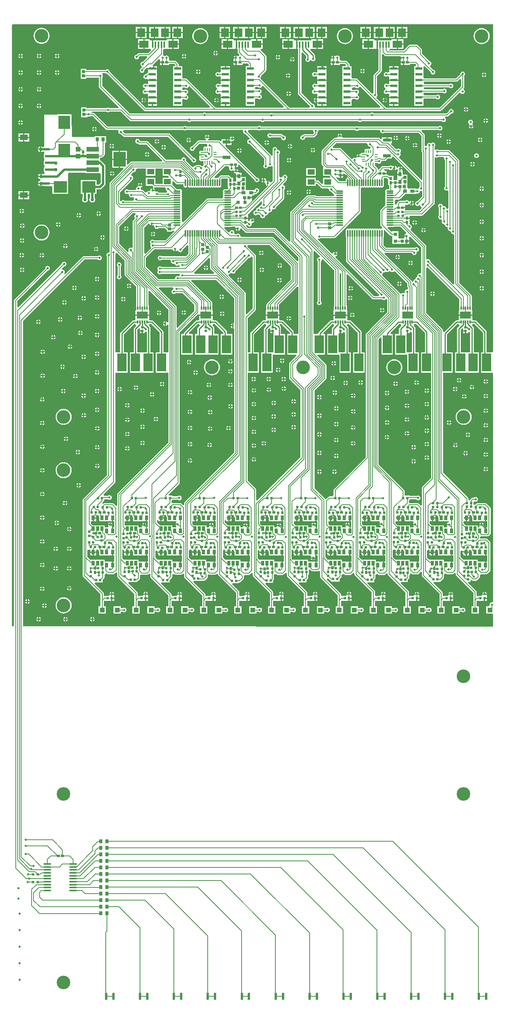
<source format=gtl>
G04 Layer_Physical_Order=1*
G04 Layer_Color=25308*
%FSLAX25Y25*%
%MOIN*%
G70*
G01*
G75*
%ADD10R,0.02441X0.02598*%
%ADD11R,0.03937X0.04134*%
%ADD12R,0.10039X0.11614*%
%ADD13R,0.11614X0.10039*%
%ADD14R,0.02953X0.03937*%
%ADD15R,0.06299X0.04921*%
%ADD16R,0.05984X0.02284*%
%ADD17R,0.01181X0.02559*%
%ADD18R,0.09764X0.06102*%
%ADD19O,0.06496X0.01181*%
%ADD20O,0.01181X0.06496*%
%ADD21O,0.00984X0.03150*%
%ADD22O,0.03150X0.00984*%
%ADD23R,0.02756X0.03937*%
%ADD24R,0.06693X0.03150*%
%ADD25R,0.04331X0.04331*%
%ADD26R,0.02165X0.02165*%
%ADD27R,0.02756X0.02953*%
%ADD28R,0.02953X0.02756*%
%ADD29R,0.02165X0.02165*%
%ADD30R,0.02200X0.02200*%
%ADD31R,0.02441X0.02441*%
%ADD32R,0.07874X0.15748*%
%ADD33R,0.02756X0.03740*%
%ADD34R,0.03740X0.02756*%
%ADD35R,0.03150X0.03150*%
%ADD36R,0.03150X0.03150*%
%ADD37R,0.02598X0.02441*%
%ADD38R,0.02047X0.02205*%
%ADD39R,0.02520X0.02677*%
%ADD40R,0.02800X0.03600*%
%ADD41R,0.10630X0.03937*%
%ADD42R,0.10630X0.12598*%
%ADD43O,0.06693X0.01378*%
%ADD44R,0.01575X0.05315*%
%ADD45R,0.08268X0.06299*%
%ADD46R,0.07087X0.07480*%
%ADD47R,0.03937X0.02362*%
%ADD48R,0.07087X0.04921*%
%ADD49R,0.02362X0.05906*%
%ADD50C,0.00800*%
%ADD51C,0.02000*%
%ADD52C,0.01100*%
%ADD53C,0.01000*%
%ADD54C,0.11800*%
%ADD55C,0.02000*%
%ADD56C,0.03000*%
G36*
X444105Y725336D02*
Y723015D01*
X444105Y723015D01*
X444214Y722469D01*
X444523Y722006D01*
X444634Y721895D01*
X444598Y720750D01*
X443934Y720186D01*
X443154Y720031D01*
X442492Y719589D01*
X442050Y718927D01*
X441895Y718147D01*
X441996Y717639D01*
X441276Y717018D01*
X441186Y716978D01*
X441139Y717009D01*
X440359Y717164D01*
X439578Y717009D01*
X438917Y716567D01*
X438516Y716612D01*
X437852Y716772D01*
X437604Y717142D01*
X437604Y717142D01*
X422340Y732407D01*
X422378Y733635D01*
X422820Y734297D01*
X422841Y734401D01*
X423511Y734848D01*
X424292Y735004D01*
X424953Y735446D01*
X425935Y735464D01*
X426715Y735309D01*
X427495Y735464D01*
X428157Y735906D01*
X429333Y735867D01*
X429370Y735811D01*
X430032Y735369D01*
X430812Y735214D01*
X431592Y735369D01*
X432254Y735811D01*
X433526Y735915D01*
X444105Y725336D01*
D02*
G37*
G36*
X273015Y747153D02*
Y739055D01*
X273015Y739055D01*
X273124Y738509D01*
X273434Y738045D01*
X276857Y734622D01*
X276474Y733698D01*
X259668D01*
X259254Y734698D01*
X272092Y747536D01*
X273015Y747153D01*
D02*
G37*
G36*
X386617Y734285D02*
Y706372D01*
X386454D01*
Y704092D01*
X385699D01*
Y706372D01*
X385535D01*
Y733805D01*
X386535Y734340D01*
X386617Y734285D01*
D02*
G37*
G36*
X294943Y774157D02*
X295282Y773509D01*
X295260Y773400D01*
X297200D01*
Y772900D01*
X297700D01*
Y770960D01*
X297980Y771016D01*
X298642Y771458D01*
X299084Y772120D01*
X299186Y772631D01*
X299941Y772991D01*
X300206Y773025D01*
X303641Y769591D01*
X303641Y769591D01*
X304104Y769281D01*
X304650Y769172D01*
X328291D01*
X349765Y747698D01*
Y745049D01*
X348765Y744634D01*
X328109Y765291D01*
X327646Y765600D01*
X327100Y765709D01*
X327100Y765709D01*
X300141D01*
X299289Y766550D01*
X299134Y767330D01*
X298692Y767992D01*
X298030Y768434D01*
X297250Y768589D01*
X296470Y768434D01*
X295808Y767992D01*
X295798Y767977D01*
X294724D01*
X294361Y768455D01*
X294115Y768977D01*
X294239Y769600D01*
X294084Y770380D01*
X293642Y771042D01*
X292980Y771484D01*
X292200Y771639D01*
X291420Y771484D01*
X290758Y771042D01*
X290316Y770380D01*
X290239Y769994D01*
X289219Y769600D01*
X289219D01*
X285457Y773361D01*
X285686Y774015D01*
X285918Y774314D01*
X291106D01*
X291727Y774438D01*
X291833Y774509D01*
X294667D01*
X294943Y774157D01*
D02*
G37*
G36*
X429238Y767043D02*
X429238Y767043D01*
X429701Y766734D01*
X430247Y766625D01*
X431125Y766303D01*
Y765722D01*
X431125Y765478D01*
Y765100D01*
Y764722D01*
X431125Y764478D01*
Y759572D01*
X436174D01*
X436275Y759572D01*
X436275Y759572D01*
X437153Y759622D01*
Y759622D01*
X437153Y759622D01*
X442870D01*
Y762000D01*
X443370D01*
Y762500D01*
X445846D01*
Y764378D01*
X445846D01*
X445396Y765309D01*
X445591Y765760D01*
X446637Y766003D01*
X456182Y756458D01*
Y734581D01*
X455182Y733961D01*
X454779Y734041D01*
X453999Y733886D01*
X453337Y733444D01*
X452895Y732782D01*
X452740Y732002D01*
X452811Y731644D01*
X452485Y731156D01*
X451824Y730714D01*
X451382Y730053D01*
X451227Y729272D01*
X451056Y729017D01*
X450493Y728905D01*
X449832Y728463D01*
X449390Y727802D01*
X449235Y727022D01*
X448251Y727053D01*
X448106Y727270D01*
X447942Y727516D01*
X447942Y727516D01*
Y727516D01*
X447653Y727805D01*
X424397Y751061D01*
X424476Y751463D01*
X424831Y752041D01*
X447053D01*
X448004Y751996D01*
X448159Y751216D01*
X448601Y750554D01*
X449263Y750112D01*
X450043Y749957D01*
X450823Y750112D01*
X451485Y750554D01*
X451846Y751094D01*
X451927Y751216D01*
X452082Y751996D01*
X452082Y751996D01*
Y751996D01*
X452373Y752876D01*
X452829Y752977D01*
X452869Y752985D01*
X453531Y753427D01*
X453973Y754089D01*
X454128Y754869D01*
X453973Y755649D01*
X453531Y756311D01*
X452869Y756753D01*
X452089Y756908D01*
X451308Y756753D01*
X450647Y756311D01*
X450637Y756296D01*
X425762D01*
X423354Y758704D01*
Y765311D01*
X423462Y765473D01*
X423586Y766094D01*
Y771281D01*
X423885Y771514D01*
X424539Y771743D01*
X429238Y767043D01*
D02*
G37*
G36*
X368552Y748829D02*
X368060Y747907D01*
X367900Y747939D01*
X367120Y747784D01*
X366458Y747342D01*
X366016Y746680D01*
X365861Y745900D01*
X366016Y745120D01*
X366272Y744736D01*
Y710152D01*
X366258Y710142D01*
X365816Y709480D01*
X365661Y708700D01*
X365816Y707920D01*
X366258Y707258D01*
X366920Y706816D01*
X367700Y706661D01*
X368480Y706816D01*
X369142Y707258D01*
X369584Y707920D01*
X369739Y708700D01*
X369584Y709480D01*
X369142Y710142D01*
X369127Y710152D01*
Y744315D01*
X369342Y744458D01*
X369784Y745120D01*
X369939Y745900D01*
X369907Y746060D01*
X370829Y746552D01*
X380712Y736669D01*
Y706372D01*
X380549D01*
Y702041D01*
X380194D01*
Y698490D01*
X391958D01*
Y702041D01*
X391604D01*
Y706372D01*
X391441D01*
Y733034D01*
X392365Y733417D01*
X413797Y711984D01*
X413797Y711984D01*
X414075Y711798D01*
X414260Y711675D01*
X414807Y711566D01*
X422243D01*
X422253Y711551D01*
X422914Y711109D01*
X423695Y710954D01*
X424475Y711109D01*
X425137Y711551D01*
X426270Y711641D01*
X426768Y711239D01*
Y700516D01*
X412784Y686533D01*
X412707Y686517D01*
X412244Y686208D01*
X411935Y685745D01*
X411919Y685668D01*
X408391Y682139D01*
X408081Y681676D01*
X407972Y681130D01*
X407972Y681130D01*
Y574756D01*
X380582Y547365D01*
X380272Y546902D01*
X380164Y546356D01*
X380164Y546356D01*
Y541558D01*
X379539D01*
Y540902D01*
X376763D01*
X376763Y540902D01*
X376217Y540794D01*
X375753Y540484D01*
X373890Y538621D01*
X373591Y538586D01*
X373227Y538632D01*
X372679Y538824D01*
X372584Y538967D01*
X372584Y538967D01*
X363644Y547907D01*
Y632509D01*
X373509Y642374D01*
X373509Y642374D01*
X373695Y642652D01*
X373819Y642837D01*
X373927Y643383D01*
Y654417D01*
X373927Y654417D01*
X373819Y654963D01*
X373509Y655426D01*
X366043Y662892D01*
X366426Y663816D01*
X372661D01*
Y681564D01*
X371546D01*
X371163Y682488D01*
X378983Y690307D01*
X379838D01*
X380428Y689727D01*
X380554Y688609D01*
X379079Y687135D01*
X378737Y686622D01*
X378616Y686017D01*
Y681564D01*
X374598D01*
Y663816D01*
X384472D01*
X385272Y663333D01*
Y648068D01*
X395146D01*
Y665816D01*
X393230D01*
Y686750D01*
X393110Y687355D01*
X392768Y687867D01*
X391910Y688725D01*
X391903Y688744D01*
X391977Y689975D01*
X392314Y690307D01*
X393552D01*
X401101Y682757D01*
Y665816D01*
X397083D01*
Y648068D01*
X406957D01*
Y665816D01*
X404262D01*
Y683412D01*
X404142Y684017D01*
X403799Y684529D01*
X395324Y693005D01*
X394811Y693348D01*
X394206Y693468D01*
X392763D01*
X391958Y693939D01*
Y697490D01*
X380194D01*
Y693939D01*
X379390Y693468D01*
X378328D01*
X377723Y693348D01*
X377211Y693005D01*
X367268Y683063D01*
X366926Y682550D01*
X366806Y681945D01*
Y681564D01*
X362827D01*
Y753247D01*
X363751Y753630D01*
X368552Y748829D01*
D02*
G37*
G36*
X309832Y748305D02*
X310022Y748007D01*
Y703741D01*
X304851Y698570D01*
X303927Y698953D01*
Y717046D01*
X303927Y717046D01*
X303819Y717592D01*
X303509Y718055D01*
X303509Y718055D01*
X289112Y732453D01*
X289207Y732907D01*
X289509Y733470D01*
X290096Y733587D01*
X290758Y734029D01*
X290870Y734198D01*
X291688Y734527D01*
X292108Y734386D01*
X292480Y734137D01*
X293260Y733982D01*
X294040Y734137D01*
X294702Y734579D01*
X295144Y735241D01*
X295299Y736021D01*
X295296Y736038D01*
X306872Y747614D01*
X306889Y747611D01*
X307669Y747766D01*
X308331Y748208D01*
X308643Y748674D01*
X309058Y748795D01*
X309832Y748305D01*
D02*
G37*
G36*
X444601Y682162D02*
X446125D01*
Y682882D01*
X447125Y683674D01*
X447161Y683667D01*
X447981Y682811D01*
Y666523D01*
X447273Y665816D01*
X444138D01*
X443338Y666299D01*
Y681564D01*
X443600Y681772D01*
Y684200D01*
X443601D01*
Y684265D01*
X444601D01*
Y682162D01*
D02*
G37*
G36*
X386576D02*
X388100D01*
Y682752D01*
X389100Y683561D01*
D01*
X390070Y682734D01*
Y666523D01*
X389363Y665816D01*
X385272D01*
X384472Y666299D01*
Y681336D01*
X384472Y681564D01*
X385225Y682162D01*
X385550D01*
Y684200D01*
X385576D01*
Y684265D01*
X386576D01*
Y682162D01*
D02*
G37*
G36*
X492538Y686332D02*
Y685233D01*
Y684764D01*
X494561D01*
Y684265D01*
X495061D01*
Y682162D01*
X496585D01*
Y682755D01*
X497585Y683564D01*
D01*
X498555Y682737D01*
Y665816D01*
X496104D01*
Y665816D01*
X495304D01*
Y665816D01*
X490262D01*
Y685363D01*
X491614Y686714D01*
X492538Y686332D01*
D02*
G37*
G36*
X343073Y740350D02*
Y728767D01*
X322617Y708311D01*
X322365Y708143D01*
X322056Y707680D01*
X321947Y707133D01*
Y706372D01*
X321784D01*
Y702041D01*
X321429D01*
Y698490D01*
X333193D01*
Y702041D01*
X332839D01*
Y706372D01*
X332839Y706372D01*
X332839D01*
X332839Y706372D01*
X333229Y707210D01*
X348765Y722746D01*
X349765Y722332D01*
Y681564D01*
X345497D01*
Y683412D01*
X345377Y684017D01*
X345034Y684529D01*
X336559Y693005D01*
X336046Y693348D01*
X335441Y693468D01*
X333998D01*
X333193Y693939D01*
Y697490D01*
X321429D01*
Y693939D01*
X320624Y693468D01*
X319563D01*
X318958Y693348D01*
X318446Y693005D01*
X308503Y683063D01*
X308161Y682550D01*
X308040Y681945D01*
Y665816D01*
X305727D01*
Y695409D01*
X312459Y702141D01*
X312459Y702141D01*
X312769Y702604D01*
X312877Y703150D01*
X312877Y703150D01*
Y749300D01*
X312877Y749300D01*
X312769Y749846D01*
X312459Y750309D01*
X312459Y750309D01*
X305286Y757483D01*
X305289Y757500D01*
X305263Y757631D01*
X306011Y758631D01*
X324792D01*
X343073Y740350D01*
D02*
G37*
G36*
X294073Y712802D02*
Y691433D01*
X293400Y690943D01*
Y688700D01*
Y686457D01*
X294073Y685967D01*
Y578944D01*
X251027Y535898D01*
X250718Y535435D01*
X250609Y534889D01*
X250609Y534889D01*
Y533622D01*
X249685Y533239D01*
X248342Y534582D01*
X247879Y534892D01*
X247333Y535000D01*
X247333Y535000D01*
X240659D01*
X240574Y535018D01*
X239682Y535754D01*
X239679Y535760D01*
Y537392D01*
X240335D01*
Y538048D01*
X245107D01*
X245739Y537625D01*
X246519Y537470D01*
X247300Y537625D01*
X247961Y538067D01*
X248403Y538729D01*
X248559Y539509D01*
X248403Y540290D01*
X247961Y540951D01*
X247300Y541393D01*
X246519Y541548D01*
X245739Y541393D01*
X245077Y540951D01*
X245045Y540902D01*
X240335D01*
Y541558D01*
X237614D01*
X237232Y542482D01*
X246409Y551659D01*
X246409Y551659D01*
X246719Y552122D01*
X246827Y552669D01*
X246827Y552669D01*
Y682909D01*
X262680Y698761D01*
X263334Y698490D01*
X275443D01*
Y702041D01*
X275089D01*
Y706372D01*
X274926D01*
Y708830D01*
X274817Y709376D01*
X274693Y709561D01*
X274508Y709839D01*
X274508Y709839D01*
X256851Y727496D01*
X257234Y728420D01*
X278455D01*
X294073Y712802D01*
D02*
G37*
G36*
X199134Y745347D02*
Y733156D01*
X199134Y733156D01*
X199243Y732610D01*
X199552Y732147D01*
X209082Y722617D01*
Y706372D01*
X208919D01*
Y702041D01*
X208565D01*
Y698490D01*
X220328D01*
Y702041D01*
X219974D01*
Y706372D01*
X219811D01*
Y718501D01*
X220735Y718884D01*
X236972Y702646D01*
Y691813D01*
X236736Y691724D01*
X235972Y691647D01*
X235642Y692142D01*
X234980Y692584D01*
X234700Y692640D01*
Y690700D01*
Y688760D01*
X234980Y688816D01*
X235642Y689258D01*
X235972Y689753D01*
X236736Y689675D01*
X236972Y689586D01*
Y665856D01*
X235989Y665816D01*
Y665816D01*
X232632D01*
Y683412D01*
X232512Y684017D01*
X232170Y684529D01*
X223694Y693005D01*
X223181Y693348D01*
X222576Y693468D01*
X221133D01*
X220328Y693939D01*
Y697490D01*
X208565D01*
Y693939D01*
X207760Y693468D01*
X206698D01*
X206093Y693348D01*
X205581Y693005D01*
X195638Y683063D01*
X195296Y682550D01*
X195176Y681945D01*
Y665816D01*
X191819D01*
Y665816D01*
X190927Y666078D01*
Y750748D01*
X190942Y750758D01*
X191384Y751420D01*
X191428Y751639D01*
X192513Y751968D01*
X199134Y745347D01*
D02*
G37*
G36*
X241471Y720981D02*
X241205Y720281D01*
X240911Y720223D01*
X240250Y719780D01*
X239808Y719119D01*
X239652Y718339D01*
X239808Y717558D01*
X240250Y716897D01*
X240911Y716455D01*
X241692Y716299D01*
X242472Y716455D01*
X243133Y716897D01*
X243143Y716911D01*
X249397D01*
X259564Y706745D01*
Y701662D01*
X244951Y687050D01*
X244027Y687432D01*
Y704977D01*
X244027Y704977D01*
X243919Y705523D01*
X243609Y705986D01*
X243609Y705986D01*
X228649Y720947D01*
X229032Y721871D01*
X240840D01*
X241471Y720981D01*
D02*
G37*
G36*
X254246Y758120D02*
Y751064D01*
X252009Y748827D01*
X231252D01*
X231242Y748842D01*
X230580Y749284D01*
X229800Y749439D01*
X229020Y749284D01*
X228358Y748842D01*
X227916Y748180D01*
X227761Y747400D01*
X227916Y746620D01*
X228358Y745958D01*
X229020Y745516D01*
X229800Y745361D01*
X230580Y745516D01*
X231242Y745958D01*
X231252Y745972D01*
X238585D01*
X238789Y745779D01*
X239262Y744973D01*
X239167Y744496D01*
X239322Y743716D01*
X239764Y743054D01*
X240426Y742612D01*
X241206Y742457D01*
X241986Y742612D01*
X242745Y741916D01*
X243097Y741389D01*
X243758Y740947D01*
X244539Y740792D01*
X245319Y740947D01*
X245936Y741360D01*
X246269Y741204D01*
X246822Y740849D01*
X246895Y740477D01*
X246231Y739627D01*
X231051D01*
X231042Y739642D01*
X230380Y740084D01*
X229600Y740239D01*
X228820Y740084D01*
X228158Y739642D01*
X227716Y738980D01*
X227588Y738336D01*
D01*
X227561Y738200D01*
X227716Y737420D01*
D01*
Y737420D01*
D01*
X227984Y736531D01*
X227616Y735980D01*
X227616Y735980D01*
X227616Y735980D01*
X227461Y735200D01*
X227488Y735063D01*
D01*
Y735063D01*
X227488D01*
X227616Y734420D01*
X227775Y734181D01*
X228058Y733758D01*
X228720Y733316D01*
X229500Y733161D01*
X230280Y733316D01*
X230942Y733758D01*
X230951Y733773D01*
X246469D01*
X246685Y733557D01*
X247025Y732963D01*
X246640Y731987D01*
X245716Y731763D01*
X245688Y731782D01*
X244907Y731937D01*
X244127Y731782D01*
X243465Y731340D01*
X243023Y730678D01*
X242868Y729898D01*
X242042Y728925D01*
X228590D01*
X217527Y739988D01*
Y747709D01*
X224691Y754873D01*
X239285D01*
X239285Y754873D01*
X239787Y754972D01*
X239841Y754977D01*
X240895Y754526D01*
X240916Y754420D01*
X241358Y753758D01*
X242020Y753316D01*
X242300Y753260D01*
Y755200D01*
X243300D01*
Y753260D01*
X243580Y753316D01*
X244242Y753758D01*
X244355Y753927D01*
X245416Y753720D01*
X245858Y753058D01*
X246520Y752616D01*
X247300Y752461D01*
X248080Y752616D01*
X248742Y753058D01*
X249184Y753720D01*
X249339Y754500D01*
X249336Y754517D01*
X253322Y758503D01*
X254246Y758120D01*
D02*
G37*
G36*
X476082Y833978D02*
X476028Y833711D01*
X476184Y832931D01*
X476626Y832269D01*
X476640Y832259D01*
Y809335D01*
X476626Y809326D01*
X476185Y808665D01*
X476029Y807884D01*
X476185Y807104D01*
X476626Y806442D01*
X477288Y806000D01*
X478068Y805845D01*
X478753Y805981D01*
X478922Y805952D01*
X479752Y805401D01*
Y790608D01*
X478757Y789880D01*
X478491Y790010D01*
X477772Y790689D01*
D01*
X477689Y791107D01*
X477403Y791535D01*
X477247Y791769D01*
X476585Y792210D01*
X475805Y792366D01*
X475780Y792361D01*
X474955Y792395D01*
X474693Y793087D01*
X474675Y793180D01*
X474233Y793842D01*
X473571Y794284D01*
X472791Y794439D01*
X472011Y794284D01*
X471349Y793842D01*
X470907Y793180D01*
X470752Y792400D01*
X470907Y791619D01*
X471349Y790958D01*
X471378Y790939D01*
Y784322D01*
X471016Y783780D01*
X470861Y783000D01*
X471016Y782220D01*
X471458Y781558D01*
X472120Y781116D01*
X472900Y780961D01*
X473378Y781056D01*
X473870Y780768D01*
X474151Y779656D01*
X474132Y779628D01*
X473977Y778848D01*
X474132Y778067D01*
X474574Y777406D01*
X475235Y776964D01*
X475827Y776846D01*
X476079Y776699D01*
X476799Y776022D01*
Y776022D01*
X476896Y775533D01*
X477142Y775165D01*
X477338Y774872D01*
X478000Y774430D01*
X478549Y774321D01*
X478928Y773975D01*
X479238Y773346D01*
X479141Y772858D01*
X479296Y772078D01*
X479738Y771417D01*
X480400Y770974D01*
X480895Y770876D01*
X481797Y770286D01*
X481952Y769506D01*
X482394Y768844D01*
X483056Y768402D01*
X483836Y768247D01*
X484772Y767414D01*
Y725126D01*
X484175Y724765D01*
X483793Y724691D01*
X464166Y744319D01*
X464169Y744336D01*
X464014Y745116D01*
X463572Y745778D01*
X462910Y746220D01*
X462130Y746375D01*
X461474Y746244D01*
X461191Y746331D01*
X460474Y746837D01*
Y757592D01*
X460474Y757592D01*
X460365Y758139D01*
X460055Y758602D01*
X460055Y758602D01*
X446950Y771708D01*
X447185Y772886D01*
X447442Y773058D01*
X447884Y773720D01*
X448039Y774500D01*
X447884Y775280D01*
X447442Y775942D01*
X446780Y776384D01*
X446084Y776522D01*
Y779584D01*
Y781384D01*
X443864D01*
Y782383D01*
X446084D01*
Y784083D01*
X456810D01*
X456810Y784083D01*
X457356Y784191D01*
X457819Y784501D01*
X467310Y793992D01*
X467310Y793992D01*
X467620Y794455D01*
X467728Y795001D01*
X467728Y795001D01*
Y834297D01*
X468728Y834782D01*
X469005Y834597D01*
X469785Y834442D01*
X470566Y834597D01*
X471137Y834978D01*
X475398D01*
X476082Y833978D01*
D02*
G37*
G36*
X454693Y812528D02*
Y809147D01*
X454678Y809138D01*
X454236Y808476D01*
X454137Y807977D01*
X453882Y807596D01*
X453154Y807231D01*
X452801Y807301D01*
X452428Y807227D01*
X451428Y807642D01*
Y807642D01*
X451428Y807642D01*
X445932D01*
X445688Y807642D01*
X445310D01*
X444932D01*
X444004Y808359D01*
Y811401D01*
X444193D01*
Y814866D01*
Y819543D01*
X440178D01*
Y822800D01*
X440070D01*
X439537Y823800D01*
X439684Y824020D01*
X439740Y824300D01*
X437800D01*
Y824800D01*
X437300D01*
Y826740D01*
X437020Y826684D01*
X436358Y826242D01*
X435917Y825582D01*
X435907Y825581D01*
X434900Y825598D01*
X434784Y826180D01*
X434342Y826842D01*
X433680Y827284D01*
X433400Y827340D01*
Y825400D01*
Y823460D01*
X433680Y823516D01*
X434342Y823958D01*
X434669Y824447D01*
X435681Y824400D01*
X436004Y823690D01*
X435530Y822800D01*
X435422D01*
Y820430D01*
X437800D01*
Y819430D01*
X435422D01*
Y817060D01*
X435422Y817060D01*
Y817060D01*
Y816394D01*
X435422Y816304D01*
X435422Y816205D01*
X435422Y816118D01*
X435281Y815121D01*
X435281Y815118D01*
X432010D01*
Y818578D01*
X428540D01*
X428009Y819109D01*
X427546Y819419D01*
X427000Y819527D01*
X426141Y819945D01*
Y820158D01*
X423842D01*
Y821158D01*
X426141D01*
Y822879D01*
X424343D01*
X423836Y823879D01*
X424050Y824172D01*
X428148D01*
X428158Y824158D01*
X428820Y823716D01*
X429600Y823561D01*
X430380Y823716D01*
X431042Y824158D01*
X431909Y823656D01*
X432120Y823516D01*
X432400Y823460D01*
Y825400D01*
Y827340D01*
X432120Y827284D01*
X431458Y826842D01*
X430590Y827343D01*
X430380Y827484D01*
X429600Y827639D01*
X428820Y827484D01*
X428158Y827042D01*
X428148Y827027D01*
X422900D01*
X422900Y827027D01*
X422354Y826919D01*
X421891Y826609D01*
X421891Y826609D01*
X419397Y824116D01*
X419271Y824121D01*
X418397Y824434D01*
Y824630D01*
X418289Y825176D01*
X417979Y825639D01*
X417979Y825639D01*
X415974Y827645D01*
Y829641D01*
X418094D01*
X418276Y829677D01*
X418872Y829278D01*
X419653Y829123D01*
X420433Y829278D01*
X421095Y829720D01*
X421537Y830382D01*
X421692Y831162D01*
X422136Y831703D01*
X424796D01*
X424796Y831703D01*
X425343Y831812D01*
X425806Y832121D01*
X427222Y833537D01*
X430834D01*
Y835080D01*
X431758Y835462D01*
X454693Y812528D01*
D02*
G37*
G36*
X232034Y818770D02*
X236611D01*
X237427Y817954D01*
X237045Y817030D01*
X232034D01*
Y811527D01*
X225766D01*
Y817030D01*
X217467D01*
Y810109D01*
X223058D01*
X224076Y809091D01*
X224076Y809091D01*
X224218Y808996D01*
X223900Y808228D01*
Y806600D01*
X225340D01*
X225284Y806880D01*
X224842Y807542D01*
X224502Y807769D01*
X224892Y808711D01*
X225086Y808673D01*
X225086Y808673D01*
X233969D01*
X234685Y807673D01*
X234646Y807474D01*
X234801Y806693D01*
X235243Y806032D01*
X235737Y805702D01*
X235773Y804922D01*
X235711Y804609D01*
X235117Y804101D01*
X228696D01*
X228443Y804480D01*
X227781Y804922D01*
X227001Y805077D01*
X226220Y804922D01*
X226135Y804865D01*
X225841Y805023D01*
X225325Y805527D01*
X225340Y805600D01*
X223400D01*
Y806100D01*
X222900D01*
Y808040D01*
X222620Y807984D01*
X221958Y807542D01*
X221516Y806880D01*
X221386Y806225D01*
X221273Y806038D01*
X220467Y805466D01*
X220100Y805539D01*
X219320Y805384D01*
X218658Y804942D01*
X218391Y804542D01*
X217481Y804306D01*
X217203Y804315D01*
X215509Y806009D01*
X215046Y806319D01*
X214500Y806427D01*
X214500Y806427D01*
X213900D01*
X213125Y807427D01*
X213139Y807500D01*
X212984Y808280D01*
X213762Y808916D01*
X213974Y809058D01*
X214416Y809720D01*
X214472Y810000D01*
X210593D01*
X210648Y809720D01*
X209870Y809084D01*
X209658Y808942D01*
X209216Y808280D01*
X209061Y807500D01*
X209075Y807427D01*
X208300Y806427D01*
X202451D01*
X202442Y806442D01*
X201780Y806884D01*
X201000Y807039D01*
X200220Y806884D01*
X199558Y806442D01*
X199116Y805780D01*
X198961Y805000D01*
X199116Y804220D01*
X199558Y803558D01*
X200220Y803116D01*
X201000Y802961D01*
X201780Y803116D01*
X201820Y803143D01*
X202864Y802732D01*
X202942Y802573D01*
X202826Y801990D01*
X202981Y801210D01*
X203423Y800548D01*
X204085Y800106D01*
X204865Y799951D01*
X205646Y800106D01*
X206098Y800408D01*
X206735Y800246D01*
X207084Y799475D01*
X207116Y799175D01*
X206961Y798395D01*
X207030Y798049D01*
X206383Y797049D01*
X199230D01*
X199221Y797063D01*
X198559Y797505D01*
X197779Y797660D01*
X196998Y797505D01*
X196337Y797063D01*
X196138Y796766D01*
X195138Y797069D01*
Y804307D01*
X205480Y814649D01*
X205480Y814649D01*
X205789Y815112D01*
X205830Y815317D01*
X205912Y815372D01*
X206354Y816034D01*
X206510Y816814D01*
X206354Y817594D01*
X205912Y818256D01*
X205251Y818698D01*
X205007Y818746D01*
X204678Y819832D01*
X206760Y821914D01*
X206833Y821899D01*
X207614Y822054D01*
X208275Y822496D01*
X208717Y823158D01*
X208872Y823938D01*
X209699Y824911D01*
X217467D01*
Y818770D01*
X225766D01*
Y824911D01*
X232034D01*
Y818770D01*
D02*
G37*
G36*
X409671Y846045D02*
X409666Y846017D01*
X409821Y845237D01*
X410263Y844575D01*
X410925Y844133D01*
X411705Y843978D01*
X411723Y843981D01*
X412375Y843330D01*
X412090Y842360D01*
X411206Y842043D01*
X411098Y842115D01*
X410516Y842231D01*
X409934Y842115D01*
X409531Y841846D01*
X409129Y842115D01*
X408547Y842231D01*
X407965Y842115D01*
X407471Y841785D01*
X407142Y841292D01*
X407026Y840709D01*
Y838589D01*
X404906D01*
X404323Y838473D01*
X403830Y838144D01*
X403748Y838022D01*
X402834Y837430D01*
X402554Y837486D01*
Y835546D01*
X402054D01*
Y835046D01*
X400114D01*
X400160Y834816D01*
X400044Y834662D01*
X399396Y834124D01*
X399263Y834213D01*
X398483Y834368D01*
X397703Y834213D01*
X397041Y833771D01*
X396887Y833541D01*
X395698Y833316D01*
X386706Y842307D01*
X386243Y842617D01*
X385697Y842725D01*
X385697Y842725D01*
X379872D01*
X379862Y842740D01*
X379642Y842887D01*
X379421Y844080D01*
X382386Y847045D01*
X408875D01*
X409671Y846045D01*
D02*
G37*
G36*
X518500Y950000D02*
Y948100D01*
X518500Y666514D01*
X517789Y665816D01*
X517500Y665816D01*
X512747D01*
Y683412D01*
X512627Y684017D01*
X512284Y684529D01*
X503809Y693005D01*
X503296Y693348D01*
X502691Y693468D01*
X501248D01*
X500443Y693939D01*
Y697490D01*
X488680D01*
Y693939D01*
X487875Y693468D01*
X486813D01*
X486208Y693348D01*
X485696Y693005D01*
X475928Y683237D01*
X475249Y683405D01*
X474928Y683623D01*
Y684891D01*
X474928Y684891D01*
X474819Y685437D01*
X474510Y685900D01*
X474510Y685900D01*
X460474Y699936D01*
Y738576D01*
X461474Y739262D01*
X461736Y739210D01*
X461753Y739214D01*
X489197Y711769D01*
Y706372D01*
X489034D01*
Y702041D01*
X488680D01*
Y698490D01*
X500443D01*
Y702041D01*
X500089D01*
Y706372D01*
X499926D01*
Y714561D01*
X499817Y715107D01*
X499693Y715293D01*
X499508Y715570D01*
X499508Y715570D01*
X489027Y726051D01*
Y768531D01*
X489063Y768712D01*
X489063Y768712D01*
Y771860D01*
X489063Y771860D01*
X489027Y772041D01*
Y831726D01*
X489027Y831726D01*
X488919Y832272D01*
X488609Y832735D01*
X488609Y832735D01*
X480760Y840584D01*
X480297Y840894D01*
X479751Y841002D01*
X479751Y841002D01*
X471537D01*
X471528Y841017D01*
X470866Y841459D01*
X470086Y841614D01*
X469305Y841459D01*
X468728Y841073D01*
X468316Y841171D01*
X467728Y841447D01*
Y844031D01*
X467743Y844041D01*
X468185Y844703D01*
X468340Y845483D01*
X468185Y846263D01*
X467743Y846925D01*
X467081Y847367D01*
X466301Y847522D01*
X465521Y847367D01*
X464859Y846925D01*
X464670Y846642D01*
X464627D01*
X463965Y847084D01*
X463185Y847239D01*
X462405Y847084D01*
X461743Y846642D01*
X461301Y845980D01*
X461146Y845200D01*
X461181Y845024D01*
X460350Y844180D01*
X460183Y844213D01*
X459211Y845039D01*
Y853928D01*
X459211Y853928D01*
X459102Y854474D01*
X458793Y854937D01*
X458793Y854937D01*
X456240Y857490D01*
X456654Y858490D01*
X471048D01*
X471058Y858476D01*
X471720Y858034D01*
X472500Y857878D01*
X473280Y858034D01*
X473942Y858476D01*
X474384Y859137D01*
X474539Y859918D01*
X474384Y860698D01*
X473942Y861360D01*
X473280Y861802D01*
X472500Y861957D01*
X471720Y861802D01*
X471058Y861360D01*
X471048Y861345D01*
X401213D01*
X401035Y861464D01*
X400255Y861619D01*
X399475Y861464D01*
X399297Y861345D01*
X317345D01*
X317287Y861432D01*
X316625Y861874D01*
X315845Y862029D01*
X315065Y861874D01*
X314403Y861432D01*
X314345Y861345D01*
X252637D01*
X251980Y861784D01*
X251200Y861939D01*
X250420Y861784D01*
X249763Y861345D01*
X184174D01*
X172679Y872839D01*
X172216Y873149D01*
X171670Y873257D01*
X171670Y873257D01*
X170270D01*
X170226Y873320D01*
X170741Y874320D01*
X183148D01*
X183158Y874305D01*
X183820Y873863D01*
X184600Y873708D01*
X185380Y873863D01*
X186042Y874305D01*
X186051Y874320D01*
X195561D01*
X203621Y866261D01*
X203621Y866261D01*
X204084Y865951D01*
X204630Y865843D01*
X204630Y865843D01*
X253721D01*
X254360Y865416D01*
X255140Y865261D01*
X255920Y865416D01*
X256559Y865843D01*
X317269D01*
X317870Y865441D01*
X318650Y865286D01*
X319430Y865441D01*
X320031Y865843D01*
X401608D01*
X401618Y865828D01*
X402280Y865386D01*
X403060Y865231D01*
X403840Y865386D01*
X404502Y865828D01*
X404511Y865843D01*
X474048D01*
X474058Y865828D01*
X474720Y865386D01*
X475500Y865231D01*
X476280Y865386D01*
X476942Y865828D01*
X477384Y866490D01*
X477539Y867270D01*
X477384Y868050D01*
X476942Y868712D01*
X476612Y868933D01*
X476915Y869932D01*
X478560D01*
X478792Y869979D01*
X479026Y870011D01*
X479064Y870033D01*
X479106Y870041D01*
X479303Y870173D01*
X479507Y870292D01*
X481979Y872485D01*
X482100Y872461D01*
X482880Y872616D01*
X483542Y873058D01*
X483984Y873720D01*
X484139Y874500D01*
X483984Y875280D01*
X483542Y875942D01*
X482880Y876384D01*
X482100Y876539D01*
X481320Y876384D01*
X480658Y875942D01*
X480216Y875280D01*
X480085Y874621D01*
X478018Y872787D01*
X414878D01*
X414842Y872842D01*
X414180Y873284D01*
X413400Y873439D01*
X412620Y873284D01*
X411958Y872842D01*
X411922Y872787D01*
X327374D01*
X327080Y872984D01*
X326300Y873139D01*
X325520Y872984D01*
X325225Y872787D01*
X269674D01*
X269080Y873184D01*
X268300Y873339D01*
X267520Y873184D01*
X266926Y872787D01*
X203531D01*
X179597Y896721D01*
Y903778D01*
X179612Y903788D01*
X180054Y904449D01*
X180209Y905230D01*
X180054Y906010D01*
X179698Y906543D01*
X179845Y907081D01*
X180109Y907543D01*
X182648D01*
X182658Y907528D01*
X183320Y907086D01*
X184100Y906931D01*
X184117Y906934D01*
X215821Y875231D01*
X215821Y875231D01*
X216098Y875045D01*
X216284Y874921D01*
X216830Y874813D01*
X277560D01*
X277560Y874813D01*
X277560Y874813D01*
X425085D01*
X425085Y874813D01*
X425085Y874813D01*
X472689D01*
X472689Y874813D01*
X473235Y874921D01*
X473698Y875231D01*
X481684Y883217D01*
X481684Y883217D01*
X481771Y883346D01*
X483004Y884579D01*
X483133Y884666D01*
X489132Y890664D01*
X490309Y890428D01*
X490483Y890168D01*
X491145Y889726D01*
X491925Y889571D01*
X492705Y889726D01*
X493367Y890168D01*
X493809Y890829D01*
X493964Y891610D01*
X493809Y892390D01*
X493367Y893052D01*
X493107Y893225D01*
X492871Y894403D01*
X493108Y894641D01*
X493108Y894641D01*
X493418Y895104D01*
X493526Y895650D01*
X493526Y895650D01*
Y905548D01*
X493541Y905558D01*
X493983Y906220D01*
X494138Y907000D01*
X493983Y907780D01*
X493541Y908442D01*
X492879Y908884D01*
X492099Y909039D01*
X491319Y908884D01*
X490657Y908442D01*
X490215Y907780D01*
X490060Y907000D01*
X490063Y906983D01*
X486108Y903027D01*
X458855D01*
X458033Y903742D01*
Y904100D01*
Y904458D01*
X458033Y904742D01*
Y908458D01*
X458033Y908742D01*
Y909100D01*
Y909458D01*
X458033Y909742D01*
Y913333D01*
X459030Y913750D01*
X460689Y912091D01*
X460689Y912091D01*
X460693Y912088D01*
X464264Y908517D01*
X464261Y908500D01*
X464416Y907720D01*
X464858Y907058D01*
X465520Y906616D01*
X466300Y906461D01*
X467080Y906616D01*
X467742Y907058D01*
X468184Y907720D01*
X468339Y908500D01*
X468184Y909280D01*
X467742Y909942D01*
X467080Y910384D01*
X466300Y910539D01*
X466283Y910536D01*
X463715Y913103D01*
X463706Y913381D01*
X463942Y914291D01*
X464342Y914558D01*
X464784Y915220D01*
X464939Y916000D01*
X464784Y916780D01*
X464342Y917442D01*
X463680Y917884D01*
X463374Y917945D01*
X456827Y924491D01*
Y927700D01*
X456719Y928246D01*
X456595Y928432D01*
X456409Y928709D01*
X456409Y928709D01*
X453209Y931909D01*
X452746Y932219D01*
X452200Y932327D01*
X452200Y932327D01*
X446500D01*
X446500Y932327D01*
X445954Y932219D01*
X445491Y931909D01*
X445491Y931909D01*
X441009Y927427D01*
X428614D01*
X428491Y927611D01*
X429026Y928611D01*
X429429D01*
X429949Y928611D01*
X430189D01*
X430429D01*
X430949Y928611D01*
X435063D01*
Y932761D01*
Y936910D01*
X430429D01*
Y936727D01*
X429949Y935926D01*
X429429Y935926D01*
X418425D01*
Y932269D01*
Y928611D01*
X419057D01*
Y910346D01*
X415319Y906608D01*
X415009Y906145D01*
X414901Y905599D01*
X414901Y905599D01*
Y890261D01*
X414726Y890144D01*
X414681Y890077D01*
X413428Y889916D01*
X400734Y902609D01*
X400271Y902919D01*
X399725Y903027D01*
X399725Y903027D01*
X396675D01*
X395853Y903742D01*
Y904100D01*
Y904458D01*
X395853Y904742D01*
Y908458D01*
X395853Y908742D01*
Y909100D01*
Y909458D01*
X395853Y909742D01*
Y913742D01*
X394093D01*
Y915134D01*
X394093Y915134D01*
X393985Y915680D01*
X393675Y916143D01*
X391809Y918009D01*
X391346Y918319D01*
X390800Y918427D01*
X390800Y918427D01*
X386331D01*
X385831Y919220D01*
X385831Y919221D01*
X385472Y920072D01*
X385438Y920220D01*
X385571Y920892D01*
X385416Y921673D01*
X384974Y922334D01*
X384313Y922776D01*
X383532Y922931D01*
X382752Y922776D01*
X382090Y922334D01*
X381096Y922646D01*
X380848Y922812D01*
X380568Y922867D01*
Y920928D01*
X380068D01*
Y920428D01*
X378128D01*
X378169Y920220D01*
X378162Y920098D01*
X377768Y919220D01*
X377768D01*
X377768Y919220D01*
Y917500D01*
X380068D01*
Y917000D01*
X380568D01*
Y914779D01*
X385831D01*
Y915572D01*
X390209D01*
X391039Y914742D01*
X390758Y913742D01*
X387869D01*
Y909742D01*
X387869Y909458D01*
Y909100D01*
Y908742D01*
X387869Y908458D01*
Y904742D01*
X387869Y904458D01*
Y904100D01*
Y903742D01*
X387869Y903458D01*
Y899458D01*
X387869D01*
X387869Y899458D01*
Y898742D01*
X387869D01*
X387869Y898742D01*
Y894742D01*
X387869Y894458D01*
Y894100D01*
Y893742D01*
X387869Y893458D01*
Y889742D01*
X387869Y889458D01*
Y889100D01*
Y888742D01*
X387869Y888458D01*
Y884742D01*
X387869Y884458D01*
Y884100D01*
Y883742D01*
X387869Y883458D01*
Y879458D01*
X395853D01*
Y883458D01*
X395853Y883742D01*
Y884100D01*
Y884458D01*
X396675Y885172D01*
X398936D01*
X399560Y884756D01*
X400340Y884601D01*
X401120Y884756D01*
X401782Y885198D01*
X402224Y885860D01*
X402379Y886640D01*
X402224Y887420D01*
X401782Y888082D01*
X401120Y888524D01*
X400981Y888552D01*
X400957Y889516D01*
X400967Y889574D01*
X401617Y890008D01*
X402059Y890670D01*
X402214Y891450D01*
X402059Y892230D01*
X401617Y892892D01*
X400955Y893334D01*
X400175Y893489D01*
X399395Y893334D01*
X398936Y893027D01*
X396675D01*
X396067Y893556D01*
Y894644D01*
X396675Y895173D01*
X399163D01*
X399173Y895158D01*
X399835Y894716D01*
X400615Y894561D01*
X401395Y894716D01*
X402057Y895158D01*
X402328Y895564D01*
X403230Y895800D01*
X403513Y895793D01*
X420715Y878591D01*
X420332Y877667D01*
X364326D01*
X363701Y878667D01*
X363778Y879059D01*
X363623Y879840D01*
X363181Y880501D01*
X362520Y880943D01*
X361739Y881098D01*
X361722Y881095D01*
X352312Y890506D01*
Y925311D01*
X353312Y925725D01*
X356271Y922766D01*
Y920711D01*
X355916Y920180D01*
X355761Y919400D01*
X355916Y918620D01*
X356358Y917958D01*
X357020Y917516D01*
X357800Y917361D01*
X358580Y917516D01*
X359242Y917958D01*
X359684Y918620D01*
X359691Y918655D01*
X360753Y918866D01*
X360958Y918558D01*
X361620Y918116D01*
X362400Y917961D01*
X363180Y918116D01*
X363842Y918558D01*
X364284Y919220D01*
X364439Y920000D01*
X364284Y920780D01*
X363929Y921311D01*
Y923043D01*
X363813Y923628D01*
X363481Y924124D01*
X359918Y927687D01*
X360301Y928611D01*
X360349D01*
X360589D01*
X360829D01*
X361349Y928611D01*
X365463D01*
Y932761D01*
Y936910D01*
X360829D01*
Y936727D01*
X360349Y935926D01*
X359829Y935926D01*
X348825D01*
Y932269D01*
Y928611D01*
X349457D01*
Y889914D01*
X349457Y889914D01*
X349566Y889368D01*
X349875Y888905D01*
X359703Y879076D01*
X359700Y879059D01*
X359778Y878667D01*
X359153Y877667D01*
X342051D01*
X317294Y902424D01*
X316742Y903258D01*
X317181Y903916D01*
X317184Y903920D01*
X317339Y904700D01*
X317253Y905134D01*
X321509Y909391D01*
X321819Y909854D01*
X321927Y910400D01*
X321927Y910400D01*
Y922000D01*
X321927Y922000D01*
X321819Y922546D01*
X321509Y923009D01*
X321509Y923009D01*
X316908Y927611D01*
X317126Y928390D01*
X317285Y928611D01*
X318697D01*
Y932261D01*
X313563D01*
Y932761D01*
X313063D01*
Y936910D01*
X308429D01*
Y936727D01*
X307949Y935926D01*
X307429Y935926D01*
X296425D01*
Y932269D01*
Y928611D01*
X297057D01*
Y925816D01*
X297057Y925816D01*
X297165Y925269D01*
X297475Y924806D01*
X298447Y923835D01*
X298278Y922921D01*
X298155Y922712D01*
X297930Y922561D01*
X297010Y922370D01*
X296348Y922812D01*
X296068Y922867D01*
Y920928D01*
X295568D01*
Y920428D01*
X293628D01*
X293669Y920220D01*
X293662Y920098D01*
X293268Y919220D01*
X293268D01*
X293268Y919220D01*
Y917500D01*
X295568D01*
Y917000D01*
X296068D01*
Y914779D01*
X301331D01*
Y916072D01*
X305709D01*
X306739Y915042D01*
Y913742D01*
X304164D01*
Y909742D01*
X304164Y909458D01*
Y909100D01*
Y908742D01*
X304164Y908458D01*
Y904742D01*
X304164Y904458D01*
Y904100D01*
Y903742D01*
X304164Y903458D01*
Y899458D01*
X304164D01*
X304164Y899458D01*
Y898742D01*
X304164D01*
X304164Y898742D01*
Y894742D01*
X304164Y894458D01*
Y894100D01*
Y893742D01*
X304164Y893458D01*
Y889742D01*
X304164Y889458D01*
Y889100D01*
Y888742D01*
X304164Y888458D01*
Y884742D01*
X304164Y884458D01*
Y884100D01*
Y883742D01*
X304164Y883458D01*
Y879458D01*
X312148D01*
Y883458D01*
X312148Y883742D01*
Y884100D01*
Y884458D01*
X312148Y884673D01*
X312315Y885672D01*
X314445D01*
X314488Y885608D01*
X315150Y885166D01*
X315930Y885011D01*
X316710Y885166D01*
X317372Y885608D01*
X317814Y886270D01*
X317969Y887050D01*
X317814Y887830D01*
X317372Y888492D01*
X316710Y888934D01*
X316571Y888962D01*
X316547Y889926D01*
X316557Y889984D01*
X317207Y890418D01*
X317649Y891080D01*
X317804Y891860D01*
X317649Y892640D01*
X317207Y893302D01*
X316545Y893744D01*
X315765Y893899D01*
X314985Y893744D01*
X314661Y893527D01*
X312315D01*
X312315Y893528D01*
X312148Y894458D01*
X312148Y894672D01*
X312315Y895673D01*
X314693D01*
X314763Y895568D01*
X315425Y895126D01*
X316205Y894971D01*
X316985Y895126D01*
X317647Y895568D01*
X318068Y896199D01*
X318094Y896231D01*
X319165Y896516D01*
X337090Y878591D01*
X336707Y877667D01*
X278151D01*
X253209Y902609D01*
X252746Y902919D01*
X252200Y903027D01*
X252200Y903027D01*
X249780D01*
X248958Y903742D01*
Y904100D01*
Y904458D01*
X248958Y904742D01*
Y908458D01*
X248958Y908742D01*
Y909100D01*
Y909458D01*
X248958Y909742D01*
Y913742D01*
X245993D01*
Y915134D01*
X245993Y915134D01*
X245885Y915680D01*
X245575Y916143D01*
X243709Y918009D01*
X243246Y918319D01*
X242700Y918427D01*
X242700Y918427D01*
X238231D01*
X237732Y919220D01*
X237731Y919221D01*
X237372Y920072D01*
X237338Y920220D01*
X237471Y920892D01*
X237316Y921673D01*
X236874Y922334D01*
X236213Y922776D01*
X235432Y922931D01*
X234652Y922776D01*
X234330Y922561D01*
X233410Y922370D01*
X232766Y922800D01*
X232747Y922815D01*
X232328Y923838D01*
X232333Y923914D01*
X232430Y924402D01*
X232430Y924402D01*
Y927904D01*
X233137Y928611D01*
X234829D01*
X235349Y928611D01*
X235589D01*
X235829D01*
X236349Y928611D01*
X240463D01*
Y932761D01*
Y936910D01*
X235829D01*
Y936727D01*
X235349Y935926D01*
X234829Y935926D01*
X223825D01*
Y932269D01*
X222825D01*
Y935926D01*
X221900D01*
X221538Y935926D01*
X220900Y936662D01*
X220900Y936662D01*
Y936910D01*
X216266D01*
Y932761D01*
Y928611D01*
X220538D01*
X220900Y928611D01*
X221219D01*
X221538D01*
X221781D01*
X222163Y927687D01*
X219604Y925127D01*
X211600D01*
X211600Y925127D01*
X211054Y925019D01*
X210591Y924709D01*
X210591Y924709D01*
X209517Y923636D01*
X209500Y923639D01*
X208720Y923484D01*
X208058Y923042D01*
X207616Y922380D01*
X207461Y921600D01*
X207616Y920820D01*
X208058Y920158D01*
X208720Y919716D01*
X209500Y919561D01*
X210280Y919716D01*
X210942Y920158D01*
X211384Y920820D01*
X211539Y921600D01*
X212209Y922272D01*
X218347D01*
X218730Y921349D01*
X214817Y917436D01*
X214800Y917439D01*
X214020Y917284D01*
X213358Y916842D01*
X212916Y916180D01*
X212761Y915400D01*
X212916Y914620D01*
X213358Y913958D01*
X213783Y913674D01*
X214032Y912573D01*
X214032Y912571D01*
X213586Y911917D01*
X213420Y911884D01*
X212758Y911442D01*
X212316Y910780D01*
X212161Y910000D01*
X212316Y909220D01*
X212758Y908558D01*
X213420Y908116D01*
X214200Y907961D01*
X214980Y908116D01*
X215642Y908558D01*
X216084Y909220D01*
X216239Y910000D01*
X216195Y910223D01*
X218318Y912346D01*
X218913Y912100D01*
X227226D01*
Y913742D01*
X223639D01*
X223336Y914742D01*
X223409Y914791D01*
X228314Y919695D01*
X229530Y919497D01*
X229668Y919220D01*
X229668Y919220D01*
X229668Y919220D01*
Y917500D01*
X231968D01*
Y917000D01*
X232468D01*
Y914779D01*
X237731D01*
Y915572D01*
X242109D01*
X242939Y914742D01*
X242658Y913742D01*
X240974D01*
Y909742D01*
X240974Y909458D01*
Y909100D01*
Y908742D01*
X240974Y908458D01*
Y904742D01*
X240974Y904458D01*
Y904100D01*
Y903742D01*
X240974Y903458D01*
Y899458D01*
X240974D01*
X240974Y899458D01*
Y898742D01*
X240974D01*
X240974Y898742D01*
Y894742D01*
X240974Y894458D01*
Y894100D01*
Y893742D01*
X240974Y893458D01*
Y889742D01*
X240974Y889458D01*
Y889100D01*
Y888742D01*
X240974Y888458D01*
Y884742D01*
X240974Y884458D01*
Y884100D01*
Y883742D01*
X240974Y883458D01*
Y879458D01*
X248958D01*
Y883458D01*
X248958Y883742D01*
Y884100D01*
Y884458D01*
X249780Y885172D01*
X250836D01*
X251460Y884756D01*
X252240Y884601D01*
X253020Y884756D01*
X253682Y885198D01*
X254124Y885860D01*
X254279Y886640D01*
X254124Y887420D01*
X253682Y888082D01*
X253020Y888524D01*
X252881Y888552D01*
X252857Y889516D01*
X252867Y889574D01*
X253517Y890008D01*
X253959Y890670D01*
X254114Y891450D01*
X253959Y892230D01*
X253517Y892892D01*
X252855Y893334D01*
X252075Y893489D01*
X251295Y893334D01*
X250836Y893027D01*
X249780D01*
X249172Y893556D01*
Y894644D01*
X249780Y895173D01*
X251063D01*
X251073Y895158D01*
X251735Y894716D01*
X252515Y894561D01*
X253295Y894716D01*
X253957Y895158D01*
X254399Y895820D01*
X254423Y895943D01*
X255509Y896273D01*
X273190Y878591D01*
X272807Y877667D01*
X217421D01*
X186136Y908953D01*
X186139Y908970D01*
X185984Y909750D01*
X185542Y910412D01*
X184880Y910854D01*
X184100Y911009D01*
X183320Y910854D01*
X182658Y910412D01*
X182648Y910398D01*
X165878D01*
Y911446D01*
X161122D01*
Y906494D01*
Y902754D01*
X165878D01*
Y903802D01*
X176718D01*
X176728Y903788D01*
X176743Y903778D01*
Y896130D01*
X176743Y896130D01*
X176851Y895584D01*
X177161Y895121D01*
X194183Y878098D01*
X193800Y877175D01*
X186051D01*
X186042Y877189D01*
X185380Y877631D01*
X184600Y877786D01*
X183820Y877631D01*
X183158Y877189D01*
X183148Y877175D01*
X166178D01*
Y878046D01*
X161422D01*
Y873094D01*
Y869353D01*
X166178D01*
Y869376D01*
X166650Y869735D01*
X167178Y869985D01*
X167800Y869861D01*
X168580Y870016D01*
X169159Y870402D01*
X171079D01*
X182591Y858891D01*
X182591Y858891D01*
X183054Y858581D01*
X183600Y858473D01*
X183688Y858490D01*
X193270D01*
X193797Y857726D01*
X193858Y857490D01*
X193725Y856824D01*
X193880Y856044D01*
X194323Y855382D01*
X194984Y854940D01*
X195765Y854785D01*
X195782Y854788D01*
X197679Y852891D01*
X197679Y852891D01*
X198142Y852581D01*
X198688Y852472D01*
X198688Y852472D01*
X236677D01*
X257000Y832150D01*
X256996Y832133D01*
X257151Y831353D01*
X257593Y830691D01*
X258255Y830249D01*
X259035Y830094D01*
X259816Y830249D01*
X260477Y830691D01*
X260919Y831353D01*
X261074Y832133D01*
X260919Y832913D01*
X260477Y833575D01*
X259816Y834017D01*
X259035Y834172D01*
X259018Y834169D01*
X238278Y854909D01*
X237815Y855219D01*
X237269Y855327D01*
X237268Y855327D01*
X199280D01*
X197800Y856807D01*
X197804Y856824D01*
X197671Y857490D01*
X197732Y857726D01*
X198259Y858490D01*
X249737D01*
X249758Y858458D01*
X250420Y858016D01*
X251200Y857861D01*
X251980Y858016D01*
X252642Y858458D01*
X252663Y858490D01*
X301402D01*
X301901Y857786D01*
X301996Y857490D01*
X301866Y856836D01*
X302021Y856056D01*
X302463Y855394D01*
X303125Y854953D01*
X303905Y854797D01*
X303922Y854801D01*
X307505Y851218D01*
X307410Y850764D01*
X307108Y850201D01*
X306520Y850084D01*
X305858Y849642D01*
X305416Y848980D01*
X305261Y848200D01*
X305416Y847420D01*
X305858Y846758D01*
X306520Y846316D01*
X307300Y846161D01*
X307317Y846164D01*
X319947Y833534D01*
Y828585D01*
X319932Y828575D01*
X319490Y827914D01*
X319335Y827133D01*
X319490Y826353D01*
X319932Y825692D01*
X320594Y825249D01*
X321374Y825094D01*
X322155Y825249D01*
X322816Y825692D01*
X323258Y826353D01*
X324208Y826695D01*
X324988Y826540D01*
X325769Y826695D01*
X326351Y827084D01*
X326746Y826992D01*
X327351Y826715D01*
Y814169D01*
X326113Y812932D01*
X325765Y812948D01*
X324949Y813182D01*
X324642Y813642D01*
X323980Y814084D01*
X323700Y814140D01*
Y812200D01*
X322700D01*
Y814140D01*
X322520Y814104D01*
X322099Y814358D01*
X321631Y814760D01*
X321639Y814800D01*
X321484Y815580D01*
X321042Y816242D01*
X320380Y816684D01*
X320100Y816740D01*
Y814800D01*
Y812860D01*
X320280Y812896D01*
X320701Y812642D01*
X321169Y812240D01*
X321161Y812200D01*
X321316Y811420D01*
X321758Y810758D01*
X322218Y810451D01*
X322452Y809635D01*
X322468Y809287D01*
X310165Y796983D01*
X309346Y797579D01*
Y799300D01*
X306870D01*
Y800300D01*
X309346D01*
Y801597D01*
X311523D01*
Y802547D01*
X312535D01*
X312535Y802547D01*
X313081Y802656D01*
X313544Y802966D01*
X314624Y804046D01*
X314624Y804046D01*
X314749Y804232D01*
X315057Y804438D01*
X315499Y805100D01*
X315654Y805880D01*
X315499Y806660D01*
X315057Y807322D01*
X314395Y807764D01*
X313615Y807919D01*
X312835Y807764D01*
X312173Y807322D01*
X312048Y807135D01*
X311523Y806353D01*
X310728Y806353D01*
X305783D01*
Y806353D01*
X305076D01*
X304076Y806472D01*
Y809439D01*
X304215D01*
Y812904D01*
Y817581D01*
X300363D01*
Y817963D01*
X295607D01*
Y815593D01*
X295607Y815593D01*
Y815593D01*
Y814837D01*
X295607D01*
X295607Y814593D01*
Y813536D01*
X292920D01*
Y817031D01*
X291687D01*
X290009Y818709D01*
X289546Y819019D01*
X289000Y819127D01*
X289000Y819127D01*
X282900D01*
X282354Y819019D01*
X282168Y818895D01*
X281891Y818709D01*
X281891Y818709D01*
X280254Y817073D01*
X280099Y816841D01*
X279916Y816805D01*
X279295Y816928D01*
X278675Y816805D01*
X278432Y816643D01*
X277998Y816771D01*
X277947Y816805D01*
X277750Y816844D01*
X277448Y816933D01*
X277200Y817359D01*
X277044Y817891D01*
X286125Y826972D01*
X288869D01*
X289368Y826180D01*
D01*
X289638Y825179D01*
X289629Y825132D01*
X289784Y824352D01*
X290226Y823690D01*
X290887Y823248D01*
X291668Y823093D01*
X292448Y823248D01*
X292819Y823497D01*
X293493Y823100D01*
X295200D01*
Y824554D01*
X294346Y824976D01*
X294131Y825160D01*
X294107Y825336D01*
X294632Y825955D01*
Y828400D01*
X295632D01*
Y826180D01*
X297431D01*
Y828018D01*
X298355Y828401D01*
X311664Y815092D01*
X311661Y815075D01*
X311816Y814295D01*
X312258Y813633D01*
X312920Y813191D01*
X313700Y813036D01*
X314480Y813191D01*
X315142Y813633D01*
X315584Y814295D01*
X315739Y815075D01*
X315584Y815855D01*
X315142Y816517D01*
X314480Y816959D01*
X313700Y817114D01*
X313683Y817111D01*
X286387Y844406D01*
X286770Y845330D01*
X286885D01*
Y847905D01*
Y850480D01*
X283038D01*
Y849062D01*
X282115Y848679D01*
X281899Y848894D01*
X281436Y849204D01*
X280890Y849312D01*
X280890Y849312D01*
X271591D01*
X271454Y849711D01*
X271425Y850312D01*
X271942Y850658D01*
X272384Y851320D01*
X272440Y851600D01*
X268560D01*
X268616Y851320D01*
X269058Y850658D01*
X269575Y850312D01*
X269546Y849711D01*
X269409Y849312D01*
X263264D01*
X263264Y849312D01*
X262718Y849204D01*
X262255Y848894D01*
X262255Y848894D01*
X257709Y844349D01*
X257692Y844352D01*
X256912Y844197D01*
X256250Y843755D01*
X255808Y843093D01*
X255653Y842313D01*
X255808Y841532D01*
X256250Y840871D01*
X256912Y840429D01*
X257692Y840273D01*
X258473Y840429D01*
X259134Y840871D01*
X259576Y841532D01*
X259731Y842313D01*
X259728Y842330D01*
X263856Y846457D01*
X270066D01*
X270263Y846279D01*
X270752Y845457D01*
X270661Y845000D01*
X270673Y844940D01*
X270702Y844698D01*
X270203Y843905D01*
X269218Y843941D01*
X268817Y844021D01*
X268235Y843905D01*
X267741Y843575D01*
X267412Y843082D01*
X267296Y842499D01*
Y840379D01*
X265176D01*
X264593Y840263D01*
X264100Y839933D01*
X263770Y839440D01*
X263654Y838858D01*
X263770Y838276D01*
X264039Y837873D01*
X263770Y837471D01*
X263754Y837389D01*
X264909D01*
X265176Y837336D01*
X266258D01*
Y836442D01*
X265176D01*
X264909Y836389D01*
X263754D01*
X263770Y836307D01*
X264039Y835905D01*
X263770Y835503D01*
X263654Y834921D01*
X263770Y834338D01*
X264039Y833936D01*
X263770Y833534D01*
X263654Y832952D01*
X263770Y832370D01*
X264100Y831876D01*
X264593Y831547D01*
X265176Y831431D01*
X267296D01*
Y829311D01*
X267412Y828728D01*
X267587Y828465D01*
X267202Y827484D01*
X266235Y827044D01*
X265455Y827199D01*
X265438Y827196D01*
X265025Y827608D01*
X264562Y827918D01*
X264016Y828026D01*
X264016Y828026D01*
X261557D01*
X261010Y827918D01*
X260825Y827794D01*
X260547Y827608D01*
X260547Y827608D01*
X260073Y827134D01*
X259520Y827024D01*
X258858Y826582D01*
X257586Y826478D01*
X252212Y831853D01*
X252226Y831874D01*
X252381Y832655D01*
X252226Y833435D01*
X251784Y834097D01*
X251122Y834539D01*
X250342Y834694D01*
X249562Y834539D01*
X248900Y834097D01*
X248458Y833435D01*
X248303Y832655D01*
X248210Y832541D01*
X235090D01*
X219421Y848209D01*
X218958Y848519D01*
X218412Y848627D01*
X218412Y848627D01*
X213296D01*
X212339Y848700D01*
X212184Y849480D01*
X211742Y850142D01*
X211080Y850584D01*
X210300Y850739D01*
X209520Y850584D01*
X208858Y850142D01*
X208416Y849480D01*
X208261Y848700D01*
X208416Y847920D01*
X208858Y847258D01*
X209520Y846816D01*
X210300Y846661D01*
X210317Y846664D01*
X210791Y846191D01*
X211254Y845881D01*
X211800Y845772D01*
X211800Y845772D01*
X217821D01*
X231697Y831896D01*
X231314Y830972D01*
X205086D01*
X205086Y830972D01*
X204540Y830864D01*
X204077Y830554D01*
X204077Y830554D01*
X201878Y828355D01*
X200954Y828738D01*
Y832360D01*
X195139D01*
Y825561D01*
X197777D01*
X198159Y824637D01*
X186415Y812893D01*
X186106Y812430D01*
X185997Y811883D01*
X185997Y811883D01*
Y752629D01*
X185400Y752139D01*
X184620Y751984D01*
X183958Y751542D01*
X183516Y750880D01*
X183361Y750100D01*
X183516Y749320D01*
X183773Y748936D01*
Y559267D01*
X163023Y538518D01*
X162714Y538054D01*
X162605Y537508D01*
X162605Y537508D01*
Y472353D01*
X162605Y472353D01*
X162714Y471806D01*
X163023Y471343D01*
X178154Y456212D01*
Y450760D01*
X178154Y450759D01*
X178154Y450759D01*
Y445583D01*
X176417D01*
Y439253D01*
X182747D01*
Y445583D01*
X181009D01*
Y450168D01*
X181238Y450397D01*
X182224Y450432D01*
X182224Y450432D01*
X182224Y450432D01*
X187350D01*
Y452515D01*
X187850D01*
Y453015D01*
X189932D01*
Y454598D01*
X189932Y454598D01*
X189932Y454598D01*
X189932Y454598D01*
X189841Y455560D01*
X189839Y455598D01*
X189881Y455808D01*
X186002D01*
X186043Y455598D01*
X186039Y455498D01*
X185476Y454598D01*
X182224D01*
Y454244D01*
X182004Y454199D01*
X181009Y455008D01*
Y456803D01*
X181009Y456803D01*
X180901Y457349D01*
X180591Y457812D01*
X180591Y457812D01*
X173176Y465227D01*
X173591Y466227D01*
X179979D01*
Y468374D01*
X181206Y469600D01*
X181206Y469601D01*
X181515Y470064D01*
X181624Y470610D01*
X181624Y470610D01*
Y473027D01*
X182279D01*
Y473746D01*
X183279Y474160D01*
X183574Y473866D01*
X184037Y473556D01*
X184583Y473448D01*
X184583Y473448D01*
X189532D01*
X189532Y473448D01*
X190079Y473556D01*
X190542Y473866D01*
X191673Y474996D01*
X192673Y474582D01*
Y471750D01*
X192673Y471750D01*
X192781Y471204D01*
X193091Y470741D01*
X207533Y456298D01*
Y450760D01*
X207533Y450759D01*
X207533Y450759D01*
Y445583D01*
X205795D01*
Y439253D01*
X212125D01*
Y445583D01*
X210388D01*
Y450168D01*
X210616Y450397D01*
X211602Y450432D01*
X211602Y450432D01*
X211602Y450432D01*
X216728D01*
Y452515D01*
X217228D01*
Y453015D01*
X219310D01*
Y454598D01*
X219310Y454598D01*
X219311Y454598D01*
X219310Y454598D01*
X219215Y455558D01*
X219213Y455598D01*
X219255Y455808D01*
X215376D01*
X215418Y455598D01*
X215413Y455498D01*
X214850Y454598D01*
X211602D01*
Y454244D01*
X211382Y454199D01*
X210388Y455008D01*
Y456890D01*
X210279Y457436D01*
X210155Y457621D01*
X209969Y457899D01*
X209969Y457899D01*
X202301Y465567D01*
X202715Y466567D01*
X209904D01*
Y467253D01*
X210296Y467331D01*
X210759Y467641D01*
X211959Y468841D01*
X211959Y468841D01*
X212269Y469304D01*
X212377Y469850D01*
X212377Y469850D01*
Y472564D01*
X213220Y473118D01*
X213377Y473142D01*
X213831Y473052D01*
X213831Y473052D01*
X218780D01*
X218780Y473052D01*
X219326Y473160D01*
X219790Y473469D01*
X220329Y474009D01*
X221253Y473626D01*
Y471305D01*
X221253Y471305D01*
X221361Y470758D01*
X221671Y470295D01*
X236911Y455055D01*
Y450760D01*
X236911Y450759D01*
X236911Y450759D01*
Y445583D01*
X235173D01*
Y439253D01*
X241504D01*
Y445583D01*
X239766D01*
Y450168D01*
X239995Y450397D01*
X240980Y450432D01*
X240980Y450432D01*
X240980Y450432D01*
X246106D01*
Y452515D01*
X246606D01*
Y453015D01*
X248689D01*
Y454598D01*
X248689Y454598D01*
X248689Y454598D01*
X248689Y454598D01*
X248589Y455556D01*
X248588Y455598D01*
X248629Y455808D01*
X244750D01*
X244792Y455598D01*
X244787Y455498D01*
X244224Y454598D01*
X240980D01*
Y454244D01*
X240760Y454199D01*
X239766Y455008D01*
Y455646D01*
X239766Y455646D01*
X239657Y456193D01*
X239348Y456656D01*
X239348Y456656D01*
X230776Y465227D01*
X231190Y466227D01*
X238179D01*
Y468452D01*
X239906Y470179D01*
X239906Y470179D01*
X240091Y470457D01*
X240215Y470642D01*
X240324Y471188D01*
Y473227D01*
X240979D01*
Y473276D01*
X241979Y473691D01*
X242200Y473469D01*
X242663Y473160D01*
X243210Y473052D01*
X243210Y473052D01*
X248158D01*
X248159Y473052D01*
X248705Y473160D01*
X249168Y473469D01*
X249685Y473987D01*
X250609Y473604D01*
Y471198D01*
X250609Y471198D01*
X250718Y470652D01*
X251027Y470189D01*
X266289Y454927D01*
Y450760D01*
X266289Y450759D01*
X266289Y450759D01*
Y445583D01*
X264551D01*
Y439253D01*
X270882D01*
Y445583D01*
X269144D01*
Y450168D01*
X269373Y450397D01*
X270358Y450432D01*
X270358Y450432D01*
X270358Y450432D01*
X275484D01*
Y452515D01*
X275984D01*
Y453015D01*
X278067D01*
Y454598D01*
X278067Y454598D01*
X278067Y454598D01*
X278067Y454598D01*
X277964Y455555D01*
X277962Y455598D01*
X278004Y455808D01*
X274124D01*
X274166Y455598D01*
X274161Y455498D01*
X273599Y454598D01*
X270358D01*
Y454244D01*
X270139Y454199D01*
X269144Y455008D01*
Y455518D01*
X269144Y455518D01*
X269035Y456064D01*
X268726Y456528D01*
X258650Y466603D01*
X259033Y467527D01*
X264929D01*
Y467732D01*
X267625D01*
X267625Y467732D01*
X268171Y467841D01*
X268634Y468151D01*
X270634Y470151D01*
X270634Y470151D01*
X270944Y470614D01*
X271052Y471160D01*
X271052Y471160D01*
Y472618D01*
X272008Y473178D01*
X272014Y473179D01*
X272042Y473160D01*
X272588Y473052D01*
X272588Y473052D01*
X277537D01*
X277537Y473052D01*
X278083Y473160D01*
X278546Y473469D01*
X279077Y474001D01*
X279556Y473802D01*
X279994Y473503D01*
X280096Y472988D01*
X280406Y472525D01*
X280484Y472473D01*
X280536Y472395D01*
X295668Y457263D01*
Y450760D01*
X295668Y450759D01*
X295668Y450759D01*
Y445583D01*
X293930D01*
Y439253D01*
X300260D01*
Y445583D01*
X298522D01*
Y450168D01*
X298751Y450397D01*
X299737Y450432D01*
X299737Y450432D01*
X299737Y450432D01*
X304863D01*
Y452515D01*
X305363D01*
Y453015D01*
X307445D01*
Y454598D01*
X307445Y454598D01*
X307445Y454598D01*
X307445Y454598D01*
X307338Y455553D01*
X307336Y455598D01*
X307378Y455808D01*
X303498D01*
X303540Y455598D01*
X303535Y455498D01*
X302973Y454598D01*
X299737D01*
Y454244D01*
X299517Y454199D01*
X298522Y455008D01*
Y457855D01*
X298522Y457855D01*
X298414Y458401D01*
X298104Y458864D01*
X298104Y458864D01*
X292315Y464653D01*
X292698Y465577D01*
X297679D01*
Y465748D01*
X298525Y466232D01*
X299071Y466341D01*
X299534Y466651D01*
X301934Y469051D01*
X301934Y469051D01*
X302120Y469328D01*
X302244Y469514D01*
X302352Y470060D01*
Y471960D01*
X303182Y472764D01*
X306628D01*
X306628Y472764D01*
X307174Y472873D01*
X307637Y473183D01*
X309148Y474693D01*
X310148Y474278D01*
Y472410D01*
X310148Y472410D01*
X310256Y471864D01*
X310565Y471401D01*
X325046Y456920D01*
Y450760D01*
X325046Y450759D01*
X325046Y450759D01*
Y445583D01*
X323308D01*
Y439253D01*
X329639D01*
Y445583D01*
X327901D01*
Y450168D01*
X328130Y450397D01*
X329115Y450432D01*
X329115Y450432D01*
X329115Y450432D01*
X334241D01*
Y452515D01*
X334741D01*
Y453015D01*
X336824D01*
Y454598D01*
X336824Y454598D01*
X336824Y454598D01*
X336824Y454598D01*
X336712Y455552D01*
X336710Y455598D01*
X336752Y455808D01*
X332873D01*
X332914Y455598D01*
X332910Y455498D01*
X332347Y454598D01*
X329115D01*
Y454244D01*
X328895Y454199D01*
X327901Y455008D01*
Y457512D01*
X327901Y457512D01*
X327792Y458058D01*
X327483Y458521D01*
X321050Y464953D01*
X321433Y465877D01*
X327679D01*
Y468024D01*
X328006Y468351D01*
X328006Y468351D01*
X328191Y468628D01*
X328315Y468814D01*
X328424Y469360D01*
Y473027D01*
X329079D01*
Y473311D01*
X330079Y473725D01*
X330622Y473183D01*
X330622Y473183D01*
X330900Y472997D01*
X331085Y472873D01*
X331631Y472764D01*
X336006D01*
X336006Y472764D01*
X336553Y472873D01*
X337016Y473183D01*
X338597Y474764D01*
X339598Y474350D01*
Y472360D01*
X339598Y472360D01*
X339706Y471814D01*
X340016Y471351D01*
X354424Y456942D01*
Y450760D01*
X354424Y450759D01*
X354424Y450759D01*
Y445583D01*
X352686D01*
Y439253D01*
X359017D01*
Y445583D01*
X357279D01*
Y450168D01*
X357508Y450397D01*
X358493Y450432D01*
X358493Y450432D01*
X358493Y450432D01*
X363619D01*
Y452515D01*
X364119D01*
Y453015D01*
X366202D01*
Y454598D01*
X366202Y454598D01*
X366202Y454598D01*
X366202Y454598D01*
X366087Y455550D01*
X366084Y455598D01*
X366126Y455808D01*
X362247D01*
X362288Y455598D01*
X362284Y455498D01*
X361721Y454598D01*
X358493D01*
Y454244D01*
X358273Y454199D01*
X357279Y455008D01*
Y457533D01*
X357170Y458080D01*
X357046Y458265D01*
X356861Y458543D01*
X356861Y458543D01*
X350050Y465353D01*
X350433Y466277D01*
X356629D01*
Y468424D01*
X357656Y469451D01*
X357656Y469451D01*
X357841Y469728D01*
X357965Y469914D01*
X358074Y470460D01*
Y473127D01*
X358729D01*
Y477073D01*
X359466Y477544D01*
X359625Y477591D01*
X360816Y476401D01*
X360816Y476401D01*
X361279Y476091D01*
X361825Y475983D01*
X361825Y475983D01*
X366525D01*
X366525Y475983D01*
X367071Y476091D01*
X367534Y476401D01*
X367643Y476509D01*
X368566Y476126D01*
Y471140D01*
X368566Y471140D01*
X368675Y470593D01*
X368985Y470130D01*
X383802Y455313D01*
Y450760D01*
X383802Y450759D01*
X383802Y450759D01*
Y445583D01*
X382064D01*
Y439253D01*
X388395D01*
Y445583D01*
X386657D01*
Y450168D01*
X386886Y450397D01*
X387871Y450432D01*
X387872Y450432D01*
X387872Y450432D01*
X392997D01*
Y452515D01*
X393497D01*
Y453015D01*
X395580D01*
Y454598D01*
X395580Y454598D01*
X395580Y454598D01*
X395580Y454598D01*
X395461Y455548D01*
X395459Y455598D01*
X395500Y455808D01*
X391621D01*
X391663Y455598D01*
X391658Y455498D01*
X391095Y454598D01*
X387871D01*
Y454244D01*
X387652Y454199D01*
X386657Y455008D01*
Y455904D01*
X386548Y456450D01*
X386424Y456636D01*
X386239Y456913D01*
X386239Y456913D01*
X374481Y468671D01*
X374858Y469638D01*
X375577Y469717D01*
X377144Y468151D01*
X377607Y467841D01*
X377671Y467829D01*
Y467077D01*
X385379D01*
Y469224D01*
X386806Y470650D01*
X386806Y470651D01*
X387115Y471114D01*
X387224Y471660D01*
X387224Y471660D01*
Y473127D01*
X387879D01*
Y473268D01*
X388879Y473682D01*
X389378Y473183D01*
X389378Y473183D01*
X389656Y472997D01*
X389842Y472873D01*
X390388Y472764D01*
X394763D01*
X394763Y472764D01*
X395309Y472873D01*
X395772Y473183D01*
X397216Y474626D01*
X398216Y474212D01*
Y473255D01*
X398216Y473254D01*
X398324Y472708D01*
X398634Y472245D01*
X413180Y457699D01*
Y450760D01*
X413180Y450759D01*
X413180Y450759D01*
Y445583D01*
X411443D01*
Y439253D01*
X417773D01*
Y445583D01*
X416035D01*
Y450168D01*
X416264Y450397D01*
X417250Y450432D01*
X417250Y450432D01*
X417250Y450432D01*
X422376D01*
Y452515D01*
X422876D01*
Y453015D01*
X424958D01*
Y454598D01*
X424958Y454598D01*
X425119Y455531D01*
X425174Y455808D01*
X421295D01*
X421337Y455598D01*
X421332Y455498D01*
X420769Y454598D01*
X417250D01*
Y454244D01*
X417030Y454199D01*
X416035Y455008D01*
Y458290D01*
X416035Y458290D01*
X415927Y458836D01*
X415617Y459299D01*
X415617Y459299D01*
X409363Y465553D01*
X409746Y466477D01*
X415279D01*
Y468624D01*
X416134Y469479D01*
X416134Y469479D01*
X416444Y469942D01*
X416552Y470488D01*
X416552Y470488D01*
Y472927D01*
X417129D01*
Y473396D01*
X418129Y473810D01*
X418757Y473183D01*
X418757Y473183D01*
X419034Y472997D01*
X419220Y472873D01*
X419766Y472764D01*
X424141D01*
X424141Y472764D01*
X424687Y472873D01*
X425150Y473183D01*
X426195Y474227D01*
X427118Y473844D01*
Y473513D01*
X427118Y473513D01*
X427227Y472967D01*
X427537Y472504D01*
X442559Y457482D01*
Y450760D01*
X442559Y450759D01*
X442559Y450759D01*
Y445583D01*
X440821D01*
Y439253D01*
X447152D01*
Y445583D01*
X445414D01*
Y450168D01*
X445643Y450397D01*
X446628Y450432D01*
X446628Y450432D01*
X446628Y450432D01*
X451754D01*
Y452515D01*
X452254D01*
Y453015D01*
X454337D01*
Y454598D01*
X454337Y454598D01*
X454337Y454598D01*
X454337Y454598D01*
X454266Y455568D01*
X454265Y455598D01*
X454306Y455808D01*
X450427D01*
X450469Y455598D01*
X450464Y455498D01*
X449901Y454598D01*
X446628D01*
Y454244D01*
X446408Y454199D01*
X445414Y455008D01*
Y458073D01*
X445414Y458073D01*
X445305Y458619D01*
X444996Y459083D01*
X444995Y459083D01*
X438375Y465703D01*
X438757Y466627D01*
X444479D01*
Y468774D01*
X445456Y469750D01*
X445456Y469751D01*
X445641Y470028D01*
X445765Y470214D01*
X445874Y470760D01*
X445874Y470760D01*
Y472527D01*
X446529D01*
Y473901D01*
X447529Y474315D01*
X448085Y473759D01*
X448549Y473449D01*
X449095Y473341D01*
X449095Y473341D01*
X452833D01*
X452833Y473341D01*
X453379Y473449D01*
X453842Y473759D01*
X455849Y475765D01*
X456773Y475382D01*
Y472312D01*
X456773Y472312D01*
X456881Y471765D01*
X457191Y471302D01*
X471937Y456556D01*
Y450760D01*
X471937Y450759D01*
X471937Y450759D01*
Y445583D01*
X470199D01*
Y439253D01*
X476530D01*
Y445583D01*
X474792D01*
Y450168D01*
X475021Y450397D01*
X476006Y450432D01*
X476006Y450432D01*
X476006Y450432D01*
X481132D01*
Y452515D01*
X481632D01*
Y453015D01*
X483715D01*
Y454598D01*
X483715Y454598D01*
X483715Y454598D01*
X483715Y454598D01*
X483648Y455570D01*
X483647Y455598D01*
X483688Y455808D01*
X479809D01*
X479851Y455598D01*
X479846Y455498D01*
X479283Y454598D01*
X476006D01*
Y454244D01*
X475786Y454199D01*
X474792Y455008D01*
Y457147D01*
X474683Y457693D01*
X474559Y457879D01*
X474374Y458156D01*
X474374Y458156D01*
X466677Y465853D01*
X467060Y466777D01*
X472279D01*
X472279Y466777D01*
Y466777D01*
D01*
Y466777D01*
X472279Y466777D01*
X472916Y467457D01*
X472954Y467498D01*
X473171Y467541D01*
X473634Y467851D01*
X475284Y469500D01*
X475284Y469501D01*
X475470Y469778D01*
X475594Y469964D01*
X475702Y470510D01*
Y472527D01*
X476129D01*
Y473679D01*
X477129Y474093D01*
X477357Y473866D01*
X477820Y473556D01*
X478366Y473448D01*
X478366Y473448D01*
X483315D01*
X483315Y473448D01*
X483861Y473556D01*
X484324Y473866D01*
X485020Y474561D01*
X485944Y474178D01*
Y473226D01*
X485944Y473226D01*
X486052Y472680D01*
X486362Y472217D01*
X501315Y457263D01*
Y450760D01*
X501315Y450759D01*
X501315Y450759D01*
Y445583D01*
X499577D01*
Y439253D01*
X505908D01*
Y445583D01*
X504170D01*
Y450168D01*
X504399Y450397D01*
X505384Y450432D01*
X505384Y450432D01*
X505384Y450432D01*
X510510D01*
Y452515D01*
X511011D01*
Y453015D01*
X513093D01*
Y454598D01*
X513093Y454598D01*
X513093Y454598D01*
X513093Y454598D01*
X512958Y455542D01*
X512955Y455598D01*
X512997Y455808D01*
X509118D01*
X509160Y455598D01*
X509155Y455498D01*
X508592Y454598D01*
X505384D01*
Y454244D01*
X505165Y454199D01*
X504170Y455008D01*
Y457855D01*
X504062Y458401D01*
X503938Y458586D01*
X503752Y458864D01*
X503752Y458864D01*
X496744Y465872D01*
X497127Y466796D01*
X498833D01*
Y468042D01*
X499756Y468425D01*
X499991Y468191D01*
X499991Y468191D01*
X500454Y467881D01*
X501000Y467772D01*
X501000Y467772D01*
X503650D01*
X503650Y467772D01*
X504196Y467881D01*
X504659Y468191D01*
X506509Y470041D01*
X506509Y470041D01*
X506819Y470504D01*
X506927Y471050D01*
X506927Y471050D01*
Y472626D01*
X507732Y473435D01*
X507885Y473448D01*
X512693D01*
X512693Y473448D01*
X513239Y473556D01*
X513703Y473866D01*
X515815Y475979D01*
X515816Y475979D01*
X516001Y476256D01*
X516125Y476442D01*
X516234Y476988D01*
Y500578D01*
X516234Y500579D01*
X516125Y501125D01*
X515816Y501588D01*
X513394Y504009D01*
X512931Y504319D01*
X512385Y504427D01*
X512385Y504427D01*
X507129D01*
X507002Y504581D01*
X507002Y504581D01*
Y505757D01*
X507894Y506320D01*
X508002Y506326D01*
X508475Y506233D01*
X508475Y506233D01*
X513675D01*
X513675Y506233D01*
X514221Y506341D01*
X514684Y506651D01*
X515834Y507800D01*
X515834Y507801D01*
X516144Y508264D01*
X516252Y508810D01*
X516252Y508810D01*
Y530494D01*
X516252Y530494D01*
X516144Y531041D01*
X516020Y531226D01*
X515834Y531504D01*
X515834Y531504D01*
X512833Y534505D01*
X512370Y534814D01*
X511824Y534923D01*
X511824Y534923D01*
X504656D01*
X504656Y534923D01*
X504109Y534814D01*
X503646Y534505D01*
X502637Y533495D01*
X501449D01*
Y533915D01*
X501404D01*
Y536009D01*
X502404Y536543D01*
X502520Y536466D01*
X503300Y536311D01*
X504080Y536466D01*
X504742Y536908D01*
X505184Y537570D01*
X505339Y538350D01*
X505184Y539130D01*
X504742Y539792D01*
X504080Y540234D01*
X503300Y540389D01*
X502520Y540234D01*
X501858Y539792D01*
X501848Y539777D01*
X500800D01*
X500800Y539777D01*
X500254Y539669D01*
X499791Y539359D01*
X499791Y539359D01*
X498312Y537881D01*
X498177Y537679D01*
X497177Y537982D01*
Y538700D01*
X497069Y539246D01*
X496759Y539709D01*
X496759Y539709D01*
X474928Y561541D01*
Y648068D01*
X483493D01*
Y665816D01*
X478451D01*
Y681291D01*
X487468Y690307D01*
X488323D01*
X488913Y689727D01*
X489039Y688609D01*
X487564Y687135D01*
X487222Y686622D01*
X487102Y686017D01*
Y665816D01*
X485430D01*
Y648068D01*
X495304D01*
Y648068D01*
X496104D01*
Y648068D01*
X505978D01*
Y665816D01*
X501715D01*
Y686665D01*
X501595Y687270D01*
X501253Y687782D01*
X500346Y688689D01*
X500330Y688747D01*
X500412Y689926D01*
X500799Y690307D01*
X502037D01*
X509586Y682757D01*
Y665816D01*
X507915D01*
Y648068D01*
X517500D01*
X518500Y647370D01*
X518500Y449756D01*
X517500Y449033D01*
X517315Y449070D01*
X516534Y448915D01*
X515873Y448473D01*
X515431Y447811D01*
X515276Y447031D01*
X515365Y446583D01*
X514868Y445754D01*
X514674Y445583D01*
X512570D01*
Y439253D01*
X517793D01*
X518500Y438546D01*
Y428686D01*
X517792Y427979D01*
X110927Y428372D01*
Y692748D01*
X164352Y746173D01*
X175848D01*
X175858Y746158D01*
X176520Y745716D01*
X177300Y745561D01*
X178080Y745716D01*
X178742Y746158D01*
X179184Y746820D01*
X179339Y747600D01*
X179184Y748380D01*
X178742Y749042D01*
X178080Y749484D01*
X177300Y749639D01*
X176520Y749484D01*
X175858Y749042D01*
X175848Y749027D01*
X163761D01*
X163761Y749027D01*
X163214Y748919D01*
X162751Y748609D01*
X162751Y748609D01*
X147563Y733421D01*
X146786Y734058D01*
X147035Y734431D01*
X147190Y735211D01*
X147035Y735991D01*
X146593Y736653D01*
X145931Y737095D01*
X145151Y737250D01*
X145066Y737233D01*
X144574Y738155D01*
X146583Y740164D01*
X146600Y740161D01*
X147380Y740316D01*
X148042Y740758D01*
X148484Y741420D01*
X148639Y742200D01*
X148484Y742980D01*
X148042Y743642D01*
X147380Y744084D01*
X146600Y744239D01*
X145820Y744084D01*
X145158Y743642D01*
X144716Y742980D01*
X144561Y742200D01*
X144564Y742183D01*
X106951Y704570D01*
X106027Y704953D01*
Y710209D01*
X132283Y736464D01*
X132300Y736461D01*
X133080Y736616D01*
X133742Y737058D01*
X134184Y737720D01*
X134339Y738500D01*
X134184Y739280D01*
X133742Y739942D01*
X133080Y740384D01*
X132300Y740539D01*
X131520Y740384D01*
X130858Y739942D01*
X130416Y739280D01*
X130261Y738500D01*
X130264Y738483D01*
X103591Y711809D01*
X103281Y711346D01*
X103173Y710800D01*
X103173Y710800D01*
Y429119D01*
X102450Y428418D01*
X101500Y428465D01*
X101500Y949293D01*
X102207Y950000D01*
X518500Y950000D01*
D02*
G37*
G36*
X424391Y922691D02*
X424391Y922691D01*
X424854Y922381D01*
X425400Y922272D01*
X425400Y922272D01*
X438150D01*
X438697Y921428D01*
X440768D01*
Y920428D01*
X438828D01*
X438869Y920220D01*
X438862Y920098D01*
X438469Y919220D01*
X438468D01*
X438469Y919220D01*
Y917500D01*
X440768D01*
Y917000D01*
X441268D01*
Y914779D01*
X446531D01*
Y915572D01*
X450909D01*
X451740Y914742D01*
X451458Y913742D01*
X450049D01*
Y909742D01*
X450049Y909458D01*
Y909100D01*
Y908742D01*
X450049Y908458D01*
Y904742D01*
X450049Y904458D01*
Y904100D01*
Y903742D01*
X450049Y903458D01*
Y899742D01*
X450049Y899458D01*
Y899100D01*
Y898742D01*
X450049Y898458D01*
Y894742D01*
X450049Y894458D01*
Y894100D01*
Y893742D01*
X450049Y893458D01*
Y889742D01*
X450049Y889458D01*
Y889100D01*
Y888742D01*
X450049Y888458D01*
Y884742D01*
X450049Y884458D01*
Y884100D01*
Y883742D01*
X450049Y883458D01*
Y879458D01*
X458033D01*
Y883458D01*
X458033Y883742D01*
Y884100D01*
Y884458D01*
Y884573D01*
X458442Y885573D01*
X469048D01*
X469058Y885558D01*
X469720Y885116D01*
X470500Y884961D01*
X471280Y885116D01*
X471942Y885558D01*
X472384Y886220D01*
X472539Y887000D01*
X472384Y887780D01*
X471942Y888442D01*
X471280Y888884D01*
X470500Y889039D01*
X469720Y888884D01*
X469058Y888442D01*
X469048Y888427D01*
X459021D01*
X458675Y888537D01*
X458033Y889427D01*
Y889458D01*
X458033Y889720D01*
X458086Y890720D01*
X474696D01*
X474705Y890705D01*
X475367Y890263D01*
X476147Y890108D01*
X476928Y890263D01*
X477589Y890705D01*
X478031Y891367D01*
X478186Y892147D01*
X478031Y892927D01*
X477589Y893589D01*
X476928Y894031D01*
X476147Y894186D01*
X475367Y894031D01*
X474705Y893589D01*
X474696Y893575D01*
X458848D01*
X458331Y894575D01*
X458465Y894833D01*
X458855Y895173D01*
X480448D01*
X480458Y895158D01*
X481120Y894716D01*
X481900Y894561D01*
X482680Y894716D01*
X483342Y895158D01*
X483784Y895820D01*
X483939Y896600D01*
X483784Y897380D01*
X483342Y898042D01*
X482680Y898484D01*
X481900Y898639D01*
X481120Y898484D01*
X480458Y898042D01*
X480448Y898027D01*
X458855D01*
X458247Y898556D01*
Y899644D01*
X458855Y900173D01*
X486699D01*
X486699Y900173D01*
X487245Y900281D01*
X487708Y900591D01*
X489748Y902630D01*
X490671Y902247D01*
Y896241D01*
X481201Y886771D01*
X481072Y886684D01*
X481072Y886684D01*
X479666Y885278D01*
X479579Y885149D01*
X472097Y877667D01*
X425676D01*
X417381Y885963D01*
X417542Y887216D01*
X417610Y887261D01*
X418051Y887922D01*
X418207Y888702D01*
X418051Y889483D01*
X417756Y889926D01*
Y905008D01*
X421494Y908746D01*
X421803Y909209D01*
X421912Y909755D01*
X421912Y909755D01*
Y923755D01*
X422912Y924170D01*
X424391Y922691D01*
D02*
G37*
G36*
X420747Y857490D02*
X420744Y857472D01*
X420899Y856691D01*
X421341Y856030D01*
X422003Y855588D01*
X422783Y855433D01*
X423563Y855588D01*
X424225Y856030D01*
X424234Y856044D01*
X453648D01*
X456356Y853337D01*
Y840217D01*
X456356Y840217D01*
X456464Y839671D01*
X456774Y839208D01*
X457093Y838890D01*
Y815472D01*
X456169Y815090D01*
X436937Y834321D01*
X436955Y834673D01*
X437189Y835484D01*
X437651Y835793D01*
X438094Y836455D01*
X438249Y837235D01*
X438094Y838015D01*
X437694Y838613D01*
X437964Y838793D01*
X438406Y839455D01*
X438561Y840235D01*
X438406Y841015D01*
X437964Y841677D01*
X437302Y842119D01*
X436522Y842274D01*
X435741Y842119D01*
X435080Y841677D01*
X434177Y841910D01*
X430088Y845999D01*
X430471Y846923D01*
X430834D01*
Y848998D01*
X426488D01*
Y849498D01*
X425988D01*
Y852073D01*
X422142D01*
Y850834D01*
X421218Y850451D01*
X420538Y851132D01*
X420074Y851441D01*
X419528Y851550D01*
X419528Y851550D01*
X388038D01*
X387485Y852517D01*
X387490Y852550D01*
X387540Y852800D01*
X383660D01*
X383710Y852550D01*
X383715Y852517D01*
X383161Y851550D01*
X381465D01*
X380919Y851441D01*
X380455Y851132D01*
X380355Y850982D01*
X380205Y850882D01*
X370287Y840963D01*
X369978Y840500D01*
X369869Y839954D01*
X369869Y839954D01*
Y828695D01*
X369869Y828695D01*
X369978Y828148D01*
X370287Y827685D01*
X371557Y826415D01*
X371175Y825491D01*
X371034D01*
Y818570D01*
X376611D01*
X377427Y817754D01*
X377045Y816830D01*
X371034D01*
Y811999D01*
X370034Y811585D01*
X367310Y814309D01*
X366847Y814618D01*
X366301Y814727D01*
X366301Y814727D01*
X364766D01*
Y816830D01*
X356467D01*
Y809909D01*
X364766D01*
Y811735D01*
X365766Y811815D01*
X369391Y808191D01*
X369391Y808191D01*
X369668Y808005D01*
X369854Y807881D01*
X370400Y807773D01*
X370400Y807773D01*
X375246D01*
X376102Y806951D01*
X376257Y806171D01*
X376699Y805509D01*
X377361Y805067D01*
X378141Y804912D01*
X378158Y804915D01*
X380587Y802486D01*
X380685Y802421D01*
X380727Y801903D01*
X379908Y800986D01*
X365367D01*
X365142Y801210D01*
X364679Y801520D01*
X364132Y801629D01*
X364132Y801629D01*
X357781D01*
X357781Y801629D01*
X357235Y801520D01*
X357049Y801396D01*
X356772Y801210D01*
X356772Y801210D01*
X343147Y787586D01*
X342838Y787123D01*
X342729Y786577D01*
X342729Y786576D01*
Y762166D01*
X341729Y761752D01*
X330471Y773009D01*
X330008Y773319D01*
X329462Y773427D01*
X329462Y773427D01*
X305841D01*
X304310Y774959D01*
X304700Y775960D01*
X305122Y776001D01*
X305338Y775987D01*
X305758Y775358D01*
X306420Y774916D01*
X307200Y774761D01*
X307980Y774916D01*
X308642Y775358D01*
X309084Y776020D01*
X309239Y776800D01*
X309195Y777022D01*
X309539Y777819D01*
X309937Y778028D01*
X310380Y778116D01*
X311042Y778558D01*
X311484Y779220D01*
X311540Y779500D01*
X309600D01*
Y780000D01*
X309100D01*
Y781940D01*
X308820Y781884D01*
X308158Y781442D01*
X307716Y780780D01*
X307561Y780000D01*
X307577Y779918D01*
X306739Y779454D01*
X305960Y779938D01*
Y781425D01*
X303740D01*
Y782425D01*
X305960D01*
Y784224D01*
X305960Y784224D01*
X305960D01*
X305595Y785106D01*
X317280Y796790D01*
X318204Y796408D01*
Y794805D01*
X317747Y793999D01*
Y793999D01*
X317359Y793148D01*
X316696Y793016D01*
X316034Y792574D01*
X315592Y791912D01*
X315018Y791193D01*
X314238Y791038D01*
X313576Y790596D01*
X313134Y789934D01*
X312979Y789154D01*
X312215Y788473D01*
X311881Y788406D01*
X311220Y787964D01*
X310777Y787303D01*
X310622Y786522D01*
X310777Y785742D01*
X311220Y785080D01*
X311881Y784638D01*
X312662Y784483D01*
X313442Y784638D01*
X314103Y785080D01*
X314113Y785095D01*
X315468D01*
X316654Y783909D01*
X316651Y783892D01*
X316806Y783111D01*
X317248Y782450D01*
X317910Y782008D01*
X318690Y781853D01*
X319470Y782008D01*
X320132Y782450D01*
X320574Y783111D01*
X320729Y783892D01*
X320938Y784022D01*
X321646Y784407D01*
X322300Y784537D01*
X322962Y784979D01*
X323404Y785640D01*
X323537Y786308D01*
X323599Y786450D01*
X324450Y787069D01*
X324701Y787019D01*
X325481Y787174D01*
X326143Y787616D01*
X326585Y788278D01*
X326740Y789058D01*
X326873Y789177D01*
X327637Y789673D01*
X328249Y789552D01*
X329029Y789707D01*
X329691Y790149D01*
X330133Y790810D01*
X330288Y791591D01*
X330285Y791608D01*
X337149Y798472D01*
X337149Y798472D01*
X337459Y798935D01*
X337567Y799481D01*
X337567Y799482D01*
Y807038D01*
X337582Y807048D01*
X338024Y807710D01*
X338179Y808490D01*
X338024Y809270D01*
X337582Y809932D01*
X336920Y810374D01*
X336710Y810416D01*
X336381Y811501D01*
X338954Y814074D01*
X338954Y814074D01*
X339139Y814351D01*
X339263Y814537D01*
X339372Y815083D01*
Y816144D01*
X339542Y816258D01*
X339984Y816920D01*
X340139Y817700D01*
X339984Y818480D01*
X339542Y819142D01*
X338880Y819584D01*
X338100Y819739D01*
X337320Y819584D01*
X336658Y819142D01*
X336216Y818480D01*
X336117Y817980D01*
X335589Y817524D01*
X335112Y817345D01*
X334552Y817457D01*
X334206Y817388D01*
X333206Y818035D01*
Y837650D01*
X333220Y837659D01*
X333662Y838321D01*
X333817Y839102D01*
X333662Y839882D01*
X333220Y840543D01*
X332558Y840985D01*
X331778Y841141D01*
X331232Y842052D01*
X331167Y842377D01*
X330725Y843038D01*
X330064Y843480D01*
X329283Y843635D01*
X328503Y843480D01*
X327841Y843038D01*
X327399Y842377D01*
X327244Y841596D01*
X327399Y840816D01*
X327434Y840764D01*
X327351Y840344D01*
X327351Y840344D01*
Y836179D01*
X326351Y836080D01*
X326307Y836299D01*
X325998Y836762D01*
X305941Y856819D01*
X305944Y856836D01*
X305814Y857490D01*
X305909Y857786D01*
X306408Y858490D01*
X314490D01*
X315065Y858106D01*
X315845Y857951D01*
X316625Y858106D01*
X317200Y858490D01*
X361822D01*
X362649Y857518D01*
X362804Y856737D01*
X363246Y856076D01*
X362664Y855283D01*
X362109Y854727D01*
X354900D01*
X354900Y854727D01*
X354354Y854619D01*
X353891Y854309D01*
X353417Y853836D01*
X353400Y853839D01*
X352620Y853684D01*
X351958Y853242D01*
X351516Y852580D01*
X351361Y851800D01*
X351516Y851020D01*
X351958Y850358D01*
X352620Y849916D01*
X353400Y849761D01*
X354180Y849916D01*
X354842Y850358D01*
X355284Y851020D01*
X355439Y851800D01*
X356396Y851873D01*
X362700D01*
X362700Y851873D01*
X363246Y851981D01*
X363709Y852291D01*
X365697Y854278D01*
X365697Y854278D01*
X365883Y854556D01*
X366006Y854741D01*
X366115Y855288D01*
Y856066D01*
X366130Y856076D01*
X366572Y856737D01*
X366727Y857518D01*
X367553Y858490D01*
X398578D01*
X398813Y858138D01*
X399475Y857696D01*
X400255Y857541D01*
X401035Y857696D01*
X401697Y858138D01*
X401932Y858490D01*
X419947D01*
X420747Y857490D01*
D02*
G37*
G36*
X223200Y775460D02*
X223480Y775516D01*
X224058Y775902D01*
X224440Y775714D01*
X224889Y775346D01*
X224761Y774700D01*
X224916Y773920D01*
X225358Y773258D01*
X226020Y772816D01*
X226800Y772661D01*
X227580Y772816D01*
X228242Y773258D01*
X228252Y773273D01*
X234104D01*
X235723Y771653D01*
X235723Y771653D01*
X235850Y771568D01*
Y770324D01*
X240370D01*
Y771063D01*
X241278Y771235D01*
X241433Y771266D01*
X241926Y770345D01*
X234309Y762727D01*
X224552D01*
X224542Y762742D01*
X223880Y763184D01*
X223100Y763339D01*
X222320Y763184D01*
X221658Y762742D01*
X221216Y762080D01*
X221061Y761300D01*
X221216Y760520D01*
X221658Y759858D01*
X221722Y759538D01*
X221416Y759080D01*
X221261Y758300D01*
X221416Y757520D01*
X221858Y756858D01*
X221928Y756147D01*
X216913Y751131D01*
X215989Y751514D01*
Y773635D01*
X219710Y777356D01*
X220745Y776977D01*
X220816Y776620D01*
X221258Y775958D01*
X221920Y775516D01*
X222200Y775460D01*
Y777400D01*
X223200D01*
Y775460D01*
D02*
G37*
G36*
X443194Y769446D02*
X442859Y768367D01*
X442590Y768314D01*
X441928Y767872D01*
X441486Y767210D01*
X441430Y766930D01*
X443370D01*
Y765930D01*
X441430D01*
X441486Y765650D01*
X441668Y765378D01*
X441178Y764378D01*
X437153D01*
X437153Y764378D01*
Y764378D01*
D01*
X436275Y764671D01*
Y764722D01*
Y765100D01*
Y765478D01*
X436275Y765722D01*
Y770627D01*
X431125D01*
Y770608D01*
X430125Y770193D01*
X427004Y773315D01*
X427418Y774314D01*
X431806D01*
X432427Y774438D01*
X432533Y774509D01*
X438131D01*
X443194Y769446D01*
D02*
G37*
G36*
X208572Y786107D02*
X208657Y785320D01*
X208166Y784991D01*
X207724Y784330D01*
X207568Y783549D01*
X207724Y782769D01*
X208166Y782107D01*
X207688Y781254D01*
X206552Y780118D01*
X206243Y779655D01*
X206134Y779109D01*
X206134Y779109D01*
Y756683D01*
X205134Y756148D01*
X205080Y756184D01*
X204300Y756339D01*
X203520Y756184D01*
X202858Y755742D01*
X202416Y755080D01*
X202261Y754300D01*
X202416Y753520D01*
X202543Y753329D01*
X201766Y752692D01*
X194544Y759914D01*
Y774656D01*
X206208Y786320D01*
X208491D01*
X208572Y786107D01*
D02*
G37*
G36*
X456120Y805657D02*
X457093Y804831D01*
Y800811D01*
X452817Y796536D01*
X452800Y796539D01*
X452020Y796384D01*
X451358Y795942D01*
X450916Y795280D01*
X450761Y794500D01*
X450916Y793720D01*
X451358Y793058D01*
X452020Y792616D01*
X452800Y792461D01*
X453580Y792616D01*
X454242Y793058D01*
X454324Y793182D01*
X455386Y792970D01*
X455416Y792820D01*
X455858Y792158D01*
X456198Y791931D01*
X456466Y790785D01*
X454419Y788737D01*
X443019D01*
X442041Y788791D01*
Y790511D01*
X439742D01*
Y791511D01*
X442041D01*
Y792934D01*
X442512Y793347D01*
X442887Y793603D01*
X443600Y793461D01*
X444380Y793616D01*
X444953Y793998D01*
X445145Y794042D01*
X446134Y793893D01*
X446358Y793558D01*
X447020Y793116D01*
X447300Y793060D01*
Y795000D01*
Y796940D01*
X447020Y796884D01*
X446447Y796501D01*
X446255Y796457D01*
X445266Y796607D01*
X445042Y796942D01*
X444380Y797384D01*
X443600Y797539D01*
X442820Y797384D01*
X442158Y796942D01*
X442148Y796927D01*
X437400D01*
X436854Y796819D01*
X436391Y796509D01*
X436391Y796509D01*
X435291Y795409D01*
X434981Y794946D01*
X434872Y794400D01*
X434872Y794400D01*
Y794039D01*
X434245Y793671D01*
X433311Y794241D01*
X433305Y794273D01*
X433062Y794637D01*
X433305Y795001D01*
X433428Y795621D01*
X433305Y796242D01*
X433062Y796605D01*
X433305Y796969D01*
X433428Y797590D01*
X433872Y798131D01*
X436944D01*
X436944Y798131D01*
X437491Y798240D01*
X437954Y798549D01*
X442291Y802886D01*
X444688D01*
X444932Y802886D01*
X445310D01*
X445688D01*
X445932Y802886D01*
X451428D01*
X451428Y802886D01*
Y802886D01*
X452428Y803297D01*
X452801Y803223D01*
X453581Y803378D01*
X454243Y803820D01*
X454685Y804482D01*
X454784Y804980D01*
X455039Y805362D01*
X455767Y805727D01*
X456120Y805657D01*
D02*
G37*
G36*
X392144Y817889D02*
X391816Y816805D01*
X391289Y816453D01*
X390938Y815927D01*
X390814Y815306D01*
Y814076D01*
X385142D01*
X382642Y816577D01*
X382848Y817702D01*
X382957Y817759D01*
X383957Y817152D01*
Y816860D01*
X385677D01*
Y819159D01*
X386177D01*
Y819659D01*
X388397D01*
Y820222D01*
X388603Y820389D01*
X389397Y820636D01*
X392144Y817889D01*
D02*
G37*
G36*
X427569Y815512D02*
Y813980D01*
Y810515D01*
X428363D01*
Y807085D01*
X426491D01*
X425871Y806962D01*
X425345Y806610D01*
X424993Y806084D01*
X424870Y805464D01*
X424993Y804843D01*
X425236Y804480D01*
X424993Y804116D01*
X424870Y803495D01*
X424993Y802875D01*
X425236Y802511D01*
X424993Y802147D01*
X424870Y801527D01*
X424993Y800906D01*
X425236Y800543D01*
X424993Y800179D01*
X424870Y799558D01*
X424993Y798938D01*
X425236Y798574D01*
X424993Y798210D01*
X424870Y797590D01*
X424993Y796969D01*
X425236Y796605D01*
X424993Y796242D01*
X424870Y795621D01*
X424993Y795001D01*
X425236Y794637D01*
X424993Y794273D01*
X424870Y793653D01*
X424962Y793188D01*
X424838Y793003D01*
X424652Y792879D01*
X424375Y792694D01*
X424375Y792694D01*
X420991Y789309D01*
X420681Y788846D01*
X420573Y788300D01*
X420573Y788300D01*
Y776300D01*
X420573Y776300D01*
X420681Y775754D01*
X420991Y775291D01*
X422298Y773983D01*
X422088Y773386D01*
X421859Y773011D01*
X421850Y773008D01*
X421343Y772907D01*
X421066Y772721D01*
X420954Y772681D01*
X420616Y772907D01*
X419995Y773030D01*
X419375Y772907D01*
X419011Y772664D01*
X418647Y772907D01*
X418027Y773030D01*
X417406Y772907D01*
X417042Y772664D01*
X416679Y772907D01*
X416058Y773030D01*
X415438Y772907D01*
X415074Y772664D01*
X414710Y772907D01*
X414090Y773030D01*
X413469Y772907D01*
X413105Y772664D01*
X412742Y772907D01*
X412121Y773030D01*
X411501Y772907D01*
X411137Y772664D01*
X410773Y772907D01*
X410153Y773030D01*
X409532Y772907D01*
X409168Y772664D01*
X408805Y772907D01*
X408184Y773030D01*
X407564Y772907D01*
X407200Y772664D01*
X406836Y772907D01*
X406216Y773030D01*
X405595Y772907D01*
X405232Y772664D01*
X404868Y772907D01*
X404247Y773030D01*
X403627Y772907D01*
X403263Y772664D01*
X402899Y772907D01*
X402279Y773030D01*
X401658Y772907D01*
X401295Y772664D01*
X400931Y772907D01*
X400310Y773030D01*
X399690Y772907D01*
X399326Y772664D01*
X398962Y772907D01*
X398342Y773030D01*
X397721Y772907D01*
X397357Y772664D01*
X396994Y772907D01*
X396373Y773030D01*
X395753Y772907D01*
X395389Y772664D01*
X395025Y772907D01*
X394405Y773030D01*
X393784Y772907D01*
X393420Y772664D01*
X393057Y772907D01*
X392436Y773030D01*
X391816Y772907D01*
X391289Y772555D01*
X390938Y772029D01*
X390814Y771409D01*
Y766094D01*
X390938Y765473D01*
X391009Y765367D01*
Y744838D01*
X391009Y744838D01*
X391117Y744291D01*
X391427Y743828D01*
X419608Y715647D01*
X419605Y715630D01*
X419646Y715421D01*
X418935Y714421D01*
X415398D01*
X381898Y747920D01*
X382227Y749006D01*
X382280Y749016D01*
X382942Y749458D01*
X383384Y750120D01*
X383440Y750400D01*
X381500D01*
Y750900D01*
X381000D01*
Y752840D01*
X380720Y752784D01*
X380058Y752342D01*
X379616Y751680D01*
X379606Y751627D01*
X378520Y751298D01*
X366324Y763495D01*
X366961Y764272D01*
X366970Y764266D01*
X367750Y764111D01*
X368530Y764266D01*
X369192Y764708D01*
X369201Y764722D01*
X380600D01*
X380600Y764722D01*
X381146Y764831D01*
X381609Y765141D01*
X403288Y786819D01*
X403288Y786819D01*
X403474Y787097D01*
X403597Y787282D01*
X403706Y787829D01*
Y807926D01*
X404247Y808370D01*
X404868Y808493D01*
X405232Y808736D01*
X405595Y808493D01*
X406216Y808370D01*
X406836Y808493D01*
X407200Y808736D01*
X407564Y808493D01*
X408184Y808370D01*
X408805Y808493D01*
X409168Y808736D01*
X409532Y808493D01*
X410153Y808370D01*
X410773Y808493D01*
X411137Y808736D01*
X411501Y808493D01*
X412121Y808370D01*
X412742Y808493D01*
X413105Y808736D01*
X413469Y808493D01*
X414090Y808370D01*
X414710Y808493D01*
X415074Y808736D01*
X415438Y808493D01*
X416058Y808370D01*
X416679Y808493D01*
X417042Y808736D01*
X417406Y808493D01*
X418027Y808370D01*
X418647Y808493D01*
X419011Y808736D01*
X419375Y808493D01*
X419995Y808370D01*
X420616Y808493D01*
X420979Y808736D01*
X421343Y808493D01*
X421964Y808370D01*
X422584Y808493D01*
X423110Y808845D01*
X423462Y809371D01*
X423586Y809991D01*
Y815306D01*
X423505Y815708D01*
X424025Y816589D01*
X424097Y816673D01*
X426409D01*
X427569Y815512D01*
D02*
G37*
G36*
X288479Y816202D02*
Y812433D01*
Y808969D01*
X288521D01*
X288935Y807969D01*
X288052Y807085D01*
X285791D01*
X285171Y806962D01*
X284645Y806610D01*
X284293Y806084D01*
X284170Y805464D01*
X284293Y804843D01*
X284536Y804480D01*
X284293Y804116D01*
X284170Y803495D01*
X284293Y802875D01*
X284536Y802511D01*
X284293Y802147D01*
X284170Y801527D01*
X284293Y800906D01*
X284536Y800543D01*
X284293Y800179D01*
X284170Y799558D01*
X283726Y799017D01*
X271190D01*
X271190Y799017D01*
X270643Y798909D01*
X270180Y798599D01*
X270180Y798599D01*
X250196Y778615D01*
X249024Y778775D01*
X248707Y779253D01*
X248830Y779873D01*
X248707Y780494D01*
X248464Y780857D01*
X248707Y781221D01*
X248830Y781842D01*
X248707Y782462D01*
X248464Y782826D01*
X248707Y783190D01*
X248830Y783810D01*
X248707Y784431D01*
X248464Y784794D01*
X248707Y785158D01*
X248830Y785779D01*
X248707Y786399D01*
X248464Y786763D01*
X248707Y787127D01*
X248830Y787747D01*
X248707Y788368D01*
X248464Y788731D01*
X248707Y789095D01*
X248830Y789716D01*
X248707Y790336D01*
X248464Y790700D01*
X248707Y791064D01*
X248830Y791684D01*
X248707Y792305D01*
X248464Y792668D01*
X248707Y793032D01*
X248830Y793653D01*
X248707Y794273D01*
X248464Y794637D01*
X248707Y795001D01*
X248830Y795621D01*
X248707Y796242D01*
X248464Y796605D01*
X248707Y796969D01*
X248830Y797590D01*
X248707Y798210D01*
X248464Y798574D01*
X248707Y798938D01*
X248830Y799558D01*
X248707Y800179D01*
X248464Y800543D01*
X248707Y800906D01*
X248830Y801527D01*
X248707Y802147D01*
X248464Y802511D01*
X248707Y802875D01*
X248830Y803495D01*
X248707Y804116D01*
X248464Y804480D01*
X248707Y804843D01*
X248830Y805464D01*
X248707Y806084D01*
X248355Y806610D01*
X247829Y806962D01*
X247209Y807085D01*
X244388D01*
X240364Y811109D01*
X240333Y811130D01*
Y813742D01*
X241257Y814124D01*
X243742Y811639D01*
X243742Y811639D01*
X244019Y811454D01*
X244205Y811330D01*
X244751Y811221D01*
X244751Y811221D01*
X250114D01*
Y809991D01*
X250238Y809371D01*
X250589Y808845D01*
X251115Y808493D01*
X251736Y808370D01*
X252357Y808493D01*
X252720Y808736D01*
X253084Y808493D01*
X253205Y808469D01*
Y809326D01*
X253235Y809371D01*
X253358Y809991D01*
Y812649D01*
X254051D01*
Y809991D01*
X254175Y809371D01*
X254205Y809326D01*
Y808469D01*
X254325Y808493D01*
X254689Y808736D01*
X255053Y808493D01*
X255673Y808370D01*
X256294Y808493D01*
X256657Y808736D01*
X257021Y808493D01*
X257642Y808370D01*
X258262Y808493D01*
X258626Y808736D01*
X258990Y808493D01*
X259610Y808370D01*
X260231Y808493D01*
X260594Y808736D01*
X260958Y808493D01*
X261579Y808370D01*
X262199Y808493D01*
X262563Y808736D01*
X262927Y808493D01*
X263547Y808370D01*
X264168Y808493D01*
X264531Y808736D01*
X264895Y808493D01*
X265516Y808370D01*
X266136Y808493D01*
X266500Y808736D01*
X266864Y808493D01*
X267484Y808370D01*
X268105Y808493D01*
X268468Y808736D01*
X268832Y808493D01*
X269453Y808370D01*
X270073Y808493D01*
X270437Y808736D01*
X270801Y808493D01*
X271421Y808370D01*
X272042Y808493D01*
X272405Y808736D01*
X272769Y808493D01*
X273390Y808370D01*
X274010Y808493D01*
X274374Y808736D01*
X274738Y808493D01*
X275358Y808370D01*
X275979Y808493D01*
X276343Y808736D01*
X276706Y808493D01*
X277327Y808370D01*
X277947Y808493D01*
X278311Y808736D01*
X278675Y808493D01*
X279295Y808370D01*
X279916Y808493D01*
X280279Y808736D01*
X280643Y808493D01*
X281264Y808370D01*
X281884Y808493D01*
X282410Y808845D01*
X282762Y809371D01*
X282885Y809991D01*
Y815306D01*
X282838Y815543D01*
X283492Y816273D01*
X288409D01*
X288479Y816202D01*
D02*
G37*
G36*
X175383Y494655D02*
X176388D01*
X176494Y494122D01*
X176804Y493658D01*
X176977Y493485D01*
Y489631D01*
X181733D01*
Y489705D01*
X185995D01*
Y489705D01*
X186161D01*
Y489705D01*
X188137D01*
Y492673D01*
X189137D01*
Y489705D01*
X190218D01*
Y484225D01*
X189137D01*
Y481256D01*
X188137D01*
Y484225D01*
X186995D01*
X186161Y484225D01*
X186161Y484225D01*
X185995D01*
Y484225D01*
X185995Y484225D01*
X181733D01*
Y486119D01*
X169497D01*
X169497Y486119D01*
Y486119D01*
X168684Y486560D01*
X166882Y488362D01*
Y494327D01*
X167689Y494792D01*
Y494792D01*
X169497D01*
Y493099D01*
X171963D01*
Y493100D01*
X174253D01*
Y494792D01*
X175383D01*
Y494655D01*
D02*
G37*
G36*
X498765Y494502D02*
X499459Y494096D01*
X499511Y493835D01*
X499821Y493372D01*
X500234Y492959D01*
Y489631D01*
X504989D01*
Y489705D01*
X509156D01*
Y489705D01*
X509321D01*
Y489705D01*
X511298D01*
Y492673D01*
X512298D01*
Y489705D01*
X513379D01*
Y484225D01*
X512298D01*
Y481256D01*
X511298D01*
Y484225D01*
X509321D01*
X509321Y484225D01*
X509321D01*
X509176D01*
X509156Y484225D01*
X508819Y484225D01*
X508322Y484225D01*
D01*
X508322D01*
Y484225D01*
X504989D01*
Y486119D01*
X492793D01*
X490227Y488685D01*
Y493311D01*
X491132Y494116D01*
X491138Y494115D01*
X491307Y493966D01*
X491794Y493166D01*
X493778D01*
Y492166D01*
X491838D01*
X491894Y491886D01*
X492336Y491224D01*
X492753Y490946D01*
Y489631D01*
X494631D01*
Y492599D01*
X495131D01*
Y493099D01*
X497509D01*
Y494426D01*
X498509Y494551D01*
X498765Y494502D01*
D02*
G37*
G36*
X411247Y494287D02*
X411281Y494272D01*
X411390Y493725D01*
X411699Y493262D01*
X412073Y492889D01*
Y489631D01*
X416829D01*
Y489705D01*
X421021D01*
Y489705D01*
X421187D01*
Y489705D01*
X423163D01*
Y492673D01*
X424163D01*
Y489705D01*
X425114D01*
Y484225D01*
X424163D01*
Y481256D01*
X423163D01*
Y484225D01*
X422021D01*
X421187Y484225D01*
X421187Y484225D01*
X421021D01*
Y484225D01*
X421021Y484225D01*
X416829D01*
Y486119D01*
X404593D01*
X404593Y486119D01*
Y486119D01*
X403880Y486724D01*
X402502Y488101D01*
Y494610D01*
X403825D01*
X403885Y494545D01*
X404268Y493610D01*
X404023Y493243D01*
X403967Y492963D01*
X405907D01*
Y491963D01*
X403967D01*
X404023Y491683D01*
X404465Y491021D01*
X404592Y490936D01*
Y489631D01*
X406470D01*
Y492599D01*
X406970D01*
Y493099D01*
X409348D01*
Y494043D01*
X410113Y494610D01*
X410114Y494610D01*
X410406Y494652D01*
X411247Y494287D01*
D02*
G37*
G36*
X439777Y494655D02*
X440793D01*
X440899Y494122D01*
X441208Y493658D01*
X441460Y493407D01*
Y489631D01*
X446216D01*
Y489705D01*
X450400D01*
Y489705D01*
X450565D01*
Y489705D01*
X452541D01*
Y492673D01*
X453541D01*
Y489705D01*
X454497D01*
Y484225D01*
X453541D01*
Y481256D01*
X452541D01*
Y484225D01*
X451400D01*
X450565Y484225D01*
X450565Y484225D01*
X450400D01*
Y484225D01*
X450400Y484225D01*
X446216D01*
Y486119D01*
X433979D01*
X433979Y486119D01*
Y486119D01*
X433203Y486620D01*
X431373Y488450D01*
Y494346D01*
X432188Y494792D01*
Y494792D01*
X433979D01*
Y493168D01*
X433966Y493099D01*
X438735D01*
Y494792D01*
X439777D01*
Y494655D01*
D02*
G37*
G36*
X322565Y524754D02*
X323119D01*
X323275Y523843D01*
X323384Y523297D01*
X323693Y522834D01*
X323977Y522550D01*
Y519331D01*
X328733D01*
Y519420D01*
X332117D01*
X332952Y519420D01*
X332952Y519420D01*
X333117D01*
Y519420D01*
X333117Y519420D01*
X335093D01*
Y522388D01*
X336093D01*
Y519420D01*
X336679D01*
Y513940D01*
X336093D01*
Y510971D01*
X335093D01*
Y514399D01*
X334801Y514939D01*
X334815Y515010D01*
X330935D01*
X330949Y514939D01*
X330566Y514232D01*
X330316Y513940D01*
X328733D01*
Y515819D01*
X317816D01*
X316552Y517083D01*
Y519331D01*
X318375D01*
Y522299D01*
X318875D01*
Y522799D01*
X321253D01*
Y524792D01*
X322565D01*
Y524754D01*
D02*
G37*
G36*
X175512D02*
X175747D01*
X176514Y524239D01*
X176623Y523693D01*
X176932Y523230D01*
X176977Y523185D01*
Y519331D01*
X181733D01*
Y519420D01*
X185161D01*
X185995Y519420D01*
X185995Y519420D01*
X186161D01*
Y519420D01*
X186161Y519420D01*
X188137D01*
Y522388D01*
X189137D01*
Y519420D01*
X189922D01*
Y513940D01*
X189137D01*
Y510971D01*
X188137D01*
Y514422D01*
X188006Y514802D01*
X187981Y514939D01*
X188409Y515580D01*
X188465Y515860D01*
X184585D01*
X184641Y515580D01*
X185069Y514939D01*
X185043Y514802D01*
X184747Y513940D01*
X181733D01*
Y515819D01*
X171451D01*
X169816Y517454D01*
Y519331D01*
X171375D01*
Y522299D01*
X171875D01*
Y522799D01*
X171876D01*
Y522800D01*
X174253D01*
Y524792D01*
X175512D01*
Y524754D01*
D02*
G37*
G36*
X470277Y494122D02*
X470586Y493658D01*
X470847Y493398D01*
Y489631D01*
X475602D01*
Y489705D01*
X479778D01*
Y489705D01*
X479943D01*
Y489705D01*
X481920D01*
Y492673D01*
X482920D01*
Y489705D01*
X484000D01*
Y484225D01*
X482920D01*
Y481256D01*
X481920D01*
Y484225D01*
X479943D01*
X479943Y484225D01*
X479943D01*
X479798D01*
X479778Y484225D01*
X479441Y484225D01*
X478943Y484225D01*
D01*
X478943D01*
Y484225D01*
X475602D01*
Y486119D01*
X463366D01*
X463366Y486119D01*
Y486119D01*
X462520Y486506D01*
X461077Y487949D01*
Y488484D01*
X461077Y488485D01*
X461077Y488487D01*
X461069Y493570D01*
X462067Y494517D01*
X463366D01*
Y493309D01*
X463226Y493099D01*
X468122D01*
Y493991D01*
X468904Y494517D01*
X469145Y494650D01*
X469154Y494655D01*
X470154Y494655D01*
X470171D01*
X470277Y494122D01*
D02*
G37*
G36*
X286216Y494460D02*
X286497Y493669D01*
X286208Y493236D01*
X286152Y492956D01*
X288092D01*
Y491956D01*
X286152D01*
X286208Y491676D01*
X286650Y491014D01*
X287045Y490750D01*
Y489631D01*
X288923D01*
Y492599D01*
X289423D01*
Y493099D01*
X291800D01*
Y493908D01*
X291813Y493924D01*
X292800Y494657D01*
X292892Y494655D01*
X293739Y494285D01*
X293768Y494272D01*
X293877Y493725D01*
X294186Y493262D01*
X294525Y492924D01*
Y489631D01*
X299281D01*
Y489705D01*
X303508D01*
Y489705D01*
X303674D01*
Y489705D01*
X305650D01*
Y492673D01*
X306650D01*
Y489705D01*
X307601D01*
Y484225D01*
X306650D01*
Y481256D01*
X305650D01*
Y484225D01*
X304508D01*
X303674Y484225D01*
X303674Y484225D01*
X303508D01*
Y484225D01*
X303508Y484225D01*
X299281D01*
Y486119D01*
X287045D01*
X287045Y486119D01*
Y486119D01*
X286089Y486141D01*
X284264Y487966D01*
Y493836D01*
X284668Y494669D01*
X286054D01*
X286216Y494460D01*
D02*
G37*
G36*
X257533Y493523D02*
X257508Y493486D01*
X257452Y493206D01*
X259392D01*
Y493099D01*
X262414D01*
Y494515D01*
X263410Y494523D01*
X264319Y494303D01*
X264390Y494272D01*
X264499Y493725D01*
X264808Y493262D01*
X265138Y492933D01*
Y489631D01*
X269894D01*
Y489705D01*
X274130D01*
Y489705D01*
X274295D01*
Y489705D01*
X276272D01*
Y492673D01*
X277272D01*
Y489705D01*
X278222D01*
Y484225D01*
X277272D01*
Y481256D01*
X276272D01*
Y484225D01*
X275130D01*
X274295Y484225D01*
X274295Y484225D01*
X274130D01*
Y484225D01*
X274130Y484225D01*
X269894D01*
Y486119D01*
X257658D01*
X257658Y486119D01*
Y486119D01*
X256700Y486152D01*
X254864Y487988D01*
Y494131D01*
X255702Y494523D01*
Y494523D01*
X257211D01*
X257533Y493523D01*
D02*
G37*
G36*
X198643Y493679D02*
X198445Y493383D01*
X198390Y493103D01*
X200329D01*
Y493099D01*
X203640D01*
Y493962D01*
X203940Y494258D01*
X204761Y494655D01*
D01*
X205607Y494284D01*
X205633Y494272D01*
X205742Y493725D01*
X206052Y493262D01*
X206364Y492950D01*
Y489631D01*
X211120D01*
Y489705D01*
X215373D01*
Y489705D01*
X215539D01*
Y489705D01*
X217515D01*
Y492673D01*
X218515D01*
Y489705D01*
X219466D01*
Y484225D01*
X218515D01*
Y481256D01*
X217515D01*
Y484225D01*
X216373D01*
X215539Y484225D01*
X215539Y484225D01*
X215373D01*
Y484225D01*
X215373Y484225D01*
X211120D01*
Y486119D01*
X198884D01*
X198884Y486119D01*
Y486119D01*
X197920Y486175D01*
X197127Y486968D01*
Y494679D01*
X198178D01*
X198643Y493679D01*
D02*
G37*
G36*
X345162Y494564D02*
X345508Y493677D01*
X345247Y493286D01*
X345191Y493006D01*
X347131D01*
Y492006D01*
X345191D01*
X345247Y491726D01*
X345689Y491064D01*
X345818Y490977D01*
Y489631D01*
X347696D01*
Y492599D01*
X348197D01*
Y493099D01*
X350574D01*
Y493977D01*
X350635Y494036D01*
X351574Y494659D01*
X351646Y494655D01*
X352493Y494286D01*
X352525Y494272D01*
X352634Y493725D01*
X352943Y493262D01*
X353299Y492907D01*
Y489631D01*
X358055D01*
Y489705D01*
X360292D01*
X360348Y489644D01*
X360735Y488705D01*
X360491Y488340D01*
X360435Y488060D01*
X364315D01*
X364259Y488340D01*
X364015Y488705D01*
X364402Y489644D01*
X364407Y489648D01*
Y492673D01*
X365407D01*
Y489705D01*
X366357D01*
Y484225D01*
X365407D01*
Y481256D01*
X364407D01*
Y484225D01*
X362430D01*
X362430Y484225D01*
X362430D01*
X362285D01*
X362265Y484225D01*
X361928Y484225D01*
X361430Y484225D01*
D01*
X361430D01*
Y484225D01*
X358055D01*
Y486119D01*
X345819D01*
X345819Y486119D01*
Y486119D01*
X344869Y486118D01*
X343881Y487106D01*
Y494677D01*
X345065D01*
X345162Y494564D01*
D02*
G37*
G36*
X381870Y494286D02*
X381903Y494272D01*
X382012Y493725D01*
X382321Y493262D01*
X382686Y492898D01*
Y489631D01*
X387442D01*
Y489705D01*
X391643D01*
Y489705D01*
X391809D01*
Y489705D01*
X393785D01*
Y492673D01*
X394785D01*
Y489705D01*
X395735D01*
Y484225D01*
X394785D01*
Y481256D01*
X393785D01*
Y484225D01*
X392643D01*
X391809Y484225D01*
X391808Y484225D01*
X391643D01*
Y484225D01*
X391643Y484225D01*
X387442D01*
Y486119D01*
X375205D01*
X375205Y486119D01*
Y486119D01*
X374490Y486720D01*
X373002Y488208D01*
Y494609D01*
X374266D01*
X374358Y494503D01*
X374709Y493609D01*
X374450Y493221D01*
X374394Y492941D01*
X376334D01*
Y491941D01*
X374394D01*
X374450Y491661D01*
X374892Y490999D01*
X375205Y490790D01*
Y489631D01*
X377083D01*
Y492599D01*
X377583D01*
Y493099D01*
X379961D01*
Y493957D01*
X380691Y494609D01*
X380692Y494609D01*
X381028Y494652D01*
X381870Y494286D01*
D02*
G37*
G36*
X322590Y494521D02*
X323147Y494272D01*
X323255Y493725D01*
X323565Y493262D01*
X323912Y492915D01*
Y489631D01*
X328668D01*
Y489705D01*
X332887D01*
Y489705D01*
X333052D01*
Y489705D01*
X335028D01*
Y492673D01*
X336028D01*
Y489705D01*
X336979D01*
Y484225D01*
X336028D01*
Y481256D01*
X335028D01*
Y484225D01*
X333887D01*
X333052Y484225D01*
X333052Y484225D01*
X332887D01*
Y484225D01*
X332887Y484225D01*
X328668D01*
Y486119D01*
X316432D01*
X316432Y486119D01*
Y486119D01*
X315479Y486130D01*
X314402Y487206D01*
Y493554D01*
X314428Y493831D01*
X315198Y494452D01*
X315467Y494415D01*
X315872Y493558D01*
X315678Y493267D01*
X315622Y492987D01*
X317562D01*
Y491987D01*
X315622D01*
X315678Y491707D01*
X316120Y491045D01*
X316432Y490837D01*
Y489631D01*
X318309D01*
Y492599D01*
X318810D01*
Y493099D01*
X321187D01*
Y494548D01*
X322183Y494558D01*
X322183D01*
D01*
X322590Y494521D01*
D02*
G37*
G36*
X235012Y494272D02*
X235120Y493725D01*
X235430Y493262D01*
X235751Y492941D01*
Y489631D01*
X240507D01*
Y489705D01*
X244752D01*
Y489705D01*
X244917D01*
Y489705D01*
X246894D01*
Y492673D01*
X247894D01*
Y489705D01*
X248844D01*
Y484225D01*
X247894D01*
Y481256D01*
X246894D01*
Y484225D01*
X245752D01*
X244917Y484225D01*
X244917Y484225D01*
X244752D01*
Y484225D01*
X244752Y484225D01*
X240507D01*
Y486119D01*
X228271D01*
X228271Y486119D01*
Y486119D01*
X227310Y486164D01*
X225802Y487672D01*
Y493460D01*
X225966Y493869D01*
X226683Y493912D01*
X227284Y493117D01*
X229297D01*
Y492117D01*
X227357D01*
X227413Y491837D01*
X227855Y491175D01*
X228271Y490897D01*
Y489631D01*
X230149D01*
Y492599D01*
X230649D01*
Y493099D01*
X233027D01*
Y493901D01*
X233854Y494317D01*
D01*
X234816Y494359D01*
X235012Y494272D01*
D02*
G37*
G36*
X499675Y524239D02*
X499784Y523693D01*
X500093Y523230D01*
X500377Y522946D01*
Y519331D01*
X505133D01*
Y519420D01*
X508465D01*
X509300Y519420D01*
X509300Y519420D01*
X509465D01*
Y519420D01*
X509465Y519420D01*
X511441D01*
Y522388D01*
X512441D01*
Y519420D01*
X513398D01*
Y513940D01*
X512441D01*
Y510971D01*
X511441D01*
Y513940D01*
X510408D01*
X510235Y514167D01*
X509965Y514939D01*
X510259Y515379D01*
X510315Y515660D01*
X506435D01*
X506491Y515379D01*
X506785Y514939D01*
X506515Y514167D01*
X506342Y513940D01*
X505133D01*
Y515819D01*
X494612D01*
X492727Y517704D01*
Y518401D01*
X492897Y519331D01*
X494775D01*
Y522299D01*
X495275D01*
Y522799D01*
X497653D01*
Y524792D01*
X498933D01*
X499675Y524239D01*
D02*
G37*
G36*
X229472Y682757D02*
Y665816D01*
X226115D01*
Y648068D01*
X235989D01*
Y648068D01*
X236972Y648028D01*
Y587689D01*
X193091Y543807D01*
X192781Y543344D01*
X192673Y542798D01*
X192673Y542797D01*
Y532919D01*
X191673Y532505D01*
X189672Y534505D01*
X189209Y534814D01*
X188663Y534923D01*
X188663Y534923D01*
X181495D01*
X181495Y534923D01*
X180949Y534814D01*
X180485Y534505D01*
X180071Y534091D01*
X179961Y534113D01*
X179632Y535198D01*
X180496Y536062D01*
X180805Y536525D01*
X180845Y536726D01*
X180889Y536767D01*
X181569Y537392D01*
X181569Y537392D01*
X181569D01*
X181569Y537392D01*
Y538444D01*
X184452D01*
X185088Y538019D01*
X185869Y537863D01*
X186649Y538019D01*
X187310Y538460D01*
X187752Y539122D01*
X187908Y539902D01*
X187752Y540683D01*
X187310Y541344D01*
X186649Y541786D01*
X185869Y541942D01*
X185088Y541786D01*
X184426Y541344D01*
X184396Y541298D01*
X181569D01*
Y541558D01*
X181086D01*
X180703Y542482D01*
X190509Y552288D01*
X190509Y552288D01*
X190819Y552751D01*
X190927Y553297D01*
X190927Y553297D01*
Y647806D01*
X191819Y648068D01*
Y648068D01*
X201693D01*
Y665816D01*
X198336D01*
Y681291D01*
X207353Y690307D01*
X208208D01*
X208798Y689727D01*
X208924Y688609D01*
X207449Y687135D01*
X207107Y686622D01*
X206986Y686017D01*
Y665816D01*
X203630D01*
Y648068D01*
X213504D01*
Y648068D01*
X214304D01*
Y648068D01*
X224178D01*
Y665816D01*
X221442D01*
Y686938D01*
X221322Y687543D01*
X220979Y688056D01*
X220299Y688736D01*
X220294Y688748D01*
X220365Y689993D01*
X220684Y690307D01*
X221922D01*
X229472Y682757D01*
D02*
G37*
G36*
X293154Y524754D02*
X293741D01*
X293897Y523843D01*
X294005Y523297D01*
X294315Y522834D01*
X294577Y522572D01*
Y519331D01*
X299333D01*
Y519420D01*
X302726D01*
X303560Y519420D01*
X303560Y519420D01*
X303726D01*
Y519420D01*
X303726Y519420D01*
X305702D01*
Y522388D01*
X306702D01*
Y519420D01*
X307301D01*
Y513940D01*
X306284D01*
X306034Y514232D01*
X305651Y514939D01*
X305665Y515010D01*
X301785D01*
X301799Y514939D01*
X301416Y514232D01*
X301166Y513940D01*
X299333D01*
Y515819D01*
X288438D01*
X285755Y518502D01*
Y519910D01*
X286755Y520398D01*
X287097Y520132D01*
Y519331D01*
X288975D01*
Y522299D01*
X289475D01*
Y522799D01*
X291853D01*
Y524792D01*
X293154D01*
Y524754D01*
D02*
G37*
G36*
X234333D02*
X234984D01*
X235140Y523843D01*
X235249Y523297D01*
X235558Y522834D01*
X235777Y522615D01*
Y519331D01*
X240533D01*
Y519420D01*
X243746D01*
X244049Y518420D01*
X243708Y518192D01*
X243266Y517530D01*
X243210Y517250D01*
X245150D01*
Y516250D01*
X243210D01*
X243266Y515970D01*
X243708Y515308D01*
X243677Y514126D01*
X243530Y513940D01*
X240533D01*
Y515819D01*
X229681D01*
X226999Y518502D01*
Y519832D01*
X227999Y520321D01*
X228297Y520089D01*
Y519331D01*
X230175D01*
Y522299D01*
X230675D01*
Y522799D01*
X233053D01*
Y524792D01*
X234333D01*
Y524754D01*
D02*
G37*
G36*
X342337Y682757D02*
Y681564D01*
X339918D01*
Y663816D01*
X347754D01*
X348168Y662816D01*
X342191Y656839D01*
X341881Y656376D01*
X341773Y655829D01*
X341773Y655829D01*
Y643371D01*
X341773Y643371D01*
X341881Y642824D01*
X342191Y642361D01*
X351556Y632996D01*
Y574958D01*
X313926Y537328D01*
X313002Y537711D01*
Y546575D01*
X312894Y547121D01*
X312770Y547307D01*
X312584Y547584D01*
X312584Y547584D01*
X305727Y554441D01*
Y648068D01*
X315496D01*
Y665816D01*
X311201D01*
Y681291D01*
X320218Y690307D01*
X321073D01*
X321663Y689727D01*
X321789Y688609D01*
X320314Y687135D01*
X319972Y686622D01*
X319851Y686017D01*
Y665816D01*
X317433D01*
Y648068D01*
X327307D01*
Y663333D01*
X328107Y663816D01*
X337981D01*
Y681564D01*
X334565D01*
Y687421D01*
X334445Y688026D01*
X334103Y688539D01*
X333334Y689307D01*
X333748Y690307D01*
X334787D01*
X342337Y682757D01*
D02*
G37*
G36*
X325388Y686432D02*
Y685233D01*
Y684764D01*
X327411D01*
Y684265D01*
X327911D01*
Y681697D01*
X328107Y681519D01*
Y666299D01*
X327307Y665816D01*
X323012D01*
Y685363D01*
X324464Y686814D01*
X325388Y686432D01*
D02*
G37*
G36*
X212264Y686173D02*
Y685245D01*
Y684776D01*
X214288D01*
Y684700D01*
X214300D01*
Y684276D01*
X214788D01*
Y684200D01*
X214800D01*
Y682174D01*
X216312D01*
Y682858D01*
X217312Y683667D01*
X217312Y683667D01*
X218281Y682841D01*
Y665816D01*
X214304D01*
Y665816D01*
X213504D01*
Y665816D01*
X210147D01*
Y685363D01*
X211340Y686556D01*
X212264Y686173D01*
D02*
G37*
G36*
X459321Y682757D02*
Y665816D01*
X455949D01*
Y648068D01*
X464773D01*
Y557000D01*
X457191Y549418D01*
X456881Y548955D01*
X456773Y548409D01*
X456773Y548409D01*
Y533223D01*
X455772Y532809D01*
X454077Y534505D01*
X453614Y534814D01*
X453067Y534923D01*
X453067Y534923D01*
X446337D01*
X445839Y535024D01*
X445357Y535835D01*
Y537392D01*
X446013D01*
Y538444D01*
X451702D01*
X451963Y538053D01*
X452625Y537611D01*
X453405Y537456D01*
X454185Y537611D01*
X454847Y538053D01*
X455289Y538715D01*
X455444Y539495D01*
X455289Y540275D01*
X454847Y540937D01*
X454185Y541379D01*
X453405Y541534D01*
X452625Y541379D01*
X452504Y541298D01*
X446013D01*
Y541558D01*
X441905D01*
Y545387D01*
X441797Y545933D01*
X441673Y546118D01*
X441487Y546396D01*
X441487Y546396D01*
X419227Y568656D01*
Y677059D01*
X420729Y678561D01*
X421653Y678179D01*
Y663816D01*
X431527D01*
Y681564D01*
X429765D01*
X429383Y682488D01*
X437202Y690307D01*
X438058D01*
X438648Y689727D01*
X438773Y688609D01*
X437299Y687135D01*
X436956Y686622D01*
X436836Y686017D01*
Y681564D01*
X433464D01*
Y663816D01*
X443338D01*
X444138Y663333D01*
Y648068D01*
X454012D01*
Y665816D01*
X451141D01*
Y686701D01*
X451021Y687305D01*
X450678Y687818D01*
X449869Y688627D01*
X449869Y688642D01*
X449985Y689767D01*
X450534Y690307D01*
X451771D01*
X459321Y682757D01*
D02*
G37*
G36*
X382031Y523843D02*
Y523843D01*
X382066Y523671D01*
X382140Y523297D01*
X382450Y522834D01*
X382777Y522507D01*
Y519331D01*
X387533D01*
Y519420D01*
X390900D01*
X391734Y519420D01*
X391734Y519420D01*
X391900D01*
Y519420D01*
X391900Y519420D01*
X393876D01*
Y522388D01*
X394876D01*
Y519420D01*
X395435D01*
Y513940D01*
X394324D01*
X394076Y514309D01*
X393881Y514939D01*
X394209Y515429D01*
X394265Y515710D01*
X390385D01*
X390441Y515429D01*
X390768Y514939D01*
X390574Y514309D01*
X390325Y513940D01*
X387533D01*
Y515819D01*
X376725D01*
X375652Y516892D01*
Y519331D01*
X377175D01*
Y522299D01*
X377675D01*
Y522799D01*
X380053D01*
Y524624D01*
X381442D01*
X382031Y523843D01*
D02*
G37*
G36*
X351975Y524754D02*
X352497D01*
X352653Y523843D01*
X352762Y523297D01*
X353071Y522834D01*
X353377Y522528D01*
Y519331D01*
X358133D01*
Y519420D01*
X361508D01*
X362343Y519420D01*
X362343Y519420D01*
X362508D01*
Y519420D01*
X362508Y519420D01*
X364485D01*
Y522388D01*
X365485D01*
Y519420D01*
X366057D01*
Y513940D01*
X364852D01*
X364587Y514420D01*
X364448Y514939D01*
X364809Y515480D01*
X364865Y515760D01*
X360985D01*
X361041Y515480D01*
X361402Y514939D01*
X361263Y514420D01*
X360998Y513940D01*
X358133D01*
Y515819D01*
X347195D01*
X345652Y517361D01*
Y518432D01*
X345897Y519331D01*
X347775D01*
Y522299D01*
X348275D01*
Y522799D01*
X350653D01*
Y524792D01*
X351975D01*
Y524754D01*
D02*
G37*
G36*
X263743D02*
X264363D01*
X264518Y523843D01*
X264627Y523297D01*
X264936Y522834D01*
X265177Y522593D01*
Y519331D01*
X269933D01*
Y519420D01*
X273335D01*
X274169Y519420D01*
X274169Y519420D01*
X274335D01*
Y519420D01*
X274335Y519420D01*
X276311D01*
Y522388D01*
X277311D01*
Y519420D01*
X277922D01*
Y513940D01*
X276717D01*
X276182Y514939D01*
X276209Y514980D01*
X276265Y515260D01*
X272385D01*
X272441Y514980D01*
X272468Y514939D01*
X271933Y513940D01*
X269933D01*
Y515819D01*
X259060D01*
X257777Y517101D01*
Y519331D01*
X259575D01*
Y522299D01*
X260075D01*
Y522799D01*
X262453D01*
Y524792D01*
X263743D01*
Y524754D01*
D02*
G37*
G36*
X440207Y524754D02*
X440207Y524754D01*
X440943Y524117D01*
X441027Y523693D01*
X441336Y523230D01*
X441577Y522990D01*
Y519331D01*
X446333D01*
Y519420D01*
X449201D01*
X449350Y519232D01*
X449383Y518052D01*
X448941Y517390D01*
X448885Y517110D01*
X450825D01*
Y516110D01*
X448885D01*
X448941Y515830D01*
X449383Y515168D01*
X449725Y514939D01*
X449422Y513940D01*
X446333D01*
Y515819D01*
X435856D01*
X433852Y517823D01*
Y518432D01*
X434097Y519331D01*
X435975D01*
Y522299D01*
X436475D01*
Y522799D01*
X438853D01*
Y523946D01*
X439853Y524768D01*
X440207Y524754D01*
D02*
G37*
G36*
X204922Y524754D02*
X205606D01*
X205762Y523843D01*
X205871Y523297D01*
X206180Y522834D01*
X206377Y522637D01*
Y519331D01*
X211133D01*
Y519420D01*
X214552D01*
X215387Y519420D01*
X215387Y519420D01*
X215552D01*
Y519420D01*
X215552Y519420D01*
X217528D01*
Y522388D01*
X218528D01*
Y519420D01*
X219166D01*
Y514403D01*
X218392Y514226D01*
X217932Y515141D01*
X217984Y515220D01*
X218040Y515500D01*
X214160D01*
X214216Y515220D01*
X214403Y514939D01*
X213921Y513940D01*
X211133D01*
Y515819D01*
X199127D01*
Y519331D01*
X200775D01*
Y522299D01*
X201275D01*
Y522799D01*
X203653D01*
Y524792D01*
X204922D01*
Y524754D01*
D02*
G37*
G36*
X411372Y523885D02*
X411442Y523680D01*
X411518Y523297D01*
X411828Y522834D01*
X412177Y522485D01*
Y519331D01*
X416933D01*
Y519420D01*
X420181D01*
X420485Y518420D01*
X420383Y518352D01*
X419941Y517690D01*
X419885Y517410D01*
X421825D01*
Y516410D01*
X419885D01*
X419941Y516129D01*
X420383Y515468D01*
X421044Y515026D01*
X421202Y513975D01*
X421191Y513940D01*
X421026Y513940D01*
X420688Y513940D01*
X420191Y513940D01*
D01*
X420191D01*
Y513940D01*
X416933D01*
Y515819D01*
X405951D01*
X404863Y516907D01*
Y519331D01*
X406575D01*
Y522299D01*
X407075D01*
Y522799D01*
X409453D01*
Y524556D01*
X410775D01*
X411372Y523885D01*
D02*
G37*
G36*
X470297Y524239D02*
X470405Y523693D01*
X470715Y523230D01*
X470977Y522968D01*
Y519331D01*
X475733D01*
Y519420D01*
X479908D01*
Y519420D01*
X480074D01*
X480128Y518420D01*
X479494Y518294D01*
X478833Y517852D01*
X478391Y517190D01*
X478335Y516910D01*
X480275D01*
Y515910D01*
X478335D01*
X478391Y515629D01*
X478833Y514968D01*
X478876Y514939D01*
X478572Y513940D01*
X475733D01*
Y515819D01*
X465234D01*
X463477Y517576D01*
Y518339D01*
X463497Y519331D01*
X465375D01*
Y522299D01*
X465875D01*
Y522799D01*
X468253D01*
Y524792D01*
X469555D01*
X470297Y524239D01*
D02*
G37*
%LPC*%
G36*
X226700Y609840D02*
Y608400D01*
X228140D01*
X228084Y608680D01*
X227642Y609342D01*
X226980Y609784D01*
X226700Y609840D01*
D02*
G37*
G36*
X225700D02*
X225420Y609784D01*
X224758Y609342D01*
X224316Y608680D01*
X224260Y608400D01*
X225700D01*
Y609840D01*
D02*
G37*
G36*
X369840Y610264D02*
X368400D01*
Y608824D01*
X368680Y608880D01*
X369342Y609322D01*
X369784Y609984D01*
X369840Y610264D01*
D02*
G37*
G36*
X367400D02*
X365960D01*
X366016Y609984D01*
X366458Y609322D01*
X367120Y608880D01*
X367400Y608824D01*
Y610264D01*
D02*
G37*
G36*
X330240Y609656D02*
X328800D01*
Y608216D01*
X329080Y608272D01*
X329742Y608714D01*
X330184Y609375D01*
X330240Y609656D01*
D02*
G37*
G36*
X443250Y609449D02*
X442970Y609393D01*
X442308Y608951D01*
X441866Y608290D01*
X441810Y608009D01*
X443250D01*
Y609449D01*
D02*
G37*
G36*
X201900Y609299D02*
Y607859D01*
X203340D01*
X203284Y608140D01*
X202842Y608801D01*
X202180Y609243D01*
X201900Y609299D01*
D02*
G37*
G36*
X327800Y609656D02*
X326360D01*
X326416Y609375D01*
X326858Y608714D01*
X327520Y608272D01*
X327800Y608216D01*
Y609656D01*
D02*
G37*
G36*
X444250Y609449D02*
Y608009D01*
X445690D01*
X445634Y608290D01*
X445192Y608951D01*
X444530Y609393D01*
X444250Y609449D01*
D02*
G37*
G36*
X163200Y610710D02*
X161760D01*
X161816Y610429D01*
X162258Y609768D01*
X162920Y609326D01*
X163200Y609270D01*
Y610710D01*
D02*
G37*
G36*
X347440Y611460D02*
X346000D01*
Y610020D01*
X346280Y610076D01*
X346942Y610518D01*
X347384Y611180D01*
X347440Y611460D01*
D02*
G37*
G36*
X345000D02*
X343560D01*
X343616Y611180D01*
X344058Y610518D01*
X344720Y610076D01*
X345000Y610020D01*
Y611460D01*
D02*
G37*
G36*
X328800Y612095D02*
Y610655D01*
X330240D01*
X330184Y610936D01*
X329742Y611597D01*
X329080Y612040D01*
X328800Y612095D01*
D02*
G37*
G36*
X327800D02*
X327520Y612040D01*
X326858Y611597D01*
X326416Y610936D01*
X326360Y610655D01*
X327800D01*
Y612095D01*
D02*
G37*
G36*
X461500Y611265D02*
Y609825D01*
X462940D01*
X462884Y610106D01*
X462442Y610767D01*
X461780Y611209D01*
X461500Y611265D01*
D02*
G37*
G36*
X310600Y610768D02*
X310320Y610712D01*
X309658Y610271D01*
X309216Y609609D01*
X309160Y609329D01*
X310600D01*
Y610768D01*
D02*
G37*
G36*
X165640Y610710D02*
X164200D01*
Y609270D01*
X164480Y609326D01*
X165142Y609768D01*
X165584Y610429D01*
X165640Y610710D01*
D02*
G37*
G36*
X460500Y611265D02*
X460220Y611209D01*
X459558Y610767D01*
X459116Y610106D01*
X459060Y609825D01*
X460500D01*
Y611265D01*
D02*
G37*
G36*
X311600Y610768D02*
Y609329D01*
X313040D01*
X312984Y609609D01*
X312542Y610271D01*
X311880Y610712D01*
X311600Y610768D01*
D02*
G37*
G36*
X200900Y606859D02*
X199460D01*
X199516Y606579D01*
X199958Y605917D01*
X200620Y605475D01*
X200900Y605419D01*
Y606859D01*
D02*
G37*
G36*
X480800Y606663D02*
Y605224D01*
X482240D01*
X482184Y605504D01*
X481742Y606166D01*
X481080Y606608D01*
X480800Y606663D01*
D02*
G37*
G36*
X426000Y606926D02*
X425720Y606871D01*
X425058Y606428D01*
X424616Y605767D01*
X424560Y605487D01*
X426000D01*
Y606926D01*
D02*
G37*
G36*
X203340Y606859D02*
X201900D01*
Y605419D01*
X202180Y605475D01*
X202842Y605917D01*
X203284Y606579D01*
X203340Y606859D01*
D02*
G37*
G36*
X479800Y606663D02*
X479520Y606608D01*
X478858Y606166D01*
X478416Y605504D01*
X478360Y605224D01*
X479800D01*
Y606663D01*
D02*
G37*
G36*
X383000Y605330D02*
Y603890D01*
X384440D01*
X384384Y604170D01*
X383942Y604832D01*
X383280Y605274D01*
X383000Y605330D01*
D02*
G37*
G36*
X382000D02*
X381720Y605274D01*
X381058Y604832D01*
X380616Y604170D01*
X380560Y603890D01*
X382000D01*
Y605330D01*
D02*
G37*
G36*
X128200Y606456D02*
Y605016D01*
X129640D01*
X129584Y605297D01*
X129142Y605958D01*
X128480Y606400D01*
X128200Y606456D01*
D02*
G37*
G36*
X127200D02*
X126920Y606400D01*
X126258Y605958D01*
X125816Y605297D01*
X125760Y605016D01*
X127200D01*
Y606456D01*
D02*
G37*
G36*
X427000Y606926D02*
Y605487D01*
X428440D01*
X428384Y605767D01*
X427942Y606428D01*
X427280Y606871D01*
X427000Y606926D01*
D02*
G37*
G36*
X460500Y608825D02*
X459060D01*
X459116Y608545D01*
X459558Y607883D01*
X460220Y607441D01*
X460500Y607386D01*
Y608825D01*
D02*
G37*
G36*
X313040Y608328D02*
X311600D01*
Y606889D01*
X311880Y606945D01*
X312542Y607387D01*
X312984Y608048D01*
X313040Y608328D01*
D02*
G37*
G36*
X200900Y609299D02*
X200620Y609243D01*
X199958Y608801D01*
X199516Y608140D01*
X199460Y607859D01*
X200900D01*
Y609299D01*
D02*
G37*
G36*
X462940Y608825D02*
X461500D01*
Y607386D01*
X461780Y607441D01*
X462442Y607883D01*
X462884Y608545D01*
X462940Y608825D01*
D02*
G37*
G36*
X310600Y608328D02*
X309160D01*
X309216Y608048D01*
X309658Y607387D01*
X310320Y606945D01*
X310600Y606889D01*
Y608328D01*
D02*
G37*
G36*
X445690Y607009D02*
X444250D01*
Y605570D01*
X444530Y605625D01*
X445192Y606068D01*
X445634Y606729D01*
X445690Y607009D01*
D02*
G37*
G36*
X443250D02*
X441810D01*
X441866Y606729D01*
X442308Y606068D01*
X442970Y605625D01*
X443250Y605570D01*
Y607009D01*
D02*
G37*
G36*
X228140Y607400D02*
X226700D01*
Y605960D01*
X226980Y606016D01*
X227642Y606458D01*
X228084Y607120D01*
X228140Y607400D01*
D02*
G37*
G36*
X225700D02*
X224260D01*
X224316Y607120D01*
X224758Y606458D01*
X225420Y606016D01*
X225700Y605960D01*
Y607400D01*
D02*
G37*
G36*
X367400Y612704D02*
X367120Y612648D01*
X366458Y612206D01*
X366016Y611545D01*
X365960Y611264D01*
X367400D01*
Y612704D01*
D02*
G37*
G36*
X214100Y617040D02*
X213820Y616984D01*
X213158Y616542D01*
X212716Y615880D01*
X212660Y615600D01*
X214100D01*
Y617040D01*
D02*
G37*
G36*
X384490Y616567D02*
X383050D01*
Y615128D01*
X383330Y615183D01*
X383992Y615625D01*
X384434Y616287D01*
X384490Y616567D01*
D02*
G37*
G36*
X511600Y617097D02*
X511320Y617041D01*
X510658Y616599D01*
X510216Y615937D01*
X510160Y615657D01*
X511600D01*
Y617097D01*
D02*
G37*
G36*
X215100Y617040D02*
Y615600D01*
X216540D01*
X216484Y615880D01*
X216042Y616542D01*
X215380Y616984D01*
X215100Y617040D01*
D02*
G37*
G36*
X382050Y616567D02*
X380610D01*
X380666Y616287D01*
X381108Y615625D01*
X381770Y615183D01*
X382050Y615128D01*
Y616567D01*
D02*
G37*
G36*
X256200Y616090D02*
Y614650D01*
X257640D01*
X257584Y614930D01*
X257142Y615592D01*
X256480Y616034D01*
X256200Y616090D01*
D02*
G37*
G36*
X255200D02*
X254920Y616034D01*
X254258Y615592D01*
X253816Y614930D01*
X253760Y614650D01*
X255200D01*
Y616090D01*
D02*
G37*
G36*
X397700Y616397D02*
Y614957D01*
X399140D01*
X399084Y615237D01*
X398642Y615899D01*
X397980Y616341D01*
X397700Y616397D01*
D02*
G37*
G36*
X396700D02*
X396420Y616341D01*
X395758Y615899D01*
X395316Y615237D01*
X395260Y614957D01*
X396700D01*
Y616397D01*
D02*
G37*
G36*
X512600Y617097D02*
Y615657D01*
X514040D01*
X513984Y615937D01*
X513542Y616599D01*
X512880Y617041D01*
X512600Y617097D01*
D02*
G37*
G36*
X382050Y619007D02*
X381770Y618951D01*
X381108Y618509D01*
X380666Y617848D01*
X380610Y617567D01*
X382050D01*
Y619007D01*
D02*
G37*
G36*
X292840Y618333D02*
X291400D01*
Y616893D01*
X291680Y616949D01*
X292342Y617391D01*
X292784Y618053D01*
X292840Y618333D01*
D02*
G37*
G36*
X443250Y619057D02*
X441810D01*
X441866Y618777D01*
X442308Y618115D01*
X442970Y617673D01*
X443250Y617617D01*
Y619057D01*
D02*
G37*
G36*
X383050Y619007D02*
Y617567D01*
X384490D01*
X384434Y617848D01*
X383992Y618509D01*
X383330Y618951D01*
X383050Y619007D01*
D02*
G37*
G36*
X290400Y618333D02*
X288960D01*
X289016Y618053D01*
X289458Y617391D01*
X290120Y616949D01*
X290400Y616893D01*
Y618333D01*
D02*
G37*
G36*
X428440Y617207D02*
X427000D01*
Y615767D01*
X427280Y615823D01*
X427942Y616265D01*
X428384Y616926D01*
X428440Y617207D01*
D02*
G37*
G36*
X426000D02*
X424560D01*
X424616Y616926D01*
X425058Y616265D01*
X425720Y615823D01*
X426000Y615767D01*
Y617207D01*
D02*
G37*
G36*
X175780Y617884D02*
Y616444D01*
X177220D01*
X177164Y616724D01*
X176722Y617386D01*
X176060Y617828D01*
X175780Y617884D01*
D02*
G37*
G36*
X174780D02*
X174500Y617828D01*
X173838Y617386D01*
X173396Y616724D01*
X173340Y616444D01*
X174780D01*
Y617884D01*
D02*
G37*
G36*
X257640Y613650D02*
X256200D01*
Y612210D01*
X256480Y612266D01*
X257142Y612708D01*
X257584Y613370D01*
X257640Y613650D01*
D02*
G37*
G36*
X255200D02*
X253760D01*
X253816Y613370D01*
X254258Y612708D01*
X254920Y612266D01*
X255200Y612210D01*
Y613650D01*
D02*
G37*
G36*
X346000Y613900D02*
Y612460D01*
X347440D01*
X347384Y612740D01*
X346942Y613402D01*
X346280Y613844D01*
X346000Y613900D01*
D02*
G37*
G36*
X345000D02*
X344720Y613844D01*
X344058Y613402D01*
X343616Y612740D01*
X343560Y612460D01*
X345000D01*
Y613900D01*
D02*
G37*
G36*
X275240Y613289D02*
X273800D01*
Y611849D01*
X274080Y611905D01*
X274742Y612347D01*
X275184Y613009D01*
X275240Y613289D01*
D02*
G37*
G36*
X163200Y613150D02*
X162920Y613094D01*
X162258Y612652D01*
X161816Y611990D01*
X161760Y611710D01*
X163200D01*
Y613150D01*
D02*
G37*
G36*
X368400Y612704D02*
Y611264D01*
X369840D01*
X369784Y611545D01*
X369342Y612206D01*
X368680Y612648D01*
X368400Y612704D01*
D02*
G37*
G36*
X272800Y613289D02*
X271360D01*
X271416Y613009D01*
X271858Y612347D01*
X272520Y611905D01*
X272800Y611849D01*
Y613289D01*
D02*
G37*
G36*
X164200Y613150D02*
Y611710D01*
X165640D01*
X165584Y611990D01*
X165142Y612652D01*
X164480Y613094D01*
X164200Y613150D01*
D02*
G37*
G36*
X396700Y613957D02*
X395260D01*
X395316Y613677D01*
X395758Y613015D01*
X396420Y612573D01*
X396700Y612517D01*
Y613957D01*
D02*
G37*
G36*
X177220Y615444D02*
X175780D01*
Y614004D01*
X176060Y614060D01*
X176722Y614502D01*
X177164Y615164D01*
X177220Y615444D01*
D02*
G37*
G36*
X174780D02*
X173340D01*
X173396Y615164D01*
X173838Y614502D01*
X174500Y614060D01*
X174780Y614004D01*
Y615444D01*
D02*
G37*
G36*
X273800Y615729D02*
Y614289D01*
X275240D01*
X275184Y614569D01*
X274742Y615231D01*
X274080Y615673D01*
X273800Y615729D01*
D02*
G37*
G36*
X272800D02*
X272520Y615673D01*
X271858Y615231D01*
X271416Y614569D01*
X271360Y614289D01*
X272800D01*
Y615729D01*
D02*
G37*
G36*
X514040Y614657D02*
X512600D01*
Y613217D01*
X512880Y613273D01*
X513542Y613715D01*
X513984Y614377D01*
X514040Y614657D01*
D02*
G37*
G36*
X214100Y614600D02*
X212660D01*
X212716Y614320D01*
X213158Y613658D01*
X213820Y613216D01*
X214100Y613160D01*
Y614600D01*
D02*
G37*
G36*
X399140Y613957D02*
X397700D01*
Y612517D01*
X397980Y612573D01*
X398642Y613015D01*
X399084Y613677D01*
X399140Y613957D01*
D02*
G37*
G36*
X511600Y614657D02*
X510160D01*
X510216Y614377D01*
X510658Y613715D01*
X511320Y613273D01*
X511600Y613217D01*
Y614657D01*
D02*
G37*
G36*
X216540Y614600D02*
X215100D01*
Y613160D01*
X215380Y613216D01*
X216042Y613658D01*
X216484Y614320D01*
X216540Y614600D01*
D02*
G37*
G36*
X443200Y597402D02*
X442920Y597346D01*
X442258Y596904D01*
X441816Y596242D01*
X441760Y595962D01*
X443200D01*
Y597402D01*
D02*
G37*
G36*
X462940Y597232D02*
X461500D01*
Y595792D01*
X461780Y595848D01*
X462442Y596290D01*
X462884Y596951D01*
X462940Y597232D01*
D02*
G37*
G36*
X327800Y598044D02*
X326360D01*
X326416Y597764D01*
X326858Y597102D01*
X327520Y596661D01*
X327800Y596605D01*
Y598044D01*
D02*
G37*
G36*
X444200Y597402D02*
Y595962D01*
X445640D01*
X445584Y596242D01*
X445142Y596904D01*
X444480Y597346D01*
X444200Y597402D01*
D02*
G37*
G36*
X460500Y597232D02*
X459060D01*
X459116Y596951D01*
X459558Y596290D01*
X460220Y595848D01*
X460500Y595792D01*
Y597232D01*
D02*
G37*
G36*
X368400Y596568D02*
Y595128D01*
X369840D01*
X369784Y595409D01*
X369342Y596070D01*
X368680Y596513D01*
X368400Y596568D01*
D02*
G37*
G36*
X367400D02*
X367120Y596513D01*
X366458Y596070D01*
X366016Y595409D01*
X365960Y595128D01*
X367400D01*
Y596568D01*
D02*
G37*
G36*
X201900Y596914D02*
Y595474D01*
X203340D01*
X203284Y595754D01*
X202842Y596416D01*
X202180Y596858D01*
X201900Y596914D01*
D02*
G37*
G36*
X200900D02*
X200620Y596858D01*
X199958Y596416D01*
X199516Y595754D01*
X199460Y595474D01*
X200900D01*
Y596914D01*
D02*
G37*
G36*
X330240Y598044D02*
X328800D01*
Y596605D01*
X329080Y596661D01*
X329742Y597102D01*
X330184Y597764D01*
X330240Y598044D01*
D02*
G37*
G36*
X288600Y599600D02*
X287160D01*
X287216Y599320D01*
X287658Y598658D01*
X288320Y598216D01*
X288600Y598160D01*
Y599600D01*
D02*
G37*
G36*
X177320Y599250D02*
X175880D01*
Y597811D01*
X176160Y597866D01*
X176822Y598308D01*
X177264Y598970D01*
X177320Y599250D01*
D02*
G37*
G36*
X255200Y599600D02*
X253760D01*
X253816Y599320D01*
X254258Y598658D01*
X254920Y598216D01*
X255200Y598160D01*
Y599600D01*
D02*
G37*
G36*
X291040Y599600D02*
X289600D01*
Y598160D01*
X289880Y598216D01*
X290542Y598658D01*
X290984Y599320D01*
X291040Y599600D01*
D02*
G37*
G36*
X174880Y599250D02*
X173440D01*
X173496Y598970D01*
X173938Y598308D01*
X174600Y597866D01*
X174880Y597811D01*
Y599250D01*
D02*
G37*
G36*
X311600Y598825D02*
Y597386D01*
X313040D01*
X312984Y597666D01*
X312542Y598328D01*
X311880Y598770D01*
X311600Y598825D01*
D02*
G37*
G36*
X310600D02*
X310320Y598770D01*
X309658Y598328D01*
X309216Y597666D01*
X309160Y597386D01*
X310600D01*
Y598825D01*
D02*
G37*
G36*
X275040Y599119D02*
X273600D01*
Y597679D01*
X273880Y597735D01*
X274542Y598177D01*
X274984Y598839D01*
X275040Y599119D01*
D02*
G37*
G36*
X272600D02*
X271160D01*
X271216Y598839D01*
X271658Y598177D01*
X272320Y597735D01*
X272600Y597679D01*
Y599119D01*
D02*
G37*
G36*
X498540Y593800D02*
X497100D01*
Y592360D01*
X497380Y592416D01*
X498042Y592858D01*
X498484Y593520D01*
X498540Y593800D01*
D02*
G37*
G36*
X496100D02*
X494660D01*
X494716Y593520D01*
X495158Y592858D01*
X495820Y592416D01*
X496100Y592360D01*
Y593800D01*
D02*
G37*
G36*
X369840Y594129D02*
X368400D01*
Y592689D01*
X368680Y592745D01*
X369342Y593187D01*
X369784Y593848D01*
X369840Y594129D01*
D02*
G37*
G36*
X367400D02*
X365960D01*
X366016Y593848D01*
X366458Y593187D01*
X367120Y592745D01*
X367400Y592689D01*
Y594129D01*
D02*
G37*
G36*
X148850Y592740D02*
Y591300D01*
X150290D01*
X150234Y591580D01*
X149792Y592242D01*
X149130Y592684D01*
X148850Y592740D01*
D02*
G37*
G36*
X425900Y591767D02*
X424460D01*
X424516Y591486D01*
X424958Y590825D01*
X425620Y590383D01*
X425900Y590327D01*
Y591767D01*
D02*
G37*
G36*
X512600Y591735D02*
Y590295D01*
X514040D01*
X513984Y590576D01*
X513542Y591237D01*
X512880Y591679D01*
X512600Y591735D01*
D02*
G37*
G36*
X147850Y592740D02*
X147570Y592684D01*
X146908Y592242D01*
X146466Y591580D01*
X146410Y591300D01*
X147850D01*
Y592740D01*
D02*
G37*
G36*
X428340Y591767D02*
X426900D01*
Y590327D01*
X427180Y590383D01*
X427842Y590825D01*
X428284Y591486D01*
X428340Y591767D01*
D02*
G37*
G36*
X425900Y594206D02*
X425620Y594151D01*
X424958Y593709D01*
X424516Y593047D01*
X424460Y592767D01*
X425900D01*
Y594206D01*
D02*
G37*
G36*
X497100Y596240D02*
Y594800D01*
X498540D01*
X498484Y595080D01*
X498042Y595742D01*
X497380Y596184D01*
X497100Y596240D01*
D02*
G37*
G36*
X496100D02*
X495820Y596184D01*
X495158Y595742D01*
X494716Y595080D01*
X494660Y594800D01*
X496100D01*
Y596240D01*
D02*
G37*
G36*
X313040Y596386D02*
X311600D01*
Y594946D01*
X311880Y595002D01*
X312542Y595444D01*
X312984Y596105D01*
X313040Y596386D01*
D02*
G37*
G36*
X310600D02*
X309160D01*
X309216Y596105D01*
X309658Y595444D01*
X310320Y595002D01*
X310600Y594946D01*
Y596386D01*
D02*
G37*
G36*
X445640Y594962D02*
X444200D01*
Y593522D01*
X444480Y593578D01*
X445142Y594020D01*
X445584Y594682D01*
X445640Y594962D01*
D02*
G37*
G36*
X200900Y594474D02*
X199460D01*
X199516Y594194D01*
X199958Y593532D01*
X200620Y593090D01*
X200900Y593034D01*
Y594474D01*
D02*
G37*
G36*
X426900Y594206D02*
Y592767D01*
X428340D01*
X428284Y593047D01*
X427842Y593709D01*
X427180Y594151D01*
X426900Y594206D01*
D02*
G37*
G36*
X443200Y594962D02*
X441760D01*
X441816Y594682D01*
X442258Y594020D01*
X442920Y593578D01*
X443200Y593522D01*
Y594962D01*
D02*
G37*
G36*
X203340Y594474D02*
X201900D01*
Y593034D01*
X202180Y593090D01*
X202842Y593532D01*
X203284Y594194D01*
X203340Y594474D01*
D02*
G37*
G36*
X257640Y599600D02*
X256200D01*
Y598160D01*
X256480Y598216D01*
X257142Y598658D01*
X257584Y599320D01*
X257640Y599600D01*
D02*
G37*
G36*
X384440Y602890D02*
X383000D01*
Y601450D01*
X383280Y601506D01*
X383942Y601948D01*
X384384Y602609D01*
X384440Y602890D01*
D02*
G37*
G36*
X382000D02*
X380560D01*
X380616Y602609D01*
X381058Y601948D01*
X381720Y601506D01*
X382000Y601450D01*
Y602890D01*
D02*
G37*
G36*
X215100Y603106D02*
Y601667D01*
X216540D01*
X216484Y601947D01*
X216042Y602609D01*
X215380Y603051D01*
X215100Y603106D01*
D02*
G37*
G36*
X214100D02*
X213820Y603051D01*
X213158Y602609D01*
X212716Y601947D01*
X212660Y601667D01*
X214100D01*
Y603106D01*
D02*
G37*
G36*
X346000Y602740D02*
Y601300D01*
X347440D01*
X347384Y601580D01*
X346942Y602242D01*
X346280Y602684D01*
X346000Y602740D01*
D02*
G37*
G36*
X396600Y602616D02*
X396320Y602560D01*
X395658Y602118D01*
X395216Y601456D01*
X395160Y601176D01*
X396600D01*
Y602616D01*
D02*
G37*
G36*
X256200Y602040D02*
Y600600D01*
X257640D01*
X257584Y600880D01*
X257142Y601542D01*
X256480Y601984D01*
X256200Y602040D01*
D02*
G37*
G36*
X345000Y602740D02*
X344720Y602684D01*
X344058Y602242D01*
X343616Y601580D01*
X343560Y601300D01*
X345000D01*
Y602740D01*
D02*
G37*
G36*
X397600Y602616D02*
Y601176D01*
X399040D01*
X398984Y601456D01*
X398542Y602118D01*
X397880Y602560D01*
X397600Y602616D01*
D02*
G37*
G36*
X127200Y604016D02*
X125760D01*
X125816Y603736D01*
X126258Y603075D01*
X126920Y602633D01*
X127200Y602577D01*
Y604016D01*
D02*
G37*
G36*
X512600Y604416D02*
Y602976D01*
X514040D01*
X513984Y603256D01*
X513542Y603918D01*
X512880Y604360D01*
X512600Y604416D01*
D02*
G37*
G36*
X511600D02*
X511320Y604360D01*
X510658Y603918D01*
X510216Y603256D01*
X510160Y602976D01*
X511600D01*
Y604416D01*
D02*
G37*
G36*
X428440Y604487D02*
X427000D01*
Y603047D01*
X427280Y603103D01*
X427942Y603545D01*
X428384Y604206D01*
X428440Y604487D01*
D02*
G37*
G36*
X426000D02*
X424560D01*
X424616Y604206D01*
X425058Y603545D01*
X425720Y603103D01*
X426000Y603047D01*
Y604487D01*
D02*
G37*
G36*
X492900Y616713D02*
X491547Y616580D01*
X490247Y616186D01*
X489048Y615545D01*
X487997Y614683D01*
X487135Y613632D01*
X486494Y612433D01*
X486100Y611133D01*
X485967Y609780D01*
X486100Y608427D01*
X486494Y607127D01*
X487135Y605928D01*
X487997Y604877D01*
X489048Y604015D01*
X490247Y603374D01*
X491547Y602980D01*
X492900Y602846D01*
X494253Y602980D01*
X495553Y603374D01*
X496752Y604015D01*
X497803Y604877D01*
X498665Y605928D01*
X499306Y607127D01*
X499700Y608427D01*
X499833Y609780D01*
X499700Y611133D01*
X499306Y612433D01*
X498665Y613632D01*
X497803Y614683D01*
X496752Y615545D01*
X495553Y616186D01*
X494253Y616580D01*
X492900Y616713D01*
D02*
G37*
G36*
X479800Y604224D02*
X478360D01*
X478416Y603943D01*
X478858Y603282D01*
X479520Y602840D01*
X479800Y602784D01*
Y604224D01*
D02*
G37*
G36*
X129640Y604016D02*
X128200D01*
Y602577D01*
X128480Y602633D01*
X129142Y603075D01*
X129584Y603736D01*
X129640Y604016D01*
D02*
G37*
G36*
X146200Y616713D02*
X144847Y616580D01*
X143547Y616186D01*
X142348Y615545D01*
X141297Y614683D01*
X140435Y613632D01*
X139794Y612433D01*
X139400Y611133D01*
X139267Y609780D01*
X139400Y608427D01*
X139794Y607127D01*
X140435Y605928D01*
X141297Y604877D01*
X142348Y604015D01*
X143547Y603374D01*
X144847Y602980D01*
X146200Y602846D01*
X147553Y602980D01*
X148853Y603374D01*
X150052Y604015D01*
X151103Y604877D01*
X151965Y605928D01*
X152606Y607127D01*
X153000Y608427D01*
X153133Y609780D01*
X153000Y611133D01*
X152606Y612433D01*
X151965Y613632D01*
X151103Y614683D01*
X150052Y615545D01*
X148853Y616186D01*
X147553Y616580D01*
X146200Y616713D01*
D02*
G37*
G36*
X482240Y604224D02*
X480800D01*
Y602784D01*
X481080Y602840D01*
X481742Y603282D01*
X482184Y603943D01*
X482240Y604224D01*
D02*
G37*
G36*
X327800Y600484D02*
X327520Y600428D01*
X326858Y599986D01*
X326416Y599325D01*
X326360Y599044D01*
X327800D01*
Y600484D01*
D02*
G37*
G36*
X347440Y600300D02*
X346000D01*
Y598860D01*
X346280Y598916D01*
X346942Y599358D01*
X347384Y600020D01*
X347440Y600300D01*
D02*
G37*
G36*
X214100Y600667D02*
X212660D01*
X212716Y600386D01*
X213158Y599725D01*
X213820Y599283D01*
X214100Y599227D01*
Y600667D01*
D02*
G37*
G36*
X328800Y600484D02*
Y599044D01*
X330240D01*
X330184Y599325D01*
X329742Y599986D01*
X329080Y600428D01*
X328800Y600484D01*
D02*
G37*
G36*
X345000Y600300D02*
X343560D01*
X343616Y600020D01*
X344058Y599358D01*
X344720Y598916D01*
X345000Y598860D01*
Y600300D01*
D02*
G37*
G36*
X461500Y599671D02*
Y598232D01*
X462940D01*
X462884Y598512D01*
X462442Y599174D01*
X461780Y599616D01*
X461500Y599671D01*
D02*
G37*
G36*
X460500D02*
X460220Y599616D01*
X459558Y599174D01*
X459116Y598512D01*
X459060Y598232D01*
X460500D01*
Y599671D01*
D02*
G37*
G36*
X399040Y600176D02*
X397600D01*
Y598736D01*
X397880Y598792D01*
X398542Y599234D01*
X398984Y599896D01*
X399040Y600176D01*
D02*
G37*
G36*
X396600D02*
X395160D01*
X395216Y599896D01*
X395658Y599234D01*
X396320Y598792D01*
X396600Y598736D01*
Y600176D01*
D02*
G37*
G36*
X216540Y600667D02*
X215100D01*
Y599227D01*
X215380Y599283D01*
X216042Y599725D01*
X216484Y600386D01*
X216540Y600667D01*
D02*
G37*
G36*
X288600Y602040D02*
X288320Y601984D01*
X287658Y601542D01*
X287216Y600880D01*
X287160Y600600D01*
X288600D01*
Y602040D01*
D02*
G37*
G36*
X514040Y601976D02*
X512600D01*
Y600536D01*
X512880Y600592D01*
X513542Y601034D01*
X513984Y601696D01*
X514040Y601976D01*
D02*
G37*
G36*
X255200Y602040D02*
X254920Y601984D01*
X254258Y601542D01*
X253816Y600880D01*
X253760Y600600D01*
X255200D01*
Y602040D01*
D02*
G37*
G36*
X289600Y602040D02*
Y600600D01*
X291040D01*
X290984Y600880D01*
X290542Y601542D01*
X289880Y601984D01*
X289600Y602040D01*
D02*
G37*
G36*
X511600Y601976D02*
X510160D01*
X510216Y601696D01*
X510658Y601034D01*
X511320Y600592D01*
X511600Y600536D01*
Y601976D01*
D02*
G37*
G36*
X273600Y601558D02*
Y600119D01*
X275040D01*
X274984Y600399D01*
X274542Y601061D01*
X273880Y601503D01*
X273600Y601558D01*
D02*
G37*
G36*
X272600D02*
X272320Y601503D01*
X271658Y601061D01*
X271216Y600399D01*
X271160Y600119D01*
X272600D01*
Y601558D01*
D02*
G37*
G36*
X175880Y601690D02*
Y600250D01*
X177320D01*
X177264Y600531D01*
X176822Y601192D01*
X176160Y601634D01*
X175880Y601690D01*
D02*
G37*
G36*
X174880D02*
X174600Y601634D01*
X173938Y601192D01*
X173496Y600531D01*
X173440Y600250D01*
X174880D01*
Y601690D01*
D02*
G37*
G36*
X445690Y619057D02*
X444250D01*
Y617617D01*
X444530Y617673D01*
X445192Y618115D01*
X445634Y618777D01*
X445690Y619057D01*
D02*
G37*
G36*
X323575Y635317D02*
X323295Y635262D01*
X322633Y634820D01*
X322191Y634158D01*
X322135Y633878D01*
X323575D01*
Y635317D01*
D02*
G37*
G36*
X502040Y635200D02*
X500600D01*
Y633760D01*
X500880Y633816D01*
X501542Y634258D01*
X501984Y634920D01*
X502040Y635200D01*
D02*
G37*
G36*
X485000Y635749D02*
X484720Y635693D01*
X484058Y635251D01*
X483616Y634590D01*
X483560Y634309D01*
X485000D01*
Y635749D01*
D02*
G37*
G36*
X324575Y635317D02*
Y633878D01*
X326015D01*
X325959Y634158D01*
X325517Y634820D01*
X324855Y635262D01*
X324575Y635317D01*
D02*
G37*
G36*
X499600Y635200D02*
X498160D01*
X498216Y634920D01*
X498658Y634258D01*
X499320Y633816D01*
X499600Y633760D01*
Y635200D01*
D02*
G37*
G36*
X210940Y634600D02*
X209500D01*
Y633160D01*
X209780Y633216D01*
X210442Y633658D01*
X210884Y634320D01*
X210940Y634600D01*
D02*
G37*
G36*
X208500D02*
X207060D01*
X207116Y634320D01*
X207558Y633658D01*
X208220Y633216D01*
X208500Y633160D01*
Y634600D01*
D02*
G37*
G36*
X311600Y634654D02*
Y633214D01*
X313040D01*
X312984Y633495D01*
X312542Y634156D01*
X311880Y634598D01*
X311600Y634654D01*
D02*
G37*
G36*
X310600D02*
X310320Y634598D01*
X309658Y634156D01*
X309216Y633495D01*
X309160Y633214D01*
X310600D01*
Y634654D01*
D02*
G37*
G36*
X486000Y635749D02*
Y634309D01*
X487440D01*
X487384Y634590D01*
X486942Y635251D01*
X486280Y635693D01*
X486000Y635749D01*
D02*
G37*
G36*
X290200Y637067D02*
X288760D01*
X288816Y636786D01*
X289258Y636125D01*
X289920Y635683D01*
X290200Y635627D01*
Y637067D01*
D02*
G37*
G36*
X209500Y637040D02*
Y635600D01*
X210940D01*
X210884Y635880D01*
X210442Y636542D01*
X209780Y636984D01*
X209500Y637040D01*
D02*
G37*
G36*
X271600Y637100D02*
X270160D01*
X270216Y636820D01*
X270658Y636158D01*
X271320Y635716D01*
X271600Y635660D01*
Y637100D01*
D02*
G37*
G36*
X292640Y637067D02*
X291200D01*
Y635627D01*
X291480Y635683D01*
X292142Y636125D01*
X292584Y636786D01*
X292640Y637067D01*
D02*
G37*
G36*
X208500Y637040D02*
X208220Y636984D01*
X207558Y636542D01*
X207116Y635880D01*
X207060Y635600D01*
X208500D01*
Y637040D01*
D02*
G37*
G36*
X195200Y635840D02*
Y634400D01*
X196640D01*
X196584Y634680D01*
X196142Y635342D01*
X195480Y635784D01*
X195200Y635840D01*
D02*
G37*
G36*
X194200D02*
X193920Y635784D01*
X193258Y635342D01*
X192816Y634680D01*
X192760Y634400D01*
X194200D01*
Y635840D01*
D02*
G37*
G36*
X337550Y636220D02*
Y634780D01*
X338990D01*
X338934Y635060D01*
X338492Y635722D01*
X337830Y636164D01*
X337550Y636220D01*
D02*
G37*
G36*
X336550D02*
X336270Y636164D01*
X335608Y635722D01*
X335166Y635060D01*
X335110Y634780D01*
X336550D01*
Y636220D01*
D02*
G37*
G36*
X487440Y633309D02*
X486000D01*
Y631870D01*
X486280Y631925D01*
X486942Y632368D01*
X487384Y633029D01*
X487440Y633309D01*
D02*
G37*
G36*
X485000D02*
X483560D01*
X483616Y633029D01*
X484058Y632368D01*
X484720Y631925D01*
X485000Y631870D01*
Y633309D01*
D02*
G37*
G36*
X196640Y633400D02*
X195200D01*
Y631960D01*
X195480Y632016D01*
X196142Y632458D01*
X196584Y633120D01*
X196640Y633400D01*
D02*
G37*
G36*
X194200D02*
X192760D01*
X192816Y633120D01*
X193258Y632458D01*
X193920Y632016D01*
X194200Y631960D01*
Y633400D01*
D02*
G37*
G36*
X256200Y633040D02*
Y631600D01*
X257640D01*
X257584Y631880D01*
X257142Y632542D01*
X256480Y632984D01*
X256200Y633040D01*
D02*
G37*
G36*
X323575Y632878D02*
X322135D01*
X322191Y632597D01*
X322633Y631936D01*
X323295Y631494D01*
X323575Y631438D01*
Y632878D01*
D02*
G37*
G36*
X381700Y632685D02*
Y631245D01*
X383140D01*
X383084Y631525D01*
X382642Y632187D01*
X381980Y632629D01*
X381700Y632685D01*
D02*
G37*
G36*
X255200Y633040D02*
X254920Y632984D01*
X254258Y632542D01*
X253816Y631880D01*
X253760Y631600D01*
X255200D01*
Y633040D01*
D02*
G37*
G36*
X326015Y632878D02*
X324575D01*
Y631438D01*
X324855Y631494D01*
X325517Y631936D01*
X325959Y632597D01*
X326015Y632878D01*
D02*
G37*
G36*
X443250Y633544D02*
X442970Y633489D01*
X442308Y633047D01*
X441866Y632385D01*
X441810Y632105D01*
X443250D01*
Y633544D01*
D02*
G37*
G36*
X146450Y634140D02*
Y632700D01*
X147890D01*
X147834Y632980D01*
X147392Y633642D01*
X146730Y634084D01*
X146450Y634140D01*
D02*
G37*
G36*
X145450D02*
X145170Y634084D01*
X144508Y633642D01*
X144066Y632980D01*
X144010Y632700D01*
X145450D01*
Y634140D01*
D02*
G37*
G36*
X461500Y634452D02*
Y633013D01*
X462940D01*
X462884Y633293D01*
X462442Y633954D01*
X461780Y634397D01*
X461500Y634452D01*
D02*
G37*
G36*
X460500D02*
X460220Y634397D01*
X459558Y633954D01*
X459116Y633293D01*
X459060Y633013D01*
X460500D01*
Y634452D01*
D02*
G37*
G36*
X175780Y634077D02*
Y632638D01*
X177220D01*
X177164Y632918D01*
X176722Y633580D01*
X176060Y634022D01*
X175780Y634077D01*
D02*
G37*
G36*
X336550Y633780D02*
X335110D01*
X335166Y633500D01*
X335608Y632838D01*
X336270Y632396D01*
X336550Y632340D01*
Y633780D01*
D02*
G37*
G36*
X444250Y633544D02*
Y632105D01*
X445690D01*
X445634Y632385D01*
X445192Y633047D01*
X444530Y633489D01*
X444250Y633544D01*
D02*
G37*
G36*
X174780Y634077D02*
X174500Y634022D01*
X173838Y633580D01*
X173396Y632918D01*
X173340Y632638D01*
X174780D01*
Y634077D01*
D02*
G37*
G36*
X338990Y633780D02*
X337550D01*
Y632340D01*
X337830Y632396D01*
X338492Y632838D01*
X338934Y633500D01*
X338990Y633780D01*
D02*
G37*
G36*
X274040Y637100D02*
X272600D01*
Y635660D01*
X272880Y635716D01*
X273542Y636158D01*
X273984Y636820D01*
X274040Y637100D01*
D02*
G37*
G36*
X490940Y641100D02*
X489500D01*
Y639660D01*
X489780Y639716D01*
X490442Y640158D01*
X490884Y640820D01*
X490940Y641100D01*
D02*
G37*
G36*
X488500D02*
X487060D01*
X487116Y640820D01*
X487558Y640158D01*
X488220Y639716D01*
X488500Y639660D01*
Y641100D01*
D02*
G37*
G36*
X404100Y641540D02*
Y640100D01*
X405540D01*
X405484Y640380D01*
X405042Y641042D01*
X404380Y641484D01*
X404100Y641540D01*
D02*
G37*
G36*
X403100D02*
X402820Y641484D01*
X402158Y641042D01*
X401716Y640380D01*
X401660Y640100D01*
X403100D01*
Y641540D01*
D02*
G37*
G36*
X391125Y641088D02*
Y639649D01*
X392565D01*
X392509Y639929D01*
X392067Y640591D01*
X391405Y641033D01*
X391125Y641088D01*
D02*
G37*
G36*
X433300Y640540D02*
X433020Y640484D01*
X432358Y640042D01*
X431916Y639380D01*
X431860Y639100D01*
X433300D01*
Y640540D01*
D02*
G37*
G36*
X232100Y640140D02*
Y638700D01*
X233540D01*
X233484Y638980D01*
X233042Y639642D01*
X232380Y640084D01*
X232100Y640140D01*
D02*
G37*
G36*
X390125Y641088D02*
X389845Y641033D01*
X389183Y640591D01*
X388741Y639929D01*
X388685Y639649D01*
X390125D01*
Y641088D01*
D02*
G37*
G36*
X434300Y640540D02*
Y639100D01*
X435740D01*
X435684Y639380D01*
X435242Y640042D01*
X434580Y640484D01*
X434300Y640540D01*
D02*
G37*
G36*
X451600Y641540D02*
X451320Y641484D01*
X450658Y641042D01*
X450216Y640380D01*
X450160Y640100D01*
X451600D01*
Y641540D01*
D02*
G37*
G36*
X338840Y642100D02*
X337400D01*
Y640660D01*
X337680Y640716D01*
X338342Y641158D01*
X338784Y641820D01*
X338840Y642100D01*
D02*
G37*
G36*
X336400D02*
X334960D01*
X335016Y641820D01*
X335458Y641158D01*
X336120Y640716D01*
X336400Y640660D01*
Y642100D01*
D02*
G37*
G36*
X512600Y642459D02*
Y641019D01*
X514040D01*
X513984Y641299D01*
X513542Y641961D01*
X512880Y642403D01*
X512600Y642459D01*
D02*
G37*
G36*
X511600D02*
X511320Y642403D01*
X510658Y641961D01*
X510216Y641299D01*
X510160Y641019D01*
X511600D01*
Y642459D01*
D02*
G37*
G36*
X312890Y642100D02*
X311450D01*
Y640660D01*
X311730Y640716D01*
X312392Y641158D01*
X312834Y641819D01*
X312890Y642100D01*
D02*
G37*
G36*
X323425Y642100D02*
X321985D01*
X322041Y641819D01*
X322483Y641158D01*
X323145Y640716D01*
X323425Y640660D01*
Y642100D01*
D02*
G37*
G36*
X452600Y641540D02*
Y640100D01*
X454040D01*
X453984Y640380D01*
X453542Y641042D01*
X452880Y641484D01*
X452600Y641540D01*
D02*
G37*
G36*
X310450Y642100D02*
X309010D01*
X309066Y641819D01*
X309508Y641158D01*
X310170Y640716D01*
X310450Y640660D01*
Y642100D01*
D02*
G37*
G36*
X325865Y642100D02*
X324425D01*
Y640660D01*
X324705Y640716D01*
X325367Y641158D01*
X325809Y641819D01*
X325865Y642100D01*
D02*
G37*
G36*
X390125Y638649D02*
X388685D01*
X388741Y638368D01*
X389183Y637707D01*
X389845Y637265D01*
X390125Y637209D01*
Y638649D01*
D02*
G37*
G36*
X435740Y638100D02*
X434300D01*
Y636660D01*
X434580Y636716D01*
X435242Y637158D01*
X435684Y637820D01*
X435740Y638100D01*
D02*
G37*
G36*
X403100Y639100D02*
X401660D01*
X401716Y638820D01*
X402158Y638158D01*
X402820Y637716D01*
X403100Y637660D01*
Y639100D01*
D02*
G37*
G36*
X392565Y638649D02*
X391125D01*
Y637209D01*
X391405Y637265D01*
X392067Y637707D01*
X392509Y638368D01*
X392565Y638649D01*
D02*
G37*
G36*
X433300Y638100D02*
X431860D01*
X431916Y637820D01*
X432358Y637158D01*
X433020Y636716D01*
X433300Y636660D01*
Y638100D01*
D02*
G37*
G36*
X500600Y637640D02*
Y636200D01*
X502040D01*
X501984Y636480D01*
X501542Y637142D01*
X500880Y637584D01*
X500600Y637640D01*
D02*
G37*
G36*
X499600D02*
X499320Y637584D01*
X498658Y637142D01*
X498216Y636480D01*
X498160Y636200D01*
X499600D01*
Y637640D01*
D02*
G37*
G36*
X233540Y637700D02*
X232100D01*
Y636260D01*
X232380Y636316D01*
X233042Y636758D01*
X233484Y637420D01*
X233540Y637700D01*
D02*
G37*
G36*
X231100D02*
X229660D01*
X229716Y637420D01*
X230158Y636758D01*
X230820Y636316D01*
X231100Y636260D01*
Y637700D01*
D02*
G37*
G36*
X405540Y639100D02*
X404100D01*
Y637660D01*
X404380Y637716D01*
X405042Y638158D01*
X405484Y638820D01*
X405540Y639100D01*
D02*
G37*
G36*
X511600Y640019D02*
X510160D01*
X510216Y639739D01*
X510658Y639077D01*
X511320Y638635D01*
X511600Y638579D01*
Y640019D01*
D02*
G37*
G36*
X272600Y639540D02*
Y638100D01*
X274040D01*
X273984Y638380D01*
X273542Y639042D01*
X272880Y639484D01*
X272600Y639540D01*
D02*
G37*
G36*
X231100Y640140D02*
X230820Y640084D01*
X230158Y639642D01*
X229716Y638980D01*
X229660Y638700D01*
X231100D01*
Y640140D01*
D02*
G37*
G36*
X514040Y640019D02*
X512600D01*
Y638579D01*
X512880Y638635D01*
X513542Y639077D01*
X513984Y639739D01*
X514040Y640019D01*
D02*
G37*
G36*
X271600Y639540D02*
X271320Y639484D01*
X270658Y639042D01*
X270216Y638380D01*
X270160Y638100D01*
X271600D01*
Y639540D01*
D02*
G37*
G36*
X454040Y639100D02*
X452600D01*
Y637660D01*
X452880Y637716D01*
X453542Y638158D01*
X453984Y638820D01*
X454040Y639100D01*
D02*
G37*
G36*
X451600D02*
X450160D01*
X450216Y638820D01*
X450658Y638158D01*
X451320Y637716D01*
X451600Y637660D01*
Y639100D01*
D02*
G37*
G36*
X291200Y639506D02*
Y638067D01*
X292640D01*
X292584Y638347D01*
X292142Y639009D01*
X291480Y639451D01*
X291200Y639506D01*
D02*
G37*
G36*
X290200D02*
X289920Y639451D01*
X289258Y639009D01*
X288816Y638347D01*
X288760Y638067D01*
X290200D01*
Y639506D01*
D02*
G37*
G36*
X129640Y624533D02*
X128200D01*
Y623093D01*
X128480Y623149D01*
X129142Y623591D01*
X129584Y624253D01*
X129640Y624533D01*
D02*
G37*
G36*
X127200D02*
X125760D01*
X125816Y624253D01*
X126258Y623591D01*
X126920Y623149D01*
X127200Y623093D01*
Y624533D01*
D02*
G37*
G36*
X346000Y625060D02*
Y623620D01*
X347440D01*
X347384Y623900D01*
X346942Y624562D01*
X346280Y625004D01*
X346000Y625060D01*
D02*
G37*
G36*
X345000D02*
X344720Y625004D01*
X344058Y624562D01*
X343616Y623900D01*
X343560Y623620D01*
X345000D01*
Y625060D01*
D02*
G37*
G36*
X328800Y623706D02*
Y622267D01*
X330240D01*
X330184Y622547D01*
X329742Y623209D01*
X329080Y623651D01*
X328800Y623706D01*
D02*
G37*
G36*
X460500Y622859D02*
X460220Y622803D01*
X459558Y622361D01*
X459116Y621699D01*
X459060Y621419D01*
X460500D01*
Y622859D01*
D02*
G37*
G36*
X311600Y622711D02*
Y621271D01*
X313040D01*
X312984Y621552D01*
X312542Y622213D01*
X311880Y622655D01*
X311600Y622711D01*
D02*
G37*
G36*
X327800Y623706D02*
X327520Y623651D01*
X326858Y623209D01*
X326416Y622547D01*
X326360Y622267D01*
X327800D01*
Y623706D01*
D02*
G37*
G36*
X461500Y622859D02*
Y621419D01*
X462940D01*
X462884Y621699D01*
X462442Y622361D01*
X461780Y622803D01*
X461500Y622859D01*
D02*
G37*
G36*
X272300Y625900D02*
X270860D01*
X270916Y625620D01*
X271358Y624958D01*
X272020Y624516D01*
X272300Y624460D01*
Y625900D01*
D02*
G37*
G36*
X495340Y627000D02*
X493900D01*
Y625560D01*
X494180Y625616D01*
X494842Y626058D01*
X495284Y626720D01*
X495340Y627000D01*
D02*
G37*
G36*
X492900D02*
X491460D01*
X491516Y626720D01*
X491958Y626058D01*
X492620Y625616D01*
X492900Y625560D01*
Y627000D01*
D02*
G37*
G36*
X514040Y627338D02*
X512600D01*
Y625898D01*
X512880Y625954D01*
X513542Y626396D01*
X513984Y627058D01*
X514040Y627338D01*
D02*
G37*
G36*
X511600D02*
X510160D01*
X510216Y627058D01*
X510658Y626396D01*
X511320Y625954D01*
X511600Y625898D01*
Y627338D01*
D02*
G37*
G36*
X128200Y626973D02*
Y625533D01*
X129640D01*
X129584Y625813D01*
X129142Y626475D01*
X128480Y626917D01*
X128200Y626973D01*
D02*
G37*
G36*
X367400Y626400D02*
X365960D01*
X366016Y626120D01*
X366458Y625458D01*
X367120Y625016D01*
X367400Y624960D01*
Y626400D01*
D02*
G37*
G36*
X274740Y625900D02*
X273300D01*
Y624460D01*
X273580Y624516D01*
X274242Y624958D01*
X274684Y625620D01*
X274740Y625900D01*
D02*
G37*
G36*
X127200Y626973D02*
X126920Y626917D01*
X126258Y626475D01*
X125816Y625813D01*
X125760Y625533D01*
X127200D01*
Y626973D01*
D02*
G37*
G36*
X369840Y626400D02*
X368400D01*
Y624960D01*
X368680Y625016D01*
X369342Y625458D01*
X369784Y626120D01*
X369840Y626400D01*
D02*
G37*
G36*
X460500Y620419D02*
X459060D01*
X459116Y620139D01*
X459558Y619477D01*
X460220Y619035D01*
X460500Y618979D01*
Y620419D01*
D02*
G37*
G36*
X313040Y620271D02*
X311600D01*
Y618832D01*
X311880Y618887D01*
X312542Y619330D01*
X312984Y619991D01*
X313040Y620271D01*
D02*
G37*
G36*
X290400Y620773D02*
X290120Y620717D01*
X289458Y620275D01*
X289016Y619614D01*
X288960Y619333D01*
X290400D01*
Y620773D01*
D02*
G37*
G36*
X462940Y620419D02*
X461500D01*
Y618979D01*
X461780Y619035D01*
X462442Y619477D01*
X462884Y620139D01*
X462940Y620419D01*
D02*
G37*
G36*
X310600Y620271D02*
X309160D01*
X309216Y619991D01*
X309658Y619330D01*
X310320Y618887D01*
X310600Y618832D01*
Y620271D01*
D02*
G37*
G36*
X203340Y619244D02*
X201900D01*
Y617805D01*
X202180Y617861D01*
X202842Y618302D01*
X203284Y618964D01*
X203340Y619244D01*
D02*
G37*
G36*
X200900D02*
X199460D01*
X199516Y618964D01*
X199958Y618302D01*
X200620Y617861D01*
X200900Y617805D01*
Y619244D01*
D02*
G37*
G36*
X427000Y619646D02*
Y618207D01*
X428440D01*
X428384Y618487D01*
X427942Y619148D01*
X427280Y619591D01*
X427000Y619646D01*
D02*
G37*
G36*
X426000D02*
X425720Y619591D01*
X425058Y619148D01*
X424616Y618487D01*
X424560Y618207D01*
X426000D01*
Y619646D01*
D02*
G37*
G36*
X291400Y620773D02*
Y619333D01*
X292840D01*
X292784Y619614D01*
X292342Y620275D01*
X291680Y620717D01*
X291400Y620773D01*
D02*
G37*
G36*
X345000Y622620D02*
X343560D01*
X343616Y622340D01*
X344058Y621678D01*
X344720Y621236D01*
X345000Y621180D01*
Y622620D01*
D02*
G37*
G36*
X201900Y621684D02*
Y620244D01*
X203340D01*
X203284Y620525D01*
X202842Y621186D01*
X202180Y621628D01*
X201900Y621684D01*
D02*
G37*
G36*
X310600Y622711D02*
X310320Y622655D01*
X309658Y622213D01*
X309216Y621552D01*
X309160Y621271D01*
X310600D01*
Y622711D01*
D02*
G37*
G36*
X347440Y622620D02*
X346000D01*
Y621180D01*
X346280Y621236D01*
X346942Y621678D01*
X347384Y622340D01*
X347440Y622620D01*
D02*
G37*
G36*
X200900Y621684D02*
X200620Y621628D01*
X199958Y621186D01*
X199516Y620525D01*
X199460Y620244D01*
X200900D01*
Y621684D01*
D02*
G37*
G36*
X330240Y621267D02*
X328800D01*
Y619827D01*
X329080Y619883D01*
X329742Y620325D01*
X330184Y620986D01*
X330240Y621267D01*
D02*
G37*
G36*
X327800D02*
X326360D01*
X326416Y620986D01*
X326858Y620325D01*
X327520Y619883D01*
X327800Y619827D01*
Y621267D01*
D02*
G37*
G36*
X444250Y621497D02*
Y620057D01*
X445690D01*
X445634Y620337D01*
X445192Y620999D01*
X444530Y621441D01*
X444250Y621497D01*
D02*
G37*
G36*
X443250D02*
X442970Y621441D01*
X442308Y620999D01*
X441866Y620337D01*
X441810Y620057D01*
X443250D01*
Y621497D01*
D02*
G37*
G36*
X162985Y627580D02*
X161545D01*
X161601Y627299D01*
X162043Y626638D01*
X162705Y626196D01*
X162985Y626140D01*
Y627580D01*
D02*
G37*
G36*
X222300Y631240D02*
X222020Y631184D01*
X221358Y630742D01*
X220916Y630080D01*
X220860Y629800D01*
X222300D01*
Y631240D01*
D02*
G37*
G36*
X445690Y631105D02*
X444250D01*
Y629665D01*
X444530Y629721D01*
X445192Y630163D01*
X445634Y630824D01*
X445690Y631105D01*
D02*
G37*
G36*
X174780Y631638D02*
X173340D01*
X173396Y631357D01*
X173838Y630696D01*
X174500Y630254D01*
X174780Y630198D01*
Y631638D01*
D02*
G37*
G36*
X223300Y631240D02*
Y629800D01*
X224740D01*
X224684Y630080D01*
X224242Y630742D01*
X223580Y631184D01*
X223300Y631240D01*
D02*
G37*
G36*
X443250Y631105D02*
X441810D01*
X441866Y630824D01*
X442308Y630163D01*
X442970Y629721D01*
X443250Y629665D01*
Y631105D01*
D02*
G37*
G36*
X383140Y630245D02*
X381700D01*
Y628805D01*
X381980Y628861D01*
X382642Y629303D01*
X383084Y629964D01*
X383140Y630245D01*
D02*
G37*
G36*
X380700D02*
X379260D01*
X379316Y629964D01*
X379758Y629303D01*
X380420Y628861D01*
X380700Y628805D01*
Y630245D01*
D02*
G37*
G36*
X257640Y630600D02*
X256200D01*
Y629160D01*
X256480Y629216D01*
X257142Y629658D01*
X257584Y630320D01*
X257640Y630600D01*
D02*
G37*
G36*
X255200D02*
X253760D01*
X253816Y630320D01*
X254258Y629658D01*
X254920Y629216D01*
X255200Y629160D01*
Y630600D01*
D02*
G37*
G36*
X177220Y631638D02*
X175780D01*
Y630198D01*
X176060Y630254D01*
X176722Y630696D01*
X177164Y631357D01*
X177220Y631638D01*
D02*
G37*
G36*
X426000Y632366D02*
X425720Y632310D01*
X425058Y631869D01*
X424616Y631207D01*
X424560Y630927D01*
X426000D01*
Y632366D01*
D02*
G37*
G36*
X313040Y632214D02*
X311600D01*
Y630774D01*
X311880Y630830D01*
X312542Y631272D01*
X312984Y631934D01*
X313040Y632214D01*
D02*
G37*
G36*
X380700Y632685D02*
X380420Y632629D01*
X379758Y632187D01*
X379316Y631525D01*
X379260Y631245D01*
X380700D01*
Y632685D01*
D02*
G37*
G36*
X427000Y632366D02*
Y630927D01*
X428440D01*
X428384Y631207D01*
X427942Y631869D01*
X427280Y632310D01*
X427000Y632366D01*
D02*
G37*
G36*
X310600Y632214D02*
X309160D01*
X309216Y631934D01*
X309658Y631272D01*
X310320Y630830D01*
X310600Y630774D01*
Y632214D01*
D02*
G37*
G36*
X147890Y631700D02*
X146450D01*
Y630260D01*
X146730Y630316D01*
X147392Y630758D01*
X147834Y631420D01*
X147890Y631700D01*
D02*
G37*
G36*
X145450D02*
X144010D01*
X144066Y631420D01*
X144508Y630758D01*
X145170Y630316D01*
X145450Y630260D01*
Y631700D01*
D02*
G37*
G36*
X462940Y632013D02*
X461500D01*
Y630573D01*
X461780Y630629D01*
X462442Y631071D01*
X462884Y631732D01*
X462940Y632013D01*
D02*
G37*
G36*
X460500D02*
X459060D01*
X459116Y631732D01*
X459558Y631071D01*
X460220Y630629D01*
X460500Y630573D01*
Y632013D01*
D02*
G37*
G36*
X224740Y628800D02*
X223300D01*
Y627360D01*
X223580Y627416D01*
X224242Y627858D01*
X224684Y628520D01*
X224740Y628800D01*
D02*
G37*
G36*
X222300D02*
X220860D01*
X220916Y628520D01*
X221358Y627858D01*
X222020Y627416D01*
X222300Y627360D01*
Y628800D01*
D02*
G37*
G36*
X368400Y628840D02*
Y627400D01*
X369840D01*
X369784Y627680D01*
X369342Y628342D01*
X368680Y628784D01*
X368400Y628840D01*
D02*
G37*
G36*
X367400D02*
X367120Y628784D01*
X366458Y628342D01*
X366016Y627680D01*
X365960Y627400D01*
X367400D01*
Y628840D01*
D02*
G37*
G36*
X273300Y628340D02*
Y626900D01*
X274740D01*
X274684Y627180D01*
X274242Y627842D01*
X273580Y628284D01*
X273300Y628340D01*
D02*
G37*
G36*
X396700Y627738D02*
X395260D01*
X395316Y627458D01*
X395758Y626796D01*
X396420Y626354D01*
X396700Y626298D01*
Y627738D01*
D02*
G37*
G36*
X165425Y627580D02*
X163985D01*
Y626140D01*
X164265Y626196D01*
X164927Y626638D01*
X165369Y627299D01*
X165425Y627580D01*
D02*
G37*
G36*
X272300Y628340D02*
X272020Y628284D01*
X271358Y627842D01*
X270916Y627180D01*
X270860Y626900D01*
X272300D01*
Y628340D01*
D02*
G37*
G36*
X399140Y627738D02*
X397700D01*
Y626298D01*
X397980Y626354D01*
X398642Y626796D01*
X399084Y627458D01*
X399140Y627738D01*
D02*
G37*
G36*
X492900Y629440D02*
X492620Y629384D01*
X491958Y628942D01*
X491516Y628280D01*
X491460Y628000D01*
X492900D01*
Y629440D01*
D02*
G37*
G36*
X163985Y630020D02*
Y628580D01*
X165425D01*
X165369Y628860D01*
X164927Y629522D01*
X164265Y629964D01*
X163985Y630020D01*
D02*
G37*
G36*
X162985D02*
X162705Y629964D01*
X162043Y629522D01*
X161601Y628860D01*
X161545Y628580D01*
X162985D01*
Y630020D01*
D02*
G37*
G36*
X397700Y630178D02*
Y628738D01*
X399140D01*
X399084Y629018D01*
X398642Y629680D01*
X397980Y630122D01*
X397700Y630178D01*
D02*
G37*
G36*
X396700D02*
X396420Y630122D01*
X395758Y629680D01*
X395316Y629018D01*
X395260Y628738D01*
X396700D01*
Y630178D01*
D02*
G37*
G36*
X428440Y629927D02*
X427000D01*
Y628487D01*
X427280Y628543D01*
X427942Y628985D01*
X428384Y629646D01*
X428440Y629927D01*
D02*
G37*
G36*
X511600Y629778D02*
X511320Y629722D01*
X510658Y629280D01*
X510216Y628618D01*
X510160Y628338D01*
X511600D01*
Y629778D01*
D02*
G37*
G36*
X493900Y629440D02*
Y628000D01*
X495340D01*
X495284Y628280D01*
X494842Y628942D01*
X494180Y629384D01*
X493900Y629440D01*
D02*
G37*
G36*
X426000Y629927D02*
X424560D01*
X424616Y629646D01*
X425058Y628985D01*
X425720Y628543D01*
X426000Y628487D01*
Y629927D01*
D02*
G37*
G36*
X512600Y629778D02*
Y628338D01*
X514040D01*
X513984Y628618D01*
X513542Y629280D01*
X512880Y629722D01*
X512600Y629778D01*
D02*
G37*
G36*
X291800Y492099D02*
X289923D01*
Y489631D01*
X291800D01*
Y492099D01*
D02*
G37*
G36*
X262414D02*
X260536D01*
Y489631D01*
X262414D01*
Y492099D01*
D02*
G37*
G36*
X321187D02*
X319309D01*
Y489631D01*
X321187D01*
Y492099D01*
D02*
G37*
G36*
X407504Y947540D02*
X403461D01*
Y943300D01*
X407504D01*
Y947540D01*
D02*
G37*
G36*
X259536Y492099D02*
X257473D01*
X257508Y491926D01*
X257658Y491702D01*
Y489631D01*
X259536D01*
Y492099D01*
D02*
G37*
G36*
X203640D02*
X201762D01*
Y489631D01*
X203640D01*
Y492099D01*
D02*
G37*
G36*
X200762D02*
X198390D01*
X198445Y491823D01*
X198884Y491166D01*
Y489631D01*
X200762D01*
Y492099D01*
D02*
G37*
G36*
X233027D02*
X231149D01*
Y489631D01*
X233027D01*
Y492099D01*
D02*
G37*
G36*
X412547Y947540D02*
X408504D01*
Y943300D01*
X412547D01*
Y947540D01*
D02*
G37*
G36*
X350574Y492099D02*
X348696D01*
Y489631D01*
X350574D01*
Y492099D01*
D02*
G37*
G36*
X465244D02*
X465041D01*
Y491715D01*
X463101D01*
X463157Y491435D01*
X463366Y491122D01*
Y489631D01*
X465244D01*
Y492099D01*
D02*
G37*
G36*
X438735D02*
X436857D01*
Y489631D01*
X438735D01*
Y492099D01*
D02*
G37*
G36*
X363616Y947540D02*
X359573D01*
Y943300D01*
X363616D01*
Y947540D01*
D02*
G37*
G36*
X468122Y492099D02*
X466244D01*
Y489631D01*
X468122D01*
Y492099D01*
D02*
G37*
G36*
X435857Y491907D02*
X433927D01*
X433979Y491645D01*
Y489631D01*
X435857D01*
Y491907D01*
D02*
G37*
G36*
X379961Y492099D02*
X378083D01*
Y489631D01*
X379961D01*
Y492099D01*
D02*
G37*
G36*
X374443Y947540D02*
X370400D01*
Y943300D01*
X374443D01*
Y947540D01*
D02*
G37*
G36*
X409348Y492099D02*
X407470D01*
Y489631D01*
X409348D01*
Y492099D01*
D02*
G37*
G36*
X369400Y947540D02*
X365357D01*
Y943300D01*
X369400D01*
Y947540D01*
D02*
G37*
G36*
X151560Y480381D02*
Y478942D01*
X153000D01*
X152944Y479222D01*
X152502Y479883D01*
X151840Y480326D01*
X151560Y480381D01*
D02*
G37*
G36*
X150560D02*
X150280Y480326D01*
X149618Y479883D01*
X149176Y479222D01*
X149120Y478942D01*
X150560D01*
Y480381D01*
D02*
G37*
G36*
X129640Y480917D02*
X128200D01*
Y479477D01*
X128480Y479533D01*
X129142Y479975D01*
X129584Y480636D01*
X129640Y480917D01*
D02*
G37*
G36*
X127200D02*
X125760D01*
X125816Y480636D01*
X126258Y479975D01*
X126920Y479533D01*
X127200Y479477D01*
Y480917D01*
D02*
G37*
G36*
X139880Y480366D02*
Y478926D01*
X141320D01*
X141264Y479207D01*
X140822Y479868D01*
X140160Y480310D01*
X139880Y480366D01*
D02*
G37*
G36*
X150560Y477942D02*
X149120D01*
X149176Y477661D01*
X149618Y477000D01*
X150280Y476558D01*
X150560Y476502D01*
Y477942D01*
D02*
G37*
G36*
X141320Y477926D02*
X139880D01*
Y476486D01*
X140160Y476542D01*
X140822Y476984D01*
X141264Y477646D01*
X141320Y477926D01*
D02*
G37*
G36*
X138880Y480366D02*
X138600Y480310D01*
X137938Y479868D01*
X137496Y479207D01*
X137440Y478926D01*
X138880D01*
Y480366D01*
D02*
G37*
G36*
X153000Y477942D02*
X151560D01*
Y476502D01*
X151840Y476558D01*
X152502Y477000D01*
X152944Y477661D01*
X153000Y477942D01*
D02*
G37*
G36*
X444043Y947540D02*
X440000D01*
Y943300D01*
X444043D01*
Y947540D01*
D02*
G37*
G36*
X364315Y487060D02*
X362875D01*
Y485620D01*
X363155Y485676D01*
X363817Y486118D01*
X364259Y486779D01*
X364315Y487060D01*
D02*
G37*
G36*
X361875D02*
X360435D01*
X360491Y486779D01*
X360933Y486118D01*
X361595Y485676D01*
X361875Y485620D01*
Y487060D01*
D02*
G37*
G36*
X174253Y492099D02*
X172375D01*
Y489631D01*
X174253D01*
Y492099D01*
D02*
G37*
G36*
X171375D02*
X169497D01*
Y489631D01*
X171375D01*
Y492099D01*
D02*
G37*
G36*
X128200Y483356D02*
Y481917D01*
X129640D01*
X129584Y482197D01*
X129142Y482859D01*
X128480Y483301D01*
X128200Y483356D01*
D02*
G37*
G36*
X433216Y947540D02*
X429173D01*
Y943300D01*
X433216D01*
Y947540D01*
D02*
G37*
G36*
X439000D02*
X434957D01*
Y943300D01*
X439000D01*
Y947540D01*
D02*
G37*
G36*
X127200Y483356D02*
X126920Y483301D01*
X126258Y482859D01*
X125816Y482197D01*
X125760Y481917D01*
X127200D01*
Y483356D01*
D02*
G37*
G36*
X419118Y947540D02*
X415075D01*
Y943300D01*
X419118D01*
Y947540D01*
D02*
G37*
G36*
X497509Y492099D02*
X495631D01*
Y489631D01*
X497509D01*
Y492099D01*
D02*
G37*
G36*
X249443Y947540D02*
X245400D01*
Y943300D01*
X249443D01*
Y947540D01*
D02*
G37*
G36*
X285504D02*
X281461D01*
Y943300D01*
X285504D01*
Y947540D01*
D02*
G37*
G36*
X238616D02*
X234573D01*
Y943300D01*
X238616D01*
Y947540D01*
D02*
G37*
G36*
X244400D02*
X240357D01*
Y943300D01*
X244400D01*
Y947540D01*
D02*
G37*
G36*
X290547D02*
X286504D01*
Y943300D01*
X290547D01*
Y947540D01*
D02*
G37*
G36*
X150560Y514581D02*
X150280Y514526D01*
X149618Y514083D01*
X149176Y513422D01*
X149120Y513141D01*
X150560D01*
Y514581D01*
D02*
G37*
G36*
X311216Y947540D02*
X307173D01*
Y943300D01*
X311216D01*
Y947540D01*
D02*
G37*
G36*
X297118D02*
X293075D01*
Y943300D01*
X297118D01*
Y947540D01*
D02*
G37*
G36*
X151560Y514581D02*
Y513141D01*
X153000D01*
X152944Y513422D01*
X152502Y514083D01*
X151840Y514526D01*
X151560Y514581D01*
D02*
G37*
G36*
X224518Y947540D02*
X220475D01*
Y943300D01*
X224518D01*
Y947540D01*
D02*
G37*
G36*
X273825Y517700D02*
X273545Y517644D01*
X272883Y517202D01*
X272441Y516540D01*
X272385Y516260D01*
X273825D01*
Y517700D01*
D02*
G37*
G36*
X142190Y517450D02*
X140750D01*
Y516010D01*
X141030Y516066D01*
X141692Y516508D01*
X142134Y517170D01*
X142190Y517450D01*
D02*
G37*
G36*
X215600Y517940D02*
X215320Y517884D01*
X214658Y517442D01*
X214216Y516780D01*
X214160Y516500D01*
X215600D01*
Y517940D01*
D02*
G37*
G36*
X274825Y517700D02*
Y516260D01*
X276265D01*
X276209Y516540D01*
X275767Y517202D01*
X275105Y517644D01*
X274825Y517700D01*
D02*
G37*
G36*
X139750Y517450D02*
X138310D01*
X138366Y517170D01*
X138808Y516508D01*
X139470Y516066D01*
X139750Y516010D01*
Y517450D01*
D02*
G37*
G36*
X304225Y517450D02*
Y516010D01*
X305665D01*
X305609Y516290D01*
X305167Y516952D01*
X304505Y517394D01*
X304225Y517450D01*
D02*
G37*
G36*
X303225D02*
X302944Y517394D01*
X302283Y516952D01*
X301841Y516290D01*
X301785Y516010D01*
X303225D01*
Y517450D01*
D02*
G37*
G36*
X333375D02*
Y516010D01*
X334815D01*
X334759Y516290D01*
X334317Y516952D01*
X333655Y517394D01*
X333375Y517450D01*
D02*
G37*
G36*
X332375D02*
X332095Y517394D01*
X331433Y516952D01*
X330991Y516290D01*
X330935Y516010D01*
X332375D01*
Y517450D01*
D02*
G37*
G36*
X153000Y495042D02*
X151560D01*
Y493602D01*
X151840Y493658D01*
X152502Y494100D01*
X152944Y494761D01*
X153000Y495042D01*
D02*
G37*
G36*
X150560D02*
X149120D01*
X149176Y494761D01*
X149618Y494100D01*
X150280Y493658D01*
X150560Y493602D01*
Y495042D01*
D02*
G37*
G36*
X139880Y497466D02*
Y496026D01*
X141320D01*
X141264Y496307D01*
X140822Y496968D01*
X140160Y497410D01*
X139880Y497466D01*
D02*
G37*
G36*
X138880D02*
X138600Y497410D01*
X137938Y496968D01*
X137496Y496307D01*
X137440Y496026D01*
X138880D01*
Y497466D01*
D02*
G37*
G36*
X141320Y495026D02*
X139880D01*
Y493586D01*
X140160Y493642D01*
X140822Y494084D01*
X141264Y494746D01*
X141320Y495026D01*
D02*
G37*
G36*
X342947Y947540D02*
X338904D01*
Y943300D01*
X342947D01*
Y947540D01*
D02*
G37*
G36*
X349518D02*
X345475D01*
Y943300D01*
X349518D01*
Y947540D01*
D02*
G37*
G36*
X138880Y495026D02*
X137440D01*
X137496Y494746D01*
X137938Y494084D01*
X138600Y493642D01*
X138880Y493586D01*
Y495026D01*
D02*
G37*
G36*
X337904Y947540D02*
X333861D01*
Y943300D01*
X337904D01*
Y947540D01*
D02*
G37*
G36*
X150560Y497481D02*
X150280Y497426D01*
X149618Y496983D01*
X149176Y496322D01*
X149120Y496041D01*
X150560D01*
Y497481D01*
D02*
G37*
G36*
X153000Y512142D02*
X151560D01*
Y510702D01*
X151840Y510757D01*
X152502Y511200D01*
X152944Y511861D01*
X153000Y512142D01*
D02*
G37*
G36*
X150560D02*
X149120D01*
X149176Y511861D01*
X149618Y511200D01*
X150280Y510757D01*
X150560Y510702D01*
Y512142D01*
D02*
G37*
G36*
X317000Y947540D02*
X312957D01*
Y943300D01*
X317000D01*
Y947540D01*
D02*
G37*
G36*
X322043D02*
X318000D01*
Y943300D01*
X322043D01*
Y947540D01*
D02*
G37*
G36*
X128200Y503873D02*
Y502433D01*
X129640D01*
X129584Y502714D01*
X129142Y503375D01*
X128480Y503817D01*
X128200Y503873D01*
D02*
G37*
G36*
X127200Y501433D02*
X125760D01*
X125816Y501153D01*
X126258Y500491D01*
X126920Y500049D01*
X127200Y499994D01*
Y501433D01*
D02*
G37*
G36*
X151560Y497481D02*
Y496041D01*
X153000D01*
X152944Y496322D01*
X152502Y496983D01*
X151840Y497426D01*
X151560Y497481D01*
D02*
G37*
G36*
X127200Y503873D02*
X126920Y503817D01*
X126258Y503375D01*
X125816Y502714D01*
X125760Y502433D01*
X127200D01*
Y503873D01*
D02*
G37*
G36*
X129640Y501433D02*
X128200D01*
Y499994D01*
X128480Y500049D01*
X129142Y500491D01*
X129584Y501153D01*
X129640Y501433D01*
D02*
G37*
G36*
X131540Y445700D02*
X130100D01*
Y444260D01*
X130380Y444316D01*
X131042Y444758D01*
X131484Y445420D01*
X131540Y445700D01*
D02*
G37*
G36*
X129100D02*
X127660D01*
X127716Y445420D01*
X128158Y444758D01*
X128820Y444316D01*
X129100Y444260D01*
Y445700D01*
D02*
G37*
G36*
X130100Y448140D02*
Y446700D01*
X131540D01*
X131484Y446980D01*
X131042Y447642D01*
X130380Y448084D01*
X130100Y448140D01*
D02*
G37*
G36*
X129100D02*
X128820Y448084D01*
X128158Y447642D01*
X127716Y446980D01*
X127660Y446700D01*
X129100D01*
Y448140D01*
D02*
G37*
G36*
X489522Y445583D02*
X483191D01*
Y439253D01*
X489522D01*
Y440990D01*
X490992D01*
X491002Y440976D01*
X491664Y440534D01*
X492444Y440379D01*
X493224Y440534D01*
X493886Y440976D01*
X494328Y441638D01*
X494483Y442418D01*
X494328Y443198D01*
X493886Y443860D01*
X493224Y444302D01*
X492444Y444457D01*
X491664Y444302D01*
X491002Y443860D01*
X490992Y443845D01*
X489522D01*
Y445583D01*
D02*
G37*
G36*
X401387D02*
X395057D01*
Y439253D01*
X401387D01*
Y440990D01*
X402804D01*
X402814Y440976D01*
X403475Y440534D01*
X404256Y440379D01*
X405036Y440534D01*
X405698Y440976D01*
X406140Y441638D01*
X406295Y442418D01*
X406140Y443198D01*
X405698Y443860D01*
X405036Y444302D01*
X404256Y444457D01*
X403475Y444302D01*
X402814Y443860D01*
X402804Y443845D01*
X401387D01*
Y445583D01*
D02*
G37*
G36*
X372009D02*
X365678D01*
Y439253D01*
X372009D01*
Y440990D01*
X373430D01*
X373440Y440976D01*
X374101Y440534D01*
X374882Y440379D01*
X375662Y440534D01*
X376324Y440976D01*
X376766Y441638D01*
X376921Y442418D01*
X376766Y443198D01*
X376324Y443860D01*
X375662Y444302D01*
X374882Y444457D01*
X374101Y444302D01*
X373440Y443860D01*
X373430Y443845D01*
X372009D01*
Y445583D01*
D02*
G37*
G36*
X460144D02*
X453813D01*
Y439253D01*
X460144D01*
Y440990D01*
X461610D01*
X461620Y440976D01*
X462281Y440534D01*
X463062Y440379D01*
X463842Y440534D01*
X464504Y440976D01*
X464946Y441638D01*
X465101Y442418D01*
X464946Y443198D01*
X464504Y443860D01*
X463842Y444302D01*
X463062Y444457D01*
X462281Y444302D01*
X461620Y443860D01*
X461610Y443845D01*
X460144D01*
Y445583D01*
D02*
G37*
G36*
X430765D02*
X424435D01*
Y439253D01*
X430765D01*
Y440990D01*
X432478D01*
X432488Y440976D01*
X433149Y440534D01*
X433930Y440379D01*
X434710Y440534D01*
X435371Y440976D01*
X435814Y441638D01*
X435969Y442418D01*
X435814Y443198D01*
X435371Y443860D01*
X434710Y444302D01*
X433930Y444457D01*
X433149Y444302D01*
X432488Y443860D01*
X432478Y443845D01*
X430765D01*
Y445583D01*
D02*
G37*
G36*
X114300Y449300D02*
X112860D01*
X112916Y449020D01*
X113358Y448358D01*
X114020Y447916D01*
X114300Y447860D01*
Y449300D01*
D02*
G37*
G36*
X278067Y452015D02*
X276484D01*
Y450432D01*
X278067D01*
Y452015D01*
D02*
G37*
G36*
X248689D02*
X247106D01*
Y450432D01*
X248689D01*
Y452015D01*
D02*
G37*
G36*
X336824D02*
X335241D01*
Y450432D01*
X336824D01*
Y452015D01*
D02*
G37*
G36*
X307445D02*
X305863D01*
Y450432D01*
X307445D01*
Y452015D01*
D02*
G37*
G36*
X219310D02*
X217728D01*
Y450432D01*
X219310D01*
Y452015D01*
D02*
G37*
G36*
X114300Y451740D02*
X114020Y451684D01*
X113358Y451242D01*
X112916Y450580D01*
X112860Y450300D01*
X114300D01*
Y451740D01*
D02*
G37*
G36*
X116740Y449300D02*
X115300D01*
Y447860D01*
X115580Y447916D01*
X116242Y448358D01*
X116684Y449020D01*
X116740Y449300D01*
D02*
G37*
G36*
X189932Y452015D02*
X188350D01*
Y450432D01*
X189932D01*
Y452015D01*
D02*
G37*
G36*
X115300Y451740D02*
Y450300D01*
X116740D01*
X116684Y450580D01*
X116242Y451242D01*
X115580Y451684D01*
X115300Y451740D01*
D02*
G37*
G36*
X124000Y436340D02*
X123720Y436284D01*
X123058Y435842D01*
X122616Y435180D01*
X122560Y434900D01*
X124000D01*
Y436340D01*
D02*
G37*
G36*
X173020Y433900D02*
X171580D01*
Y432460D01*
X171860Y432516D01*
X172522Y432958D01*
X172964Y433620D01*
X173020Y433900D01*
D02*
G37*
G36*
X147290Y436340D02*
X147010Y436284D01*
X146348Y435842D01*
X145906Y435180D01*
X145850Y434900D01*
X147290D01*
Y436340D01*
D02*
G37*
G36*
X125000D02*
Y434900D01*
X126440D01*
X126384Y435180D01*
X125942Y435842D01*
X125280Y436284D01*
X125000Y436340D01*
D02*
G37*
G36*
X170580Y433900D02*
X169140D01*
X169196Y433620D01*
X169638Y432958D01*
X170300Y432516D01*
X170580Y432460D01*
Y433900D01*
D02*
G37*
G36*
X126440D02*
X125000D01*
Y432460D01*
X125280Y432516D01*
X125942Y432958D01*
X126384Y433620D01*
X126440Y433900D01*
D02*
G37*
G36*
X124000D02*
X122560D01*
X122616Y433620D01*
X123058Y432958D01*
X123720Y432516D01*
X124000Y432460D01*
Y433900D01*
D02*
G37*
G36*
X149730D02*
X148290D01*
Y432460D01*
X148570Y432516D01*
X149232Y432958D01*
X149674Y433620D01*
X149730Y433900D01*
D02*
G37*
G36*
X147290D02*
X145850D01*
X145906Y433620D01*
X146348Y432958D01*
X147010Y432516D01*
X147290Y432460D01*
Y433900D01*
D02*
G37*
G36*
X148290Y436340D02*
Y434900D01*
X149730D01*
X149674Y435180D01*
X149232Y435842D01*
X148570Y436284D01*
X148290Y436340D01*
D02*
G37*
G36*
X283874Y445583D02*
X277543D01*
Y439253D01*
X283874D01*
Y440990D01*
X285307D01*
X285317Y440976D01*
X285979Y440534D01*
X286759Y440379D01*
X287539Y440534D01*
X288201Y440976D01*
X288643Y441638D01*
X288798Y442418D01*
X288643Y443198D01*
X288201Y443860D01*
X287539Y444302D01*
X286759Y444457D01*
X285979Y444302D01*
X285317Y443860D01*
X285307Y443845D01*
X283874D01*
Y445583D01*
D02*
G37*
G36*
X254496D02*
X248165D01*
Y439253D01*
X254496D01*
Y440990D01*
X255933D01*
X255943Y440976D01*
X256604Y440534D01*
X257385Y440379D01*
X258165Y440534D01*
X258827Y440976D01*
X259269Y441638D01*
X259424Y442418D01*
X259269Y443198D01*
X258827Y443860D01*
X258165Y444302D01*
X257385Y444457D01*
X256604Y444302D01*
X255943Y443860D01*
X255933Y443845D01*
X254496D01*
Y445583D01*
D02*
G37*
G36*
X342631D02*
X336300D01*
Y439253D01*
X342631D01*
Y440990D01*
X344056D01*
X344065Y440976D01*
X344727Y440534D01*
X345507Y440379D01*
X346288Y440534D01*
X346949Y440976D01*
X347391Y441638D01*
X347547Y442418D01*
X347391Y443198D01*
X346949Y443860D01*
X346288Y444302D01*
X345507Y444457D01*
X344727Y444302D01*
X344065Y443860D01*
X344056Y443845D01*
X342631D01*
Y445583D01*
D02*
G37*
G36*
X313252D02*
X306922D01*
Y439253D01*
X313252D01*
Y440990D01*
X314682D01*
X314691Y440976D01*
X315353Y440534D01*
X316133Y440379D01*
X316914Y440534D01*
X317575Y440976D01*
X318017Y441638D01*
X318172Y442418D01*
X318017Y443198D01*
X317575Y443860D01*
X316914Y444302D01*
X316133Y444457D01*
X315353Y444302D01*
X314691Y443860D01*
X314682Y443845D01*
X313252D01*
Y445583D01*
D02*
G37*
G36*
X225118D02*
X218787D01*
Y439253D01*
X225118D01*
Y440990D01*
X226559D01*
X226569Y440976D01*
X227230Y440534D01*
X228011Y440379D01*
X228791Y440534D01*
X229452Y440976D01*
X229895Y441638D01*
X230050Y442418D01*
X229895Y443198D01*
X229452Y443860D01*
X228791Y444302D01*
X228011Y444457D01*
X227230Y444302D01*
X226569Y443860D01*
X226559Y443845D01*
X225118D01*
Y445583D01*
D02*
G37*
G36*
X171580Y436340D02*
Y434900D01*
X173020D01*
X172964Y435180D01*
X172522Y435842D01*
X171860Y436284D01*
X171580Y436340D01*
D02*
G37*
G36*
X170580D02*
X170300Y436284D01*
X169638Y435842D01*
X169196Y435180D01*
X169140Y434900D01*
X170580D01*
Y436340D01*
D02*
G37*
G36*
X195739Y445583D02*
X189409D01*
Y439253D01*
X195739D01*
Y440990D01*
X197185D01*
X197195Y440976D01*
X197856Y440534D01*
X198636Y440379D01*
X199417Y440534D01*
X200078Y440976D01*
X200520Y441638D01*
X200676Y442418D01*
X200520Y443198D01*
X200078Y443860D01*
X199417Y444302D01*
X198636Y444457D01*
X197856Y444302D01*
X197195Y443860D01*
X197185Y443845D01*
X195739D01*
Y445583D01*
D02*
G37*
G36*
X146200Y453353D02*
X144847Y453220D01*
X143547Y452826D01*
X142348Y452185D01*
X141297Y451323D01*
X140435Y450272D01*
X139794Y449073D01*
X139400Y447773D01*
X139267Y446420D01*
X139400Y445067D01*
X139794Y443767D01*
X140435Y442568D01*
X141297Y441517D01*
X142348Y440655D01*
X143547Y440014D01*
X144847Y439620D01*
X146200Y439487D01*
X147553Y439620D01*
X148853Y440014D01*
X150052Y440655D01*
X151103Y441517D01*
X151965Y442568D01*
X152606Y443767D01*
X153000Y445067D01*
X153133Y446420D01*
X153000Y447773D01*
X152606Y449073D01*
X151965Y450272D01*
X151103Y451323D01*
X150052Y452185D01*
X148853Y452826D01*
X147553Y453220D01*
X146200Y453353D01*
D02*
G37*
G36*
X366202Y452015D02*
X364619D01*
Y450432D01*
X366202D01*
Y452015D01*
D02*
G37*
G36*
X481249Y458248D02*
X480969Y458192D01*
X480307Y457750D01*
X479865Y457088D01*
X479809Y456808D01*
X481249D01*
Y458248D01*
D02*
G37*
G36*
X452867D02*
Y456808D01*
X454306D01*
X454251Y457088D01*
X453809Y457750D01*
X453147Y458192D01*
X452867Y458248D01*
D02*
G37*
G36*
X510558D02*
X510277Y458192D01*
X509616Y457750D01*
X509173Y457088D01*
X509118Y456808D01*
X510558D01*
Y458248D01*
D02*
G37*
G36*
X482249D02*
Y456808D01*
X483688D01*
X483633Y457088D01*
X483191Y457750D01*
X482529Y458192D01*
X482249Y458248D01*
D02*
G37*
G36*
X451867D02*
X451586Y458192D01*
X450925Y457750D01*
X450483Y457088D01*
X450427Y456808D01*
X451867D01*
Y458248D01*
D02*
G37*
G36*
X394061D02*
Y456808D01*
X395500D01*
X395445Y457088D01*
X395003Y457750D01*
X394341Y458192D01*
X394061Y458248D01*
D02*
G37*
G36*
X393061D02*
X392780Y458192D01*
X392119Y457750D01*
X391677Y457088D01*
X391621Y456808D01*
X393061D01*
Y458248D01*
D02*
G37*
G36*
X423735D02*
Y456808D01*
X425174D01*
X425118Y457088D01*
X424676Y457750D01*
X424015Y458192D01*
X423735Y458248D01*
D02*
G37*
G36*
X422734D02*
X422454Y458192D01*
X421793Y457750D01*
X421350Y457088D01*
X421295Y456808D01*
X422734D01*
Y458248D01*
D02*
G37*
G36*
X511557D02*
Y456808D01*
X512997D01*
X512941Y457088D01*
X512499Y457750D01*
X511838Y458192D01*
X511557Y458248D01*
D02*
G37*
G36*
X150560Y463281D02*
X150280Y463226D01*
X149618Y462783D01*
X149176Y462122D01*
X149120Y461842D01*
X150560D01*
Y463281D01*
D02*
G37*
G36*
X128200Y462840D02*
Y461400D01*
X129640D01*
X129584Y461680D01*
X129142Y462342D01*
X128480Y462784D01*
X128200Y462840D01*
D02*
G37*
G36*
X138880Y477926D02*
X137440D01*
X137496Y477646D01*
X137938Y476984D01*
X138600Y476542D01*
X138880Y476486D01*
Y477926D01*
D02*
G37*
G36*
X151560Y463281D02*
Y461842D01*
X153000D01*
X152944Y462122D01*
X152502Y462783D01*
X151840Y463226D01*
X151560Y463281D01*
D02*
G37*
G36*
X127200Y462840D02*
X126920Y462784D01*
X126258Y462342D01*
X125816Y461680D01*
X125760Y461400D01*
X127200D01*
Y462840D01*
D02*
G37*
G36*
X129640Y460400D02*
X128200D01*
Y458960D01*
X128480Y459016D01*
X129142Y459458D01*
X129584Y460120D01*
X129640Y460400D01*
D02*
G37*
G36*
X127200D02*
X125760D01*
X125816Y460120D01*
X126258Y459458D01*
X126920Y459016D01*
X127200Y458960D01*
Y460400D01*
D02*
G37*
G36*
X153000Y460842D02*
X151560D01*
Y459402D01*
X151840Y459458D01*
X152502Y459900D01*
X152944Y460561D01*
X153000Y460842D01*
D02*
G37*
G36*
X150560D02*
X149120D01*
X149176Y460561D01*
X149618Y459900D01*
X150280Y459458D01*
X150560Y459402D01*
Y460842D01*
D02*
G37*
G36*
X188441Y458248D02*
Y456808D01*
X189881D01*
X189825Y457088D01*
X189383Y457750D01*
X188722Y458192D01*
X188441Y458248D01*
D02*
G37*
G36*
X187441D02*
X187161Y458192D01*
X186499Y457750D01*
X186057Y457088D01*
X186002Y456808D01*
X187441D01*
Y458248D01*
D02*
G37*
G36*
X217815D02*
Y456808D01*
X219255D01*
X219199Y457088D01*
X218757Y457750D01*
X218096Y458192D01*
X217815Y458248D01*
D02*
G37*
G36*
X216815D02*
X216535Y458192D01*
X215874Y457750D01*
X215431Y457088D01*
X215376Y456808D01*
X216815D01*
Y458248D01*
D02*
G37*
G36*
X513093Y452015D02*
X511511D01*
Y450432D01*
X513093D01*
Y452015D01*
D02*
G37*
G36*
X424958D02*
X423376D01*
Y450432D01*
X424958D01*
Y452015D01*
D02*
G37*
G36*
X395580D02*
X393997D01*
Y450432D01*
X395580D01*
Y452015D01*
D02*
G37*
G36*
X483715D02*
X482132D01*
Y450432D01*
X483715D01*
Y452015D01*
D02*
G37*
G36*
X454337D02*
X452754D01*
Y450432D01*
X454337D01*
Y452015D01*
D02*
G37*
G36*
X246190Y458248D02*
X245909Y458192D01*
X245248Y457750D01*
X244806Y457088D01*
X244750Y456808D01*
X246190D01*
Y458248D01*
D02*
G37*
G36*
X335312D02*
Y456808D01*
X336752D01*
X336696Y457088D01*
X336254Y457750D01*
X335593Y458192D01*
X335312Y458248D01*
D02*
G37*
G36*
X334312D02*
X334032Y458192D01*
X333370Y457750D01*
X332928Y457088D01*
X332873Y456808D01*
X334312D01*
Y458248D01*
D02*
G37*
G36*
X364686D02*
Y456808D01*
X366126D01*
X366070Y457088D01*
X365628Y457750D01*
X364967Y458192D01*
X364686Y458248D01*
D02*
G37*
G36*
X363686D02*
X363406Y458192D01*
X362744Y457750D01*
X362302Y457088D01*
X362247Y456808D01*
X363686D01*
Y458248D01*
D02*
G37*
G36*
X305938D02*
Y456808D01*
X307378D01*
X307322Y457088D01*
X306880Y457750D01*
X306218Y458192D01*
X305938Y458248D01*
D02*
G37*
G36*
X275564D02*
X275284Y458192D01*
X274622Y457750D01*
X274180Y457088D01*
X274124Y456808D01*
X275564D01*
Y458248D01*
D02*
G37*
G36*
X247190D02*
Y456808D01*
X248629D01*
X248574Y457088D01*
X248132Y457750D01*
X247470Y458192D01*
X247190Y458248D01*
D02*
G37*
G36*
X304938D02*
X304658Y458192D01*
X303996Y457750D01*
X303554Y457088D01*
X303498Y456808D01*
X304938D01*
Y458248D01*
D02*
G37*
G36*
X276564D02*
Y456808D01*
X278004D01*
X277948Y457088D01*
X277506Y457750D01*
X276844Y458192D01*
X276564Y458248D01*
D02*
G37*
G36*
X216600Y517940D02*
Y516500D01*
X218040D01*
X217984Y516780D01*
X217542Y517442D01*
X216880Y517884D01*
X216600Y517940D01*
D02*
G37*
G36*
X177320Y583057D02*
X175880D01*
Y581617D01*
X176160Y581673D01*
X176822Y582115D01*
X177264Y582776D01*
X177320Y583057D01*
D02*
G37*
G36*
X174880D02*
X173440D01*
X173496Y582776D01*
X173938Y582115D01*
X174600Y581673D01*
X174880Y581617D01*
Y583057D01*
D02*
G37*
G36*
X129640Y583500D02*
X128200D01*
Y582060D01*
X128480Y582116D01*
X129142Y582558D01*
X129584Y583219D01*
X129640Y583500D01*
D02*
G37*
G36*
X127200D02*
X125760D01*
X125816Y583219D01*
X126258Y582558D01*
X126920Y582116D01*
X127200Y582060D01*
Y583500D01*
D02*
G37*
G36*
X451506Y582914D02*
X450067D01*
Y581474D01*
X450347Y581530D01*
X451009Y581972D01*
X451451Y582634D01*
X451506Y582914D01*
D02*
G37*
G36*
X200900Y582089D02*
X199460D01*
X199516Y581809D01*
X199958Y581147D01*
X200620Y580705D01*
X200900Y580649D01*
Y582089D01*
D02*
G37*
G36*
X159000Y581240D02*
Y579800D01*
X160440D01*
X160384Y580080D01*
X159942Y580742D01*
X159280Y581184D01*
X159000Y581240D01*
D02*
G37*
G36*
X449067Y582914D02*
X447627D01*
X447683Y582634D01*
X448125Y581972D01*
X448786Y581530D01*
X449067Y581474D01*
Y582914D01*
D02*
G37*
G36*
X203340Y582089D02*
X201900D01*
Y580649D01*
X202180Y580705D01*
X202842Y581147D01*
X203284Y581809D01*
X203340Y582089D01*
D02*
G37*
G36*
X310600Y584443D02*
X309160D01*
X309216Y584163D01*
X309658Y583501D01*
X310320Y583059D01*
X310600Y583003D01*
Y584443D01*
D02*
G37*
G36*
X274673Y584948D02*
X273233D01*
Y583509D01*
X273514Y583565D01*
X274175Y584007D01*
X274617Y584668D01*
X274673Y584948D01*
D02*
G37*
G36*
X272233D02*
X270794D01*
X270849Y584668D01*
X271291Y584007D01*
X271953Y583565D01*
X272233Y583509D01*
Y584948D01*
D02*
G37*
G36*
X450067Y585354D02*
Y583914D01*
X451506D01*
X451451Y584195D01*
X451009Y584856D01*
X450347Y585298D01*
X450067Y585354D01*
D02*
G37*
G36*
X449067D02*
X448786Y585298D01*
X448125Y584856D01*
X447683Y584195D01*
X447627Y583914D01*
X449067D01*
Y585354D01*
D02*
G37*
G36*
X487640Y584833D02*
X486200D01*
Y583393D01*
X486480Y583449D01*
X487142Y583891D01*
X487584Y584553D01*
X487640Y584833D01*
D02*
G37*
G36*
X200900Y584529D02*
X200620Y584473D01*
X199958Y584031D01*
X199516Y583369D01*
X199460Y583089D01*
X200900D01*
Y584529D01*
D02*
G37*
G36*
X313040Y584443D02*
X311600D01*
Y583003D01*
X311880Y583059D01*
X312542Y583501D01*
X312984Y584163D01*
X313040Y584443D01*
D02*
G37*
G36*
X485200Y584833D02*
X483760D01*
X483816Y584553D01*
X484258Y583891D01*
X484920Y583449D01*
X485200Y583393D01*
Y584833D01*
D02*
G37*
G36*
X201900Y584529D02*
Y583089D01*
X203340D01*
X203284Y583369D01*
X202842Y584031D01*
X202180Y584473D01*
X201900Y584529D01*
D02*
G37*
G36*
X382000Y577974D02*
X381720Y577919D01*
X381058Y577477D01*
X380616Y576815D01*
X380560Y576535D01*
X382000D01*
Y577974D01*
D02*
G37*
G36*
X496440Y577867D02*
X495000D01*
Y576427D01*
X495280Y576483D01*
X495942Y576925D01*
X496384Y577586D01*
X496440Y577867D01*
D02*
G37*
G36*
X367400Y577993D02*
X365960D01*
X366016Y577712D01*
X366458Y577051D01*
X367120Y576609D01*
X367400Y576553D01*
Y577993D01*
D02*
G37*
G36*
X383000Y577974D02*
Y576535D01*
X384440D01*
X384384Y576815D01*
X383942Y577477D01*
X383280Y577919D01*
X383000Y577974D01*
D02*
G37*
G36*
X494000Y577867D02*
X492560D01*
X492616Y577586D01*
X493058Y576925D01*
X493720Y576483D01*
X494000Y576427D01*
Y577867D01*
D02*
G37*
G36*
X461500Y576484D02*
Y575044D01*
X462940D01*
X462884Y575325D01*
X462442Y575986D01*
X461780Y576428D01*
X461500Y576484D01*
D02*
G37*
G36*
X460500D02*
X460220Y576428D01*
X459558Y575986D01*
X459116Y575325D01*
X459060Y575044D01*
X460500D01*
Y576484D01*
D02*
G37*
G36*
X514040Y576614D02*
X512600D01*
Y575174D01*
X512880Y575230D01*
X513542Y575672D01*
X513984Y576334D01*
X514040Y576614D01*
D02*
G37*
G36*
X511600D02*
X510160D01*
X510216Y576334D01*
X510658Y575672D01*
X511320Y575230D01*
X511600Y575174D01*
Y576614D01*
D02*
G37*
G36*
X369840Y577993D02*
X368400D01*
Y576553D01*
X368680Y576609D01*
X369342Y577051D01*
X369784Y577712D01*
X369840Y577993D01*
D02*
G37*
G36*
X367400Y580433D02*
X367120Y580377D01*
X366458Y579935D01*
X366016Y579273D01*
X365960Y578993D01*
X367400D01*
Y580433D01*
D02*
G37*
G36*
X495000Y580306D02*
Y578867D01*
X496440D01*
X496384Y579147D01*
X495942Y579809D01*
X495280Y580251D01*
X495000Y580306D01*
D02*
G37*
G36*
X158000Y581240D02*
X157720Y581184D01*
X157058Y580742D01*
X156616Y580080D01*
X156560Y579800D01*
X158000D01*
Y581240D01*
D02*
G37*
G36*
X368400Y580433D02*
Y578993D01*
X369840D01*
X369784Y579273D01*
X369342Y579935D01*
X368680Y580377D01*
X368400Y580433D01*
D02*
G37*
G36*
X494000Y580306D02*
X493720Y580251D01*
X493058Y579809D01*
X492616Y579147D01*
X492560Y578867D01*
X494000D01*
Y580306D01*
D02*
G37*
G36*
X160440Y578800D02*
X159000D01*
Y577360D01*
X159280Y577416D01*
X159942Y577858D01*
X160384Y578520D01*
X160440Y578800D01*
D02*
G37*
G36*
X158000D02*
X156560D01*
X156616Y578520D01*
X157058Y577858D01*
X157720Y577416D01*
X158000Y577360D01*
Y578800D01*
D02*
G37*
G36*
X512600Y579054D02*
Y577614D01*
X514040D01*
X513984Y577894D01*
X513542Y578556D01*
X512880Y578998D01*
X512600Y579054D01*
D02*
G37*
G36*
X511600D02*
X511320Y578998D01*
X510658Y578556D01*
X510216Y577894D01*
X510160Y577614D01*
X511600D01*
Y579054D01*
D02*
G37*
G36*
X174880Y585496D02*
X174600Y585441D01*
X173938Y584999D01*
X173496Y584337D01*
X173440Y584057D01*
X174880D01*
Y585496D01*
D02*
G37*
G36*
X319250Y588873D02*
X318970Y588817D01*
X318308Y588375D01*
X317866Y587714D01*
X317810Y587433D01*
X319250D01*
Y588873D01*
D02*
G37*
G36*
X397600Y588835D02*
Y587395D01*
X399040D01*
X398984Y587676D01*
X398542Y588337D01*
X397880Y588779D01*
X397600Y588835D01*
D02*
G37*
G36*
X214100Y589173D02*
X213820Y589117D01*
X213158Y588675D01*
X212716Y588014D01*
X212660Y587733D01*
X214100D01*
Y589173D01*
D02*
G37*
G36*
X320250Y588873D02*
Y587433D01*
X321690D01*
X321634Y587714D01*
X321192Y588375D01*
X320530Y588817D01*
X320250Y588873D01*
D02*
G37*
G36*
X396600Y588835D02*
X396320Y588779D01*
X395658Y588337D01*
X395216Y587676D01*
X395160Y587395D01*
X396600D01*
Y588835D01*
D02*
G37*
G36*
X256200Y587990D02*
Y586550D01*
X257640D01*
X257584Y586830D01*
X257142Y587492D01*
X256480Y587934D01*
X256200Y587990D01*
D02*
G37*
G36*
X255200D02*
X254920Y587934D01*
X254258Y587492D01*
X253816Y586830D01*
X253760Y586550D01*
X255200D01*
Y587990D01*
D02*
G37*
G36*
X461500Y588078D02*
Y586638D01*
X462940D01*
X462884Y586918D01*
X462442Y587580D01*
X461780Y588022D01*
X461500Y588078D01*
D02*
G37*
G36*
X460500D02*
X460220Y588022D01*
X459558Y587580D01*
X459116Y586918D01*
X459060Y586638D01*
X460500D01*
Y588078D01*
D02*
G37*
G36*
X215100Y589173D02*
Y587733D01*
X216540D01*
X216484Y588014D01*
X216042Y588675D01*
X215380Y589117D01*
X215100Y589173D01*
D02*
G37*
G36*
X382000Y591652D02*
X381720Y591596D01*
X381058Y591154D01*
X380616Y590493D01*
X380560Y590212D01*
X382000D01*
Y591652D01*
D02*
G37*
G36*
X150290Y590300D02*
X148850D01*
Y588860D01*
X149130Y588916D01*
X149792Y589358D01*
X150234Y590020D01*
X150290Y590300D01*
D02*
G37*
G36*
X511600Y591735D02*
X511320Y591679D01*
X510658Y591237D01*
X510216Y590576D01*
X510160Y590295D01*
X511600D01*
Y591735D01*
D02*
G37*
G36*
X383000Y591652D02*
Y590212D01*
X384440D01*
X384384Y590493D01*
X383942Y591154D01*
X383280Y591596D01*
X383000Y591652D01*
D02*
G37*
G36*
X147850Y590300D02*
X146410D01*
X146466Y590020D01*
X146908Y589358D01*
X147570Y588916D01*
X147850Y588860D01*
Y590300D01*
D02*
G37*
G36*
X384440Y589212D02*
X383000D01*
Y587773D01*
X383280Y587828D01*
X383942Y588270D01*
X384384Y588932D01*
X384440Y589212D01*
D02*
G37*
G36*
X382000D02*
X380560D01*
X380616Y588932D01*
X381058Y588270D01*
X381720Y587828D01*
X382000Y587773D01*
Y589212D01*
D02*
G37*
G36*
X514040Y589295D02*
X512600D01*
Y587855D01*
X512880Y587911D01*
X513542Y588353D01*
X513984Y589015D01*
X514040Y589295D01*
D02*
G37*
G36*
X511600D02*
X510160D01*
X510216Y589015D01*
X510658Y588353D01*
X511320Y587911D01*
X511600Y587855D01*
Y589295D01*
D02*
G37*
G36*
X128200Y585940D02*
Y584500D01*
X129640D01*
X129584Y584780D01*
X129142Y585442D01*
X128480Y585884D01*
X128200Y585940D01*
D02*
G37*
G36*
X127200D02*
X126920Y585884D01*
X126258Y585442D01*
X125816Y584780D01*
X125760Y584500D01*
X127200D01*
Y585940D01*
D02*
G37*
G36*
X399040Y586395D02*
X397600D01*
Y584956D01*
X397880Y585011D01*
X398542Y585453D01*
X398984Y586115D01*
X399040Y586395D01*
D02*
G37*
G36*
X396600D02*
X395160D01*
X395216Y586115D01*
X395658Y585453D01*
X396320Y585011D01*
X396600Y584956D01*
Y586395D01*
D02*
G37*
G36*
X462940Y585638D02*
X461500D01*
Y584198D01*
X461780Y584254D01*
X462442Y584696D01*
X462884Y585358D01*
X462940Y585638D01*
D02*
G37*
G36*
X255200Y585550D02*
X253760D01*
X253816Y585270D01*
X254258Y584608D01*
X254920Y584166D01*
X255200Y584110D01*
Y585550D01*
D02*
G37*
G36*
X175880Y585496D02*
Y584057D01*
X177320D01*
X177264Y584337D01*
X176822Y584999D01*
X176160Y585441D01*
X175880Y585496D01*
D02*
G37*
G36*
X460500Y585638D02*
X459060D01*
X459116Y585358D01*
X459558Y584696D01*
X460220Y584254D01*
X460500Y584198D01*
Y585638D01*
D02*
G37*
G36*
X257640Y585550D02*
X256200D01*
Y584110D01*
X256480Y584166D01*
X257142Y584608D01*
X257584Y585270D01*
X257640Y585550D01*
D02*
G37*
G36*
X319250Y586433D02*
X317810D01*
X317866Y586153D01*
X318308Y585491D01*
X318970Y585049D01*
X319250Y584994D01*
Y586433D01*
D02*
G37*
G36*
X486200Y587273D02*
Y585833D01*
X487640D01*
X487584Y586114D01*
X487142Y586775D01*
X486480Y587217D01*
X486200Y587273D01*
D02*
G37*
G36*
X485200D02*
X484920Y587217D01*
X484258Y586775D01*
X483816Y586114D01*
X483760Y585833D01*
X485200D01*
Y587273D01*
D02*
G37*
G36*
X273233Y587388D02*
Y585949D01*
X274673D01*
X274617Y586229D01*
X274175Y586891D01*
X273514Y587332D01*
X273233Y587388D01*
D02*
G37*
G36*
X272233D02*
X271953Y587332D01*
X271291Y586891D01*
X270849Y586229D01*
X270794Y585949D01*
X272233D01*
Y587388D01*
D02*
G37*
G36*
X311600Y586883D02*
Y585443D01*
X313040D01*
X312984Y585723D01*
X312542Y586385D01*
X311880Y586827D01*
X311600Y586883D01*
D02*
G37*
G36*
X214100Y586733D02*
X212660D01*
X212716Y586453D01*
X213158Y585791D01*
X213820Y585349D01*
X214100Y585294D01*
Y586733D01*
D02*
G37*
G36*
X321690Y586433D02*
X320250D01*
Y584994D01*
X320530Y585049D01*
X321192Y585491D01*
X321634Y586153D01*
X321690Y586433D01*
D02*
G37*
G36*
X310600Y586883D02*
X310320Y586827D01*
X309658Y586385D01*
X309216Y585723D01*
X309160Y585443D01*
X310600D01*
Y586883D01*
D02*
G37*
G36*
X216540Y586733D02*
X215100D01*
Y585294D01*
X215380Y585349D01*
X216042Y585791D01*
X216484Y586453D01*
X216540Y586733D01*
D02*
G37*
G36*
X129640Y521950D02*
X128200D01*
Y520510D01*
X128480Y520566D01*
X129142Y521008D01*
X129584Y521669D01*
X129640Y521950D01*
D02*
G37*
G36*
X127200D02*
X125760D01*
X125816Y521669D01*
X126258Y521008D01*
X126920Y520566D01*
X127200Y520510D01*
Y521950D01*
D02*
G37*
G36*
X128200Y524390D02*
Y522950D01*
X129640D01*
X129584Y523230D01*
X129142Y523892D01*
X128480Y524334D01*
X128200Y524390D01*
D02*
G37*
G36*
X127200D02*
X126920Y524334D01*
X126258Y523892D01*
X125816Y523230D01*
X125760Y522950D01*
X127200D01*
Y524390D01*
D02*
G37*
G36*
X497653Y521799D02*
X495775D01*
Y519331D01*
X497653D01*
Y521799D01*
D02*
G37*
G36*
X409453D02*
X407575D01*
Y519331D01*
X409453D01*
Y521799D01*
D02*
G37*
G36*
X380053D02*
X378175D01*
Y519331D01*
X380053D01*
Y521799D01*
D02*
G37*
G36*
X468253D02*
X466375D01*
Y519331D01*
X468253D01*
Y521799D01*
D02*
G37*
G36*
X438853D02*
X436975D01*
Y519331D01*
X438853D01*
Y521799D01*
D02*
G37*
G36*
X146950Y534600D02*
X145510D01*
X145566Y534320D01*
X146008Y533658D01*
X146670Y533216D01*
X146950Y533160D01*
Y534600D01*
D02*
G37*
G36*
X128200Y544906D02*
Y543467D01*
X129640D01*
X129584Y543747D01*
X129142Y544408D01*
X128480Y544850D01*
X128200Y544906D01*
D02*
G37*
G36*
X127200D02*
X126920Y544850D01*
X126258Y544408D01*
X125816Y543747D01*
X125760Y543467D01*
X127200D01*
Y544906D01*
D02*
G37*
G36*
X161140Y549900D02*
X159700D01*
Y548460D01*
X159980Y548516D01*
X160642Y548958D01*
X161084Y549620D01*
X161140Y549900D01*
D02*
G37*
G36*
X158700D02*
X157260D01*
X157316Y549620D01*
X157758Y548958D01*
X158420Y548516D01*
X158700Y548460D01*
Y549900D01*
D02*
G37*
G36*
X129640Y542466D02*
X128200D01*
Y541027D01*
X128480Y541082D01*
X129142Y541525D01*
X129584Y542186D01*
X129640Y542466D01*
D02*
G37*
G36*
X146950Y537040D02*
X146670Y536984D01*
X146008Y536542D01*
X145566Y535880D01*
X145510Y535600D01*
X146950D01*
Y537040D01*
D02*
G37*
G36*
X149390Y534600D02*
X147950D01*
Y533160D01*
X148230Y533216D01*
X148892Y533658D01*
X149334Y534320D01*
X149390Y534600D01*
D02*
G37*
G36*
X127200Y542466D02*
X125760D01*
X125816Y542186D01*
X126258Y541525D01*
X126920Y541082D01*
X127200Y541027D01*
Y542466D01*
D02*
G37*
G36*
X147950Y537040D02*
Y535600D01*
X149390D01*
X149334Y535880D01*
X148892Y536542D01*
X148230Y536984D01*
X147950Y537040D01*
D02*
G37*
G36*
X186025Y518300D02*
X185745Y518244D01*
X185083Y517802D01*
X184641Y517140D01*
X184585Y516860D01*
X186025D01*
Y518300D01*
D02*
G37*
G36*
X363425Y518200D02*
Y516760D01*
X364865D01*
X364809Y517040D01*
X364367Y517702D01*
X363705Y518144D01*
X363425Y518200D01*
D02*
G37*
G36*
X139750Y519890D02*
X139470Y519834D01*
X138808Y519392D01*
X138366Y518730D01*
X138310Y518450D01*
X139750D01*
Y519890D01*
D02*
G37*
G36*
X187025Y518300D02*
Y516860D01*
X188465D01*
X188409Y517140D01*
X187967Y517802D01*
X187305Y518244D01*
X187025Y518300D01*
D02*
G37*
G36*
X362425Y518200D02*
X362144Y518144D01*
X361483Y517702D01*
X361041Y517040D01*
X360985Y516760D01*
X362425D01*
Y518200D01*
D02*
G37*
G36*
X508875Y518100D02*
Y516660D01*
X510315D01*
X510259Y516940D01*
X509817Y517602D01*
X509155Y518044D01*
X508875Y518100D01*
D02*
G37*
G36*
X507875D02*
X507594Y518044D01*
X506933Y517602D01*
X506491Y516940D01*
X506435Y516660D01*
X507875D01*
Y518100D01*
D02*
G37*
G36*
X392825Y518150D02*
Y516710D01*
X394265D01*
X394209Y516990D01*
X393767Y517652D01*
X393105Y518094D01*
X392825Y518150D01*
D02*
G37*
G36*
X391825D02*
X391545Y518094D01*
X390883Y517652D01*
X390441Y516990D01*
X390385Y516710D01*
X391825D01*
Y518150D01*
D02*
G37*
G36*
X140750Y519890D02*
Y518450D01*
X142190D01*
X142134Y518730D01*
X141692Y519392D01*
X141030Y519834D01*
X140750Y519890D01*
D02*
G37*
G36*
X291853Y521799D02*
X289975D01*
Y519331D01*
X291853D01*
Y521799D01*
D02*
G37*
G36*
X212904Y947540D02*
X208861D01*
Y943300D01*
X212904D01*
Y947540D01*
D02*
G37*
G36*
X350653Y521799D02*
X348775D01*
Y519331D01*
X350653D01*
Y521799D01*
D02*
G37*
G36*
X321253D02*
X319375D01*
Y519331D01*
X321253D01*
Y521799D01*
D02*
G37*
G36*
X262453D02*
X260575D01*
Y519331D01*
X262453D01*
Y521799D01*
D02*
G37*
G36*
X203653D02*
X201775D01*
Y519331D01*
X203653D01*
Y521799D01*
D02*
G37*
G36*
X174253D02*
X172375D01*
Y519331D01*
X174253D01*
Y521799D01*
D02*
G37*
G36*
X233053D02*
X231175D01*
Y519331D01*
X233053D01*
Y521799D01*
D02*
G37*
G36*
X217947Y947540D02*
X213904D01*
Y943300D01*
X217947D01*
Y947540D01*
D02*
G37*
G36*
X158700Y552340D02*
X158420Y552284D01*
X157758Y551842D01*
X157316Y551180D01*
X157260Y550900D01*
X158700D01*
Y552340D01*
D02*
G37*
G36*
X257640Y571500D02*
X256200D01*
Y570060D01*
X256480Y570116D01*
X257142Y570558D01*
X257584Y571220D01*
X257640Y571500D01*
D02*
G37*
G36*
X255200D02*
X253760D01*
X253816Y571220D01*
X254258Y570558D01*
X254920Y570116D01*
X255200Y570060D01*
Y571500D01*
D02*
G37*
G36*
X313040Y572500D02*
X311600D01*
Y571060D01*
X311880Y571116D01*
X312542Y571558D01*
X312984Y572220D01*
X313040Y572500D01*
D02*
G37*
G36*
X310600D02*
X309160D01*
X309216Y572220D01*
X309658Y571558D01*
X310320Y571116D01*
X310600Y571060D01*
Y572500D01*
D02*
G37*
G36*
X451506Y570867D02*
X450067D01*
Y569427D01*
X450347Y569483D01*
X451009Y569925D01*
X451451Y570586D01*
X451506Y570867D01*
D02*
G37*
G36*
X174880Y569303D02*
X174600Y569247D01*
X173938Y568805D01*
X173496Y568143D01*
X173440Y567863D01*
X174880D01*
Y569303D01*
D02*
G37*
G36*
X177320Y566863D02*
X175880D01*
Y565423D01*
X176160Y565479D01*
X176822Y565921D01*
X177264Y566583D01*
X177320Y566863D01*
D02*
G37*
G36*
X449067Y570867D02*
X447627D01*
X447683Y570586D01*
X448125Y569925D01*
X448786Y569483D01*
X449067Y569427D01*
Y570867D01*
D02*
G37*
G36*
X175880Y569303D02*
Y567863D01*
X177320D01*
X177264Y568143D01*
X176822Y568805D01*
X176160Y569247D01*
X175880Y569303D01*
D02*
G37*
G36*
X449067Y573306D02*
X448786Y573251D01*
X448125Y572809D01*
X447683Y572147D01*
X447627Y571867D01*
X449067D01*
Y573306D01*
D02*
G37*
G36*
X311600Y574940D02*
Y573500D01*
X313040D01*
X312984Y573780D01*
X312542Y574442D01*
X311880Y574884D01*
X311600Y574940D01*
D02*
G37*
G36*
X310600D02*
X310320Y574884D01*
X309658Y574442D01*
X309216Y573780D01*
X309160Y573500D01*
X310600D01*
Y574940D01*
D02*
G37*
G36*
X384440Y575535D02*
X383000D01*
Y574095D01*
X383280Y574151D01*
X383942Y574593D01*
X384384Y575254D01*
X384440Y575535D01*
D02*
G37*
G36*
X382000D02*
X380560D01*
X380616Y575254D01*
X381058Y574593D01*
X381720Y574151D01*
X382000Y574095D01*
Y575535D01*
D02*
G37*
G36*
X462940Y574044D02*
X461500D01*
Y572605D01*
X461780Y572660D01*
X462442Y573103D01*
X462884Y573764D01*
X462940Y574044D01*
D02*
G37*
G36*
X255200Y573940D02*
X254920Y573884D01*
X254258Y573442D01*
X253816Y572780D01*
X253760Y572500D01*
X255200D01*
Y573940D01*
D02*
G37*
G36*
X450067Y573306D02*
Y571867D01*
X451506D01*
X451451Y572147D01*
X451009Y572809D01*
X450347Y573251D01*
X450067Y573306D01*
D02*
G37*
G36*
X460500Y574044D02*
X459060D01*
X459116Y573764D01*
X459558Y573103D01*
X460220Y572660D01*
X460500Y572605D01*
Y574044D01*
D02*
G37*
G36*
X256200Y573940D02*
Y572500D01*
X257640D01*
X257584Y572780D01*
X257142Y573442D01*
X256480Y573884D01*
X256200Y573940D01*
D02*
G37*
G36*
X127200Y562983D02*
X125760D01*
X125816Y562703D01*
X126258Y562041D01*
X126920Y561599D01*
X127200Y561543D01*
Y562983D01*
D02*
G37*
G36*
X382940Y561857D02*
X381500D01*
Y560417D01*
X381780Y560473D01*
X382442Y560915D01*
X382884Y561577D01*
X382940Y561857D01*
D02*
G37*
G36*
X511600Y563933D02*
X510160D01*
X510216Y563653D01*
X510658Y562991D01*
X511320Y562549D01*
X511600Y562494D01*
Y563933D01*
D02*
G37*
G36*
X129640Y562983D02*
X128200D01*
Y561543D01*
X128480Y561599D01*
X129142Y562041D01*
X129584Y562703D01*
X129640Y562983D01*
D02*
G37*
G36*
X380500Y561857D02*
X379060D01*
X379116Y561577D01*
X379558Y560915D01*
X380220Y560473D01*
X380500Y560417D01*
Y561857D01*
D02*
G37*
G36*
X146200Y570483D02*
X144847Y570350D01*
X143547Y569956D01*
X142348Y569315D01*
X141297Y568453D01*
X140435Y567402D01*
X139794Y566203D01*
X139400Y564903D01*
X139267Y563550D01*
X139400Y562197D01*
X139794Y560897D01*
X140435Y559698D01*
X141297Y558647D01*
X142348Y557785D01*
X143547Y557144D01*
X144847Y556750D01*
X146200Y556617D01*
X147553Y556750D01*
X148853Y557144D01*
X150052Y557785D01*
X151103Y558647D01*
X151965Y559698D01*
X152606Y560897D01*
X153000Y562197D01*
X153133Y563550D01*
X153000Y564903D01*
X152606Y566203D01*
X151965Y567402D01*
X151103Y568453D01*
X150052Y569315D01*
X148853Y569956D01*
X147553Y570350D01*
X146200Y570483D01*
D02*
G37*
G36*
X159700Y552340D02*
Y550900D01*
X161140D01*
X161084Y551180D01*
X160642Y551842D01*
X159980Y552284D01*
X159700Y552340D01*
D02*
G37*
G36*
X369840Y561857D02*
X368400D01*
Y560417D01*
X368680Y560473D01*
X369342Y560915D01*
X369784Y561577D01*
X369840Y561857D01*
D02*
G37*
G36*
X367400D02*
X365960D01*
X366016Y561577D01*
X366458Y560915D01*
X367120Y560473D01*
X367400Y560417D01*
Y561857D01*
D02*
G37*
G36*
X514040Y563933D02*
X512600D01*
Y562494D01*
X512880Y562549D01*
X513542Y562991D01*
X513984Y563653D01*
X514040Y563933D01*
D02*
G37*
G36*
X511600Y566373D02*
X511320Y566317D01*
X510658Y565875D01*
X510216Y565214D01*
X510160Y564933D01*
X511600D01*
Y566373D01*
D02*
G37*
G36*
X128200Y565423D02*
Y563983D01*
X129640D01*
X129584Y564263D01*
X129142Y564925D01*
X128480Y565367D01*
X128200Y565423D01*
D02*
G37*
G36*
X174880Y566863D02*
X173440D01*
X173496Y566583D01*
X173938Y565921D01*
X174600Y565479D01*
X174880Y565423D01*
Y566863D01*
D02*
G37*
G36*
X512600Y566373D02*
Y564933D01*
X514040D01*
X513984Y565214D01*
X513542Y565875D01*
X512880Y566317D01*
X512600Y566373D01*
D02*
G37*
G36*
X127200Y565423D02*
X126920Y565367D01*
X126258Y564925D01*
X125816Y564263D01*
X125760Y563983D01*
X127200D01*
Y565423D01*
D02*
G37*
G36*
X368400Y564297D02*
Y562857D0
... [243736 chars truncated]
</source>
